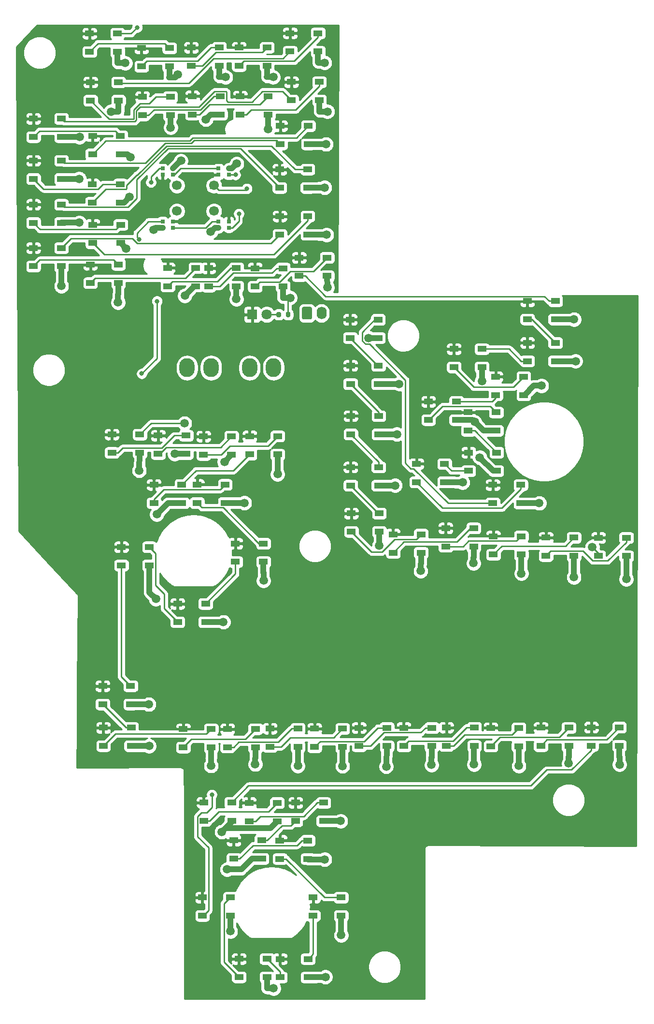
<source format=gbr>
%TF.GenerationSoftware,KiCad,Pcbnew,(5.1.12-1-10_14)*%
%TF.CreationDate,2021-11-28T13:05:42+11:00*%
%TF.ProjectId,DISP-EMC Panel PCB V1,44495350-2d45-44d4-9320-50616e656c20,rev?*%
%TF.SameCoordinates,Original*%
%TF.FileFunction,Copper,L1,Top*%
%TF.FilePolarity,Positive*%
%FSLAX46Y46*%
G04 Gerber Fmt 4.6, Leading zero omitted, Abs format (unit mm)*
G04 Created by KiCad (PCBNEW (5.1.12-1-10_14)) date 2021-11-28 13:05:42*
%MOMM*%
%LPD*%
G01*
G04 APERTURE LIST*
%TA.AperFunction,SMDPad,CuDef*%
%ADD10R,0.700000X0.700000*%
%TD*%
%TA.AperFunction,ComponentPad*%
%ADD11O,1.740000X2.190000*%
%TD*%
%TA.AperFunction,ComponentPad*%
%ADD12C,1.700000*%
%TD*%
%TA.AperFunction,ComponentPad*%
%ADD13C,1.800000*%
%TD*%
%TA.AperFunction,ComponentPad*%
%ADD14R,1.800000X1.800000*%
%TD*%
%TA.AperFunction,ComponentPad*%
%ADD15O,2.700000X3.300000*%
%TD*%
%TA.AperFunction,SMDPad,CuDef*%
%ADD16R,1.500000X1.000000*%
%TD*%
%TA.AperFunction,ViaPad*%
%ADD17C,1.500000*%
%TD*%
%TA.AperFunction,ViaPad*%
%ADD18C,0.800000*%
%TD*%
%TA.AperFunction,Conductor*%
%ADD19C,1.000000*%
%TD*%
%TA.AperFunction,Conductor*%
%ADD20C,0.250000*%
%TD*%
%TA.AperFunction,Conductor*%
%ADD21C,0.254000*%
%TD*%
%TA.AperFunction,Conductor*%
%ADD22C,0.100000*%
%TD*%
G04 APERTURE END LIST*
D10*
%TO.P,D79,4*%
%TO.N,/LED+5V*%
X72744572Y-43781522D03*
%TO.P,D79,3*%
%TO.N,Net-(D78-Pad1)*%
X72744572Y-44881522D03*
%TO.P,D79,2*%
%TO.N,/LEDGND*%
X70914572Y-44881522D03*
%TO.P,D79,1*%
%TO.N,/DATAOUT*%
X70914572Y-43781522D03*
%TD*%
%TO.P,D78,4*%
%TO.N,/LED+5V*%
X82523572Y-43781522D03*
%TO.P,D78,3*%
%TO.N,Net-(D77-Pad1)*%
X82523572Y-44881522D03*
%TO.P,D78,2*%
%TO.N,/LEDGND*%
X80693572Y-44881522D03*
%TO.P,D78,1*%
%TO.N,Net-(D78-Pad1)*%
X80693572Y-43781522D03*
%TD*%
%TO.P,D77,4*%
%TO.N,/LED+5V*%
X80693572Y-35610522D03*
%TO.P,D77,3*%
%TO.N,Net-(D76-Pad1)*%
X80693572Y-34510522D03*
%TO.P,D77,2*%
%TO.N,/LEDGND*%
X82523572Y-34510522D03*
%TO.P,D77,1*%
%TO.N,Net-(D77-Pad1)*%
X82523572Y-35610522D03*
%TD*%
%TO.P,D76,4*%
%TO.N,/LED+5V*%
X70914572Y-35610522D03*
%TO.P,D76,3*%
%TO.N,Net-(D75-Pad2)*%
X70914572Y-34510522D03*
%TO.P,D76,2*%
%TO.N,/LEDGND*%
X72744572Y-34510522D03*
%TO.P,D76,1*%
%TO.N,Net-(D76-Pad1)*%
X72744572Y-35610522D03*
%TD*%
D11*
%TO.P,J3,2*%
%TO.N,/LEDGND*%
X98753572Y-59825522D03*
%TO.P,J3,1*%
%TO.N,/SW_JETT*%
%TA.AperFunction,ComponentPad*%
G36*
G01*
X95343572Y-60670523D02*
X95343572Y-58980521D01*
G75*
G02*
X95593571Y-58730522I249999J0D01*
G01*
X96833573Y-58730522D01*
G75*
G02*
X97083572Y-58980521I0J-249999D01*
G01*
X97083572Y-60670523D01*
G75*
G02*
X96833573Y-60920522I-249999J0D01*
G01*
X95593571Y-60920522D01*
G75*
G02*
X95343572Y-60670523I0J249999D01*
G01*
G37*
%TD.AperFunction*%
%TD*%
D12*
%TO.P,SW1,1*%
%TO.N,/SW_JETT*%
X73406000Y-37465000D03*
%TO.P,SW1,2*%
X79906000Y-37465000D03*
%TO.P,SW1,3*%
%TO.N,/LEDGND*%
X73406000Y-41965000D03*
%TO.P,SW1,4*%
X79906000Y-41965000D03*
%TD*%
%TO.P,R1,2*%
%TO.N,/LEDGND*%
%TA.AperFunction,SMDPad,CuDef*%
G36*
G01*
X92500000Y-60346000D02*
X92500000Y-59796000D01*
G75*
G02*
X92700000Y-59596000I200000J0D01*
G01*
X93100000Y-59596000D01*
G75*
G02*
X93300000Y-59796000I0J-200000D01*
G01*
X93300000Y-60346000D01*
G75*
G02*
X93100000Y-60546000I-200000J0D01*
G01*
X92700000Y-60546000D01*
G75*
G02*
X92500000Y-60346000I0J200000D01*
G01*
G37*
%TD.AperFunction*%
%TO.P,R1,1*%
%TO.N,Net-(D1-Pad2)*%
%TA.AperFunction,SMDPad,CuDef*%
G36*
G01*
X90850000Y-60346000D02*
X90850000Y-59796000D01*
G75*
G02*
X91050000Y-59596000I200000J0D01*
G01*
X91450000Y-59596000D01*
G75*
G02*
X91650000Y-59796000I0J-200000D01*
G01*
X91650000Y-60346000D01*
G75*
G02*
X91450000Y-60546000I-200000J0D01*
G01*
X91050000Y-60546000D01*
G75*
G02*
X90850000Y-60346000I0J200000D01*
G01*
G37*
%TD.AperFunction*%
%TD*%
D13*
%TO.P,D1,2*%
%TO.N,Net-(D1-Pad2)*%
X89154000Y-60071000D03*
D14*
%TO.P,D1,1*%
%TO.N,/LED+5V*%
X86614000Y-60071000D03*
%TD*%
D15*
%TO.P,J2,4*%
%TO.N,/DATAOUT*%
X79400000Y-69400000D03*
%TO.P,J2,3*%
%TO.N,/LEDGND*%
X75200000Y-69400000D03*
%TO.P,J2,2*%
%TO.N,/LED+5V*%
X79400000Y-74900000D03*
%TO.P,J2,1*%
%TA.AperFunction,ComponentPad*%
G36*
G01*
X73850000Y-76298900D02*
X73850000Y-73501100D01*
G75*
G02*
X74101100Y-73250000I251100J0D01*
G01*
X76298900Y-73250000D01*
G75*
G02*
X76550000Y-73501100I0J-251100D01*
G01*
X76550000Y-76298900D01*
G75*
G02*
X76298900Y-76550000I-251100J0D01*
G01*
X74101100Y-76550000D01*
G75*
G02*
X73850000Y-76298900I0J251100D01*
G01*
G37*
%TD.AperFunction*%
%TD*%
%TO.P,J1,4*%
%TO.N,/DATAIN*%
X90350000Y-69400000D03*
%TO.P,J1,3*%
%TO.N,/LEDGND*%
X86150000Y-69400000D03*
%TO.P,J1,2*%
%TO.N,/LED+5V*%
X90350000Y-74900000D03*
%TO.P,J1,1*%
%TA.AperFunction,ComponentPad*%
G36*
G01*
X84800000Y-76298900D02*
X84800000Y-73501100D01*
G75*
G02*
X85051100Y-73250000I251100J0D01*
G01*
X87248900Y-73250000D01*
G75*
G02*
X87500000Y-73501100I0J-251100D01*
G01*
X87500000Y-76298900D01*
G75*
G02*
X87248900Y-76550000I-251100J0D01*
G01*
X85051100Y-76550000D01*
G75*
G02*
X84800000Y-76298900I0J251100D01*
G01*
G37*
%TD.AperFunction*%
%TD*%
D16*
%TO.P,D75,1*%
%TO.N,/LED+5V*%
X77876400Y-162103000D03*
%TO.P,D75,2*%
%TO.N,Net-(D75-Pad2)*%
X77876400Y-165303000D03*
%TO.P,D75,4*%
%TO.N,Net-(D74-Pad2)*%
X82776400Y-162103000D03*
%TO.P,D75,3*%
%TO.N,/LEDGND*%
X82776400Y-165303000D03*
%TD*%
%TO.P,D74,1*%
%TO.N,/LED+5V*%
X84291000Y-172847000D03*
%TO.P,D74,2*%
%TO.N,Net-(D74-Pad2)*%
X84291000Y-176047000D03*
%TO.P,D74,4*%
%TO.N,Net-(D73-Pad2)*%
X89191000Y-172847000D03*
%TO.P,D74,3*%
%TO.N,/LEDGND*%
X89191000Y-176047000D03*
%TD*%
%TO.P,D73,1*%
%TO.N,/LED+5V*%
X91490800Y-172872000D03*
%TO.P,D73,2*%
%TO.N,Net-(D73-Pad2)*%
X91490800Y-176072000D03*
%TO.P,D73,4*%
%TO.N,Net-(D72-Pad2)*%
X96390800Y-172872000D03*
%TO.P,D73,3*%
%TO.N,/LEDGND*%
X96390800Y-176072000D03*
%TD*%
%TO.P,D72,1*%
%TO.N,/LED+5V*%
X97295800Y-162103000D03*
%TO.P,D72,2*%
%TO.N,Net-(D72-Pad2)*%
X97295800Y-165303000D03*
%TO.P,D72,4*%
%TO.N,Net-(D71-Pad2)*%
X102195800Y-162103000D03*
%TO.P,D72,3*%
%TO.N,/LEDGND*%
X102195800Y-165303000D03*
%TD*%
%TO.P,D71,1*%
%TO.N,/LED+5V*%
X91467600Y-152146000D03*
%TO.P,D71,2*%
%TO.N,Net-(D71-Pad2)*%
X91467600Y-155346000D03*
%TO.P,D71,4*%
%TO.N,Net-(D70-Pad2)*%
X96367600Y-152146000D03*
%TO.P,D71,3*%
%TO.N,/LEDGND*%
X96367600Y-155346000D03*
%TD*%
%TO.P,D70,1*%
%TO.N,/LED+5V*%
X83365000Y-152121000D03*
%TO.P,D70,2*%
%TO.N,Net-(D70-Pad2)*%
X83365000Y-155321000D03*
%TO.P,D70,4*%
%TO.N,Net-(D69-Pad2)*%
X88265000Y-152121000D03*
%TO.P,D70,3*%
%TO.N,/LEDGND*%
X88265000Y-155321000D03*
%TD*%
%TO.P,D69,1*%
%TO.N,/LED+5V*%
X94210800Y-145517000D03*
%TO.P,D69,2*%
%TO.N,Net-(D69-Pad2)*%
X94210800Y-148717000D03*
%TO.P,D69,4*%
%TO.N,Net-(D68-Pad2)*%
X99110800Y-145517000D03*
%TO.P,D69,3*%
%TO.N,/LEDGND*%
X99110800Y-148717000D03*
%TD*%
%TO.P,D68,1*%
%TO.N,/LED+5V*%
X86082800Y-145542000D03*
%TO.P,D68,2*%
%TO.N,Net-(D68-Pad2)*%
X86082800Y-148742000D03*
%TO.P,D68,4*%
%TO.N,Net-(D67-Pad2)*%
X90982800Y-145542000D03*
%TO.P,D68,3*%
%TO.N,/LEDGND*%
X90982800Y-148742000D03*
%TD*%
%TO.P,D67,1*%
%TO.N,/LED+5V*%
X78118800Y-145491000D03*
%TO.P,D67,2*%
%TO.N,Net-(D67-Pad2)*%
X78118800Y-148691000D03*
%TO.P,D67,4*%
%TO.N,Net-(D66-Pad2)*%
X83018800Y-145491000D03*
%TO.P,D67,3*%
%TO.N,/LEDGND*%
X83018800Y-148691000D03*
%TD*%
%TO.P,D66,1*%
%TO.N,/LED+5V*%
X146052000Y-132334000D03*
%TO.P,D66,2*%
%TO.N,Net-(D66-Pad2)*%
X146052000Y-135534000D03*
%TO.P,D66,4*%
%TO.N,Net-(D65-Pad2)*%
X150952000Y-132334000D03*
%TO.P,D66,3*%
%TO.N,/LEDGND*%
X150952000Y-135534000D03*
%TD*%
%TO.P,D65,1*%
%TO.N,/LED+5V*%
X137211000Y-132385000D03*
%TO.P,D65,2*%
%TO.N,Net-(D65-Pad2)*%
X137211000Y-135585000D03*
%TO.P,D65,4*%
%TO.N,Net-(D64-Pad2)*%
X142111000Y-132385000D03*
%TO.P,D65,3*%
%TO.N,/LEDGND*%
X142111000Y-135585000D03*
%TD*%
%TO.P,D64,1*%
%TO.N,/LED+5V*%
X128425000Y-132436000D03*
%TO.P,D64,2*%
%TO.N,Net-(D64-Pad2)*%
X128425000Y-135636000D03*
%TO.P,D64,4*%
%TO.N,Net-(D63-Pad2)*%
X133325000Y-132436000D03*
%TO.P,D64,3*%
%TO.N,/LEDGND*%
X133325000Y-135636000D03*
%TD*%
%TO.P,D63,1*%
%TO.N,/LED+5V*%
X120652000Y-132359000D03*
%TO.P,D63,2*%
%TO.N,Net-(D63-Pad2)*%
X120652000Y-135559000D03*
%TO.P,D63,4*%
%TO.N,Net-(D62-Pad2)*%
X125552000Y-132359000D03*
%TO.P,D63,3*%
%TO.N,/LEDGND*%
X125552000Y-135559000D03*
%TD*%
%TO.P,D62,1*%
%TO.N,/LED+5V*%
X113185000Y-132410000D03*
%TO.P,D62,2*%
%TO.N,Net-(D62-Pad2)*%
X113185000Y-135610000D03*
%TO.P,D62,4*%
%TO.N,Net-(D61-Pad2)*%
X118085000Y-132410000D03*
%TO.P,D62,3*%
%TO.N,/LEDGND*%
X118085000Y-135610000D03*
%TD*%
%TO.P,D61,1*%
%TO.N,/LED+5V*%
X105336000Y-132410000D03*
%TO.P,D61,2*%
%TO.N,Net-(D61-Pad2)*%
X105336000Y-135610000D03*
%TO.P,D61,4*%
%TO.N,Net-(D60-Pad2)*%
X110236000Y-132410000D03*
%TO.P,D61,3*%
%TO.N,/LEDGND*%
X110236000Y-135610000D03*
%TD*%
%TO.P,D60,1*%
%TO.N,/LED+5V*%
X97538200Y-132563000D03*
%TO.P,D60,2*%
%TO.N,Net-(D60-Pad2)*%
X97538200Y-135763000D03*
%TO.P,D60,4*%
%TO.N,Net-(D59-Pad2)*%
X102438200Y-132563000D03*
%TO.P,D60,3*%
%TO.N,/LEDGND*%
X102438200Y-135763000D03*
%TD*%
%TO.P,D59,1*%
%TO.N,/LED+5V*%
X89715000Y-132537000D03*
%TO.P,D59,2*%
%TO.N,Net-(D59-Pad2)*%
X89715000Y-135737000D03*
%TO.P,D59,4*%
%TO.N,Net-(D58-Pad2)*%
X94615000Y-132537000D03*
%TO.P,D59,3*%
%TO.N,/LEDGND*%
X94615000Y-135737000D03*
%TD*%
%TO.P,D58,1*%
%TO.N,/LED+5V*%
X82272800Y-132614000D03*
%TO.P,D58,2*%
%TO.N,Net-(D58-Pad2)*%
X82272800Y-135814000D03*
%TO.P,D58,4*%
%TO.N,Net-(D57-Pad2)*%
X87172800Y-132614000D03*
%TO.P,D58,3*%
%TO.N,/LEDGND*%
X87172800Y-135814000D03*
%TD*%
%TO.P,D57,1*%
%TO.N,/LED+5V*%
X74525800Y-132639000D03*
%TO.P,D57,2*%
%TO.N,Net-(D57-Pad2)*%
X74525800Y-135839000D03*
%TO.P,D57,4*%
%TO.N,Net-(D56-Pad2)*%
X79425800Y-132639000D03*
%TO.P,D57,3*%
%TO.N,/LEDGND*%
X79425800Y-135839000D03*
%TD*%
%TO.P,D56,1*%
%TO.N,/LED+5V*%
X60516600Y-132385000D03*
%TO.P,D56,2*%
%TO.N,Net-(D56-Pad2)*%
X60516600Y-135585000D03*
%TO.P,D56,4*%
%TO.N,Net-(D55-Pad2)*%
X65416600Y-132385000D03*
%TO.P,D56,3*%
%TO.N,/LEDGND*%
X65416600Y-135585000D03*
%TD*%
%TO.P,D55,1*%
%TO.N,/LED+5V*%
X60403400Y-125095000D03*
%TO.P,D55,2*%
%TO.N,Net-(D55-Pad2)*%
X60403400Y-128295000D03*
%TO.P,D55,4*%
%TO.N,Net-(D54-Pad2)*%
X65303400Y-125095000D03*
%TO.P,D55,3*%
%TO.N,/LEDGND*%
X65303400Y-128295000D03*
%TD*%
%TO.P,D54,1*%
%TO.N,/LED+5V*%
X63680000Y-100762000D03*
%TO.P,D54,2*%
%TO.N,Net-(D54-Pad2)*%
X63680000Y-103962000D03*
%TO.P,D54,4*%
%TO.N,Net-(D53-Pad2)*%
X68580000Y-100762000D03*
%TO.P,D54,3*%
%TO.N,/LEDGND*%
X68580000Y-103962000D03*
%TD*%
%TO.P,D53,1*%
%TO.N,/LED+5V*%
X73535200Y-110694000D03*
%TO.P,D53,2*%
%TO.N,Net-(D53-Pad2)*%
X73535200Y-113894000D03*
%TO.P,D53,4*%
%TO.N,Net-(D52-Pad2)*%
X78435200Y-110694000D03*
%TO.P,D53,3*%
%TO.N,/LEDGND*%
X78435200Y-113894000D03*
%TD*%
%TO.P,D52,1*%
%TO.N,/LED+5V*%
X83681400Y-100152000D03*
%TO.P,D52,2*%
%TO.N,Net-(D52-Pad2)*%
X83681400Y-103352000D03*
%TO.P,D52,4*%
%TO.N,Net-(D51-Pad2)*%
X88581400Y-100152000D03*
%TO.P,D52,3*%
%TO.N,/LEDGND*%
X88581400Y-103352000D03*
%TD*%
%TO.P,D51,1*%
%TO.N,/LED+5V*%
X76964200Y-89840200D03*
%TO.P,D51,2*%
%TO.N,Net-(D51-Pad2)*%
X76964200Y-93040200D03*
%TO.P,D51,4*%
%TO.N,Net-(D50-Pad2)*%
X81864200Y-89840200D03*
%TO.P,D51,3*%
%TO.N,/LEDGND*%
X81864200Y-93040200D03*
%TD*%
%TO.P,D50,1*%
%TO.N,/LED+5V*%
X69381200Y-89865400D03*
%TO.P,D50,2*%
%TO.N,Net-(D50-Pad2)*%
X69381200Y-93065400D03*
%TO.P,D50,4*%
%TO.N,Net-(D49-Pad2)*%
X74281200Y-89865400D03*
%TO.P,D50,3*%
%TO.N,/LEDGND*%
X74281200Y-93065400D03*
%TD*%
%TO.P,D49,1*%
%TO.N,/LED+5V*%
X86159000Y-81356200D03*
%TO.P,D49,2*%
%TO.N,Net-(D49-Pad2)*%
X86159000Y-84556200D03*
%TO.P,D49,4*%
%TO.N,Net-(D48-Pad2)*%
X91059000Y-81356200D03*
%TO.P,D49,3*%
%TO.N,/LEDGND*%
X91059000Y-84556200D03*
%TD*%
%TO.P,D48,1*%
%TO.N,/LED+5V*%
X78081800Y-81407400D03*
%TO.P,D48,2*%
%TO.N,Net-(D48-Pad2)*%
X78081800Y-84607400D03*
%TO.P,D48,4*%
%TO.N,Net-(D47-Pad2)*%
X82981800Y-81407400D03*
%TO.P,D48,3*%
%TO.N,/LEDGND*%
X82981800Y-84607400D03*
%TD*%
%TO.P,D47,1*%
%TO.N,/LED+5V*%
X70131600Y-81254600D03*
%TO.P,D47,2*%
%TO.N,Net-(D47-Pad2)*%
X70131600Y-84454600D03*
%TO.P,D47,4*%
%TO.N,Net-(D46-Pad2)*%
X75031600Y-81254600D03*
%TO.P,D47,3*%
%TO.N,/LEDGND*%
X75031600Y-84454600D03*
%TD*%
%TO.P,D46,1*%
%TO.N,/LED+5V*%
X62015200Y-81051600D03*
%TO.P,D46,2*%
%TO.N,Net-(D46-Pad2)*%
X62015200Y-84251600D03*
%TO.P,D46,4*%
%TO.N,Net-(D45-Pad2)*%
X66915200Y-81051600D03*
%TO.P,D46,3*%
%TO.N,/LEDGND*%
X66915200Y-84251600D03*
%TD*%
%TO.P,D45,1*%
%TO.N,/LED+5V*%
X147297000Y-99137000D03*
%TO.P,D45,2*%
%TO.N,Net-(D45-Pad2)*%
X147297000Y-102337000D03*
%TO.P,D45,4*%
%TO.N,Net-(D44-Pad2)*%
X152197000Y-99137000D03*
%TO.P,D45,3*%
%TO.N,/LEDGND*%
X152197000Y-102337000D03*
%TD*%
%TO.P,D44,1*%
%TO.N,/LED+5V*%
X138102000Y-99111000D03*
%TO.P,D44,2*%
%TO.N,Net-(D44-Pad2)*%
X138102000Y-102311000D03*
%TO.P,D44,4*%
%TO.N,Net-(D43-Pad2)*%
X143002000Y-99111000D03*
%TO.P,D44,3*%
%TO.N,/LEDGND*%
X143002000Y-102311000D03*
%TD*%
%TO.P,D43,1*%
%TO.N,/LED+5V*%
X128882000Y-98882000D03*
%TO.P,D43,2*%
%TO.N,Net-(D43-Pad2)*%
X128882000Y-102082000D03*
%TO.P,D43,4*%
%TO.N,Net-(D42-Pad2)*%
X133782000Y-98882000D03*
%TO.P,D43,3*%
%TO.N,/LEDGND*%
X133782000Y-102082000D03*
%TD*%
%TO.P,D42,1*%
%TO.N,/LED+5V*%
X120525000Y-97460200D03*
%TO.P,D42,2*%
%TO.N,Net-(D42-Pad2)*%
X120525000Y-100660200D03*
%TO.P,D42,4*%
%TO.N,Net-(D41-Pad2)*%
X125425000Y-97460200D03*
%TO.P,D42,3*%
%TO.N,/LEDGND*%
X125425000Y-100660200D03*
%TD*%
%TO.P,D41,1*%
%TO.N,/LED+5V*%
X111305000Y-98552000D03*
%TO.P,D41,2*%
%TO.N,Net-(D41-Pad2)*%
X111305000Y-101752000D03*
%TO.P,D41,4*%
%TO.N,Net-(D40-Pad2)*%
X116205000Y-98552000D03*
%TO.P,D41,3*%
%TO.N,/LEDGND*%
X116205000Y-101752000D03*
%TD*%
%TO.P,D40,1*%
%TO.N,/LED+5V*%
X103976000Y-94869200D03*
%TO.P,D40,2*%
%TO.N,Net-(D40-Pad2)*%
X103976000Y-98069200D03*
%TO.P,D40,4*%
%TO.N,Net-(D39-Pad2)*%
X108876000Y-94869200D03*
%TO.P,D40,3*%
%TO.N,/LEDGND*%
X108876000Y-98069200D03*
%TD*%
%TO.P,D39,1*%
%TO.N,/LED+5V*%
X103861000Y-86792200D03*
%TO.P,D39,2*%
%TO.N,Net-(D39-Pad2)*%
X103861000Y-89992200D03*
%TO.P,D39,4*%
%TO.N,Net-(D38-Pad2)*%
X108761000Y-86792200D03*
%TO.P,D39,3*%
%TO.N,/LEDGND*%
X108761000Y-89992200D03*
%TD*%
%TO.P,D38,1*%
%TO.N,/LED+5V*%
X103888000Y-77826000D03*
%TO.P,D38,2*%
%TO.N,Net-(D38-Pad2)*%
X103888000Y-81026000D03*
%TO.P,D38,4*%
%TO.N,Net-(D37-Pad2)*%
X108788000Y-77826000D03*
%TO.P,D38,3*%
%TO.N,/LEDGND*%
X108788000Y-81026000D03*
%TD*%
%TO.P,D37,1*%
%TO.N,/LED+5V*%
X103835000Y-69011800D03*
%TO.P,D37,2*%
%TO.N,Net-(D37-Pad2)*%
X103835000Y-72211800D03*
%TO.P,D37,4*%
%TO.N,Net-(D36-Pad2)*%
X108735000Y-69011800D03*
%TO.P,D37,3*%
%TO.N,/LEDGND*%
X108735000Y-72211800D03*
%TD*%
%TO.P,D36,1*%
%TO.N,/LED+5V*%
X103787000Y-60960400D03*
%TO.P,D36,2*%
%TO.N,Net-(D36-Pad2)*%
X103787000Y-64160400D03*
%TO.P,D36,4*%
%TO.N,Net-(D35-Pad2)*%
X108687000Y-60960400D03*
%TO.P,D36,3*%
%TO.N,/LEDGND*%
X108687000Y-64160400D03*
%TD*%
%TO.P,D35,1*%
%TO.N,/LED+5V*%
X128792000Y-89890800D03*
%TO.P,D35,2*%
%TO.N,Net-(D35-Pad2)*%
X128792000Y-93090800D03*
%TO.P,D35,4*%
%TO.N,Net-(D34-Pad2)*%
X133692000Y-89890800D03*
%TO.P,D35,3*%
%TO.N,/LEDGND*%
X133692000Y-93090800D03*
%TD*%
%TO.P,D34,1*%
%TO.N,/LED+5V*%
X115420000Y-86208000D03*
%TO.P,D34,2*%
%TO.N,Net-(D34-Pad2)*%
X115420000Y-89408000D03*
%TO.P,D34,4*%
%TO.N,Net-(D33-Pad2)*%
X120320000Y-86208000D03*
%TO.P,D34,3*%
%TO.N,/LEDGND*%
X120320000Y-89408000D03*
%TD*%
%TO.P,D33,1*%
%TO.N,/LED+5V*%
X124538000Y-84226800D03*
%TO.P,D33,2*%
%TO.N,Net-(D33-Pad2)*%
X124538000Y-87426800D03*
%TO.P,D33,4*%
%TO.N,Net-(D32-Pad2)*%
X129438000Y-84226800D03*
%TO.P,D33,3*%
%TO.N,/LEDGND*%
X129438000Y-87426800D03*
%TD*%
%TO.P,D32,1*%
%TO.N,/LED+5V*%
X124485000Y-77190600D03*
%TO.P,D32,2*%
%TO.N,Net-(D32-Pad2)*%
X124485000Y-80390600D03*
%TO.P,D32,4*%
%TO.N,Net-(D31-Pad2)*%
X129385000Y-77190600D03*
%TO.P,D32,3*%
%TO.N,/LEDGND*%
X129385000Y-80390600D03*
%TD*%
%TO.P,D31,1*%
%TO.N,/LED+5V*%
X117503000Y-75311400D03*
%TO.P,D31,2*%
%TO.N,Net-(D31-Pad2)*%
X117503000Y-78511400D03*
%TO.P,D31,4*%
%TO.N,Net-(D30-Pad2)*%
X122403000Y-75311400D03*
%TO.P,D31,3*%
%TO.N,/LEDGND*%
X122403000Y-78511400D03*
%TD*%
%TO.P,D30,1*%
%TO.N,/LED+5V*%
X129286000Y-70967600D03*
%TO.P,D30,2*%
%TO.N,Net-(D30-Pad2)*%
X129286000Y-74167600D03*
%TO.P,D30,4*%
%TO.N,Net-(D29-Pad2)*%
X134186000Y-70967600D03*
%TO.P,D30,3*%
%TO.N,/LEDGND*%
X134186000Y-74167600D03*
%TD*%
%TO.P,D29,1*%
%TO.N,/LED+5V*%
X121973000Y-66091200D03*
%TO.P,D29,2*%
%TO.N,Net-(D29-Pad2)*%
X121973000Y-69291200D03*
%TO.P,D29,4*%
%TO.N,Net-(D28-Pad2)*%
X126873000Y-66091200D03*
%TO.P,D29,3*%
%TO.N,/LEDGND*%
X126873000Y-69291200D03*
%TD*%
%TO.P,D28,1*%
%TO.N,/LED+5V*%
X134851000Y-65024000D03*
%TO.P,D28,2*%
%TO.N,Net-(D28-Pad2)*%
X134851000Y-68224000D03*
%TO.P,D28,4*%
%TO.N,Net-(D27-Pad2)*%
X139751000Y-65024000D03*
%TO.P,D28,3*%
%TO.N,/LEDGND*%
X139751000Y-68224000D03*
%TD*%
%TO.P,D27,1*%
%TO.N,/LED+5V*%
X134851000Y-57709200D03*
%TO.P,D27,2*%
%TO.N,Net-(D27-Pad2)*%
X134851000Y-60909200D03*
%TO.P,D27,4*%
%TO.N,Net-(D26-Pad2)*%
X139751000Y-57709200D03*
%TO.P,D27,3*%
%TO.N,/LEDGND*%
X139751000Y-60909200D03*
%TD*%
%TO.P,D26,1*%
%TO.N,/LED+5V*%
X94845800Y-50114200D03*
%TO.P,D26,2*%
%TO.N,Net-(D26-Pad2)*%
X94845800Y-53314200D03*
%TO.P,D26,4*%
%TO.N,Net-(D25-Pad2)*%
X99745800Y-50114200D03*
%TO.P,D26,3*%
%TO.N,/LEDGND*%
X99745800Y-53314200D03*
%TD*%
%TO.P,D25,1*%
%TO.N,/LED+5V*%
X87098800Y-51968400D03*
%TO.P,D25,2*%
%TO.N,Net-(D25-Pad2)*%
X87098800Y-55168400D03*
%TO.P,D25,4*%
%TO.N,Net-(D24-Pad2)*%
X91998800Y-51968400D03*
%TO.P,D25,3*%
%TO.N,/LEDGND*%
X91998800Y-55168400D03*
%TD*%
%TO.P,D24,1*%
%TO.N,/LED+5V*%
X78945400Y-51943000D03*
%TO.P,D24,2*%
%TO.N,Net-(D24-Pad2)*%
X78945400Y-55143000D03*
%TO.P,D24,4*%
%TO.N,Net-(D23-Pad2)*%
X83845400Y-51943000D03*
%TO.P,D24,3*%
%TO.N,/LEDGND*%
X83845400Y-55143000D03*
%TD*%
%TO.P,D23,1*%
%TO.N,/LED+5V*%
X71808000Y-51917800D03*
%TO.P,D23,2*%
%TO.N,Net-(D23-Pad2)*%
X71808000Y-55117800D03*
%TO.P,D23,4*%
%TO.N,Net-(D22-Pad2)*%
X76708000Y-51917800D03*
%TO.P,D23,3*%
%TO.N,/LEDGND*%
X76708000Y-55117800D03*
%TD*%
%TO.P,D22,1*%
%TO.N,/LED+5V*%
X58244400Y-51333800D03*
%TO.P,D22,2*%
%TO.N,Net-(D22-Pad2)*%
X58244400Y-54533800D03*
%TO.P,D22,4*%
%TO.N,Net-(D21-Pad2)*%
X63144400Y-51333800D03*
%TO.P,D22,3*%
%TO.N,/LEDGND*%
X63144400Y-54533800D03*
%TD*%
%TO.P,D21,1*%
%TO.N,/LED+5V*%
X48262200Y-48412400D03*
%TO.P,D21,2*%
%TO.N,Net-(D21-Pad2)*%
X48262200Y-51612400D03*
%TO.P,D21,4*%
%TO.N,Net-(D20-Pad2)*%
X53162200Y-48412400D03*
%TO.P,D21,3*%
%TO.N,/LEDGND*%
X53162200Y-51612400D03*
%TD*%
%TO.P,D20,1*%
%TO.N,/LED+5V*%
X91442200Y-42875200D03*
%TO.P,D20,2*%
%TO.N,Net-(D20-Pad2)*%
X91442200Y-46075200D03*
%TO.P,D20,4*%
%TO.N,Net-(D19-Pad2)*%
X96342200Y-42875200D03*
%TO.P,D20,3*%
%TO.N,/LEDGND*%
X96342200Y-46075200D03*
%TD*%
%TO.P,D19,1*%
%TO.N,/LED+5V*%
X58648600Y-44348400D03*
%TO.P,D19,2*%
%TO.N,Net-(D19-Pad2)*%
X58648600Y-47548400D03*
%TO.P,D19,4*%
%TO.N,Net-(D18-Pad2)*%
X63548600Y-44348400D03*
%TO.P,D19,3*%
%TO.N,/LEDGND*%
X63548600Y-47548400D03*
%TD*%
%TO.P,D18,1*%
%TO.N,/LED+5V*%
X48262200Y-40817800D03*
%TO.P,D18,2*%
%TO.N,Net-(D18-Pad2)*%
X48262200Y-44017800D03*
%TO.P,D18,4*%
%TO.N,Net-(D17-Pad2)*%
X53162200Y-40817800D03*
%TO.P,D18,3*%
%TO.N,/LEDGND*%
X53162200Y-44017800D03*
%TD*%
%TO.P,D17,1*%
%TO.N,/LED+5V*%
X91416800Y-34671000D03*
%TO.P,D17,2*%
%TO.N,Net-(D17-Pad2)*%
X91416800Y-37871000D03*
%TO.P,D17,4*%
%TO.N,Net-(D16-Pad2)*%
X96316800Y-34671000D03*
%TO.P,D17,3*%
%TO.N,/LEDGND*%
X96316800Y-37871000D03*
%TD*%
%TO.P,D16,1*%
%TO.N,/LED+5V*%
X58600000Y-37261800D03*
%TO.P,D16,2*%
%TO.N,Net-(D16-Pad2)*%
X58600000Y-40461800D03*
%TO.P,D16,4*%
%TO.N,Net-(D15-Pad2)*%
X63500000Y-37261800D03*
%TO.P,D16,3*%
%TO.N,/LEDGND*%
X63500000Y-40461800D03*
%TD*%
%TO.P,D15,1*%
%TO.N,/LED+5V*%
X48262200Y-33121600D03*
%TO.P,D15,2*%
%TO.N,Net-(D15-Pad2)*%
X48262200Y-36321600D03*
%TO.P,D15,4*%
%TO.N,Net-(D14-Pad2)*%
X53162200Y-33121600D03*
%TO.P,D15,3*%
%TO.N,/LEDGND*%
X53162200Y-36321600D03*
%TD*%
%TO.P,D14,1*%
%TO.N,/LED+5V*%
X91543800Y-27051400D03*
%TO.P,D14,2*%
%TO.N,Net-(D14-Pad2)*%
X91543800Y-30251400D03*
%TO.P,D14,4*%
%TO.N,Net-(D13-Pad2)*%
X96443800Y-27051400D03*
%TO.P,D14,3*%
%TO.N,/LEDGND*%
X96443800Y-30251400D03*
%TD*%
%TO.P,D13,1*%
%TO.N,/LED+5V*%
X58625400Y-28803600D03*
%TO.P,D13,2*%
%TO.N,Net-(D13-Pad2)*%
X58625400Y-32003600D03*
%TO.P,D13,4*%
%TO.N,Net-(D12-Pad2)*%
X63525400Y-28803600D03*
%TO.P,D13,3*%
%TO.N,/LEDGND*%
X63525400Y-32003600D03*
%TD*%
%TO.P,D12,1*%
%TO.N,/LED+5V*%
X48262200Y-25781000D03*
%TO.P,D12,2*%
%TO.N,Net-(D12-Pad2)*%
X48262200Y-28981000D03*
%TO.P,D12,4*%
%TO.N,Net-(D11-Pad2)*%
X53162200Y-25781000D03*
%TO.P,D12,3*%
%TO.N,/LEDGND*%
X53162200Y-28981000D03*
%TD*%
%TO.P,D11,1*%
%TO.N,/LED+5V*%
X93474200Y-19354800D03*
%TO.P,D11,2*%
%TO.N,Net-(D11-Pad2)*%
X93474200Y-22554800D03*
%TO.P,D11,4*%
%TO.N,Net-(D10-Pad2)*%
X98374200Y-19354800D03*
%TO.P,D11,3*%
%TO.N,/LEDGND*%
X98374200Y-22554800D03*
%TD*%
%TO.P,D10,1*%
%TO.N,/LED+5V*%
X84505800Y-21869400D03*
%TO.P,D10,2*%
%TO.N,Net-(D10-Pad2)*%
X84505800Y-25069400D03*
%TO.P,D10,4*%
%TO.N,Net-(D10-Pad4)*%
X89405800Y-21869400D03*
%TO.P,D10,3*%
%TO.N,/LEDGND*%
X89405800Y-25069400D03*
%TD*%
%TO.P,D9,1*%
%TO.N,/LED+5V*%
X76126000Y-21844000D03*
%TO.P,D9,2*%
%TO.N,Net-(D10-Pad4)*%
X76126000Y-25044000D03*
%TO.P,D9,4*%
%TO.N,Net-(D8-Pad2)*%
X81026000Y-21844000D03*
%TO.P,D9,3*%
%TO.N,/LEDGND*%
X81026000Y-25044000D03*
%TD*%
%TO.P,D8,1*%
%TO.N,/LED+5V*%
X67363000Y-21971400D03*
%TO.P,D8,2*%
%TO.N,Net-(D8-Pad2)*%
X67363000Y-25171400D03*
%TO.P,D8,4*%
%TO.N,Net-(D7-Pad2)*%
X72263000Y-21971400D03*
%TO.P,D8,3*%
%TO.N,/LEDGND*%
X72263000Y-25171400D03*
%TD*%
%TO.P,D7,1*%
%TO.N,/LED+5V*%
X58267600Y-19405600D03*
%TO.P,D7,2*%
%TO.N,Net-(D7-Pad2)*%
X58267600Y-22605600D03*
%TO.P,D7,4*%
%TO.N,Net-(D6-Pad2)*%
X63167600Y-19405600D03*
%TO.P,D7,3*%
%TO.N,/LEDGND*%
X63167600Y-22605600D03*
%TD*%
%TO.P,D6,1*%
%TO.N,/LED+5V*%
X93245600Y-10820800D03*
%TO.P,D6,2*%
%TO.N,Net-(D6-Pad2)*%
X93245600Y-14020800D03*
%TO.P,D6,4*%
%TO.N,Net-(D5-Pad2)*%
X98145600Y-10820800D03*
%TO.P,D6,3*%
%TO.N,/LEDGND*%
X98145600Y-14020800D03*
%TD*%
%TO.P,D5,1*%
%TO.N,/LED+5V*%
X84304800Y-13335400D03*
%TO.P,D5,2*%
%TO.N,Net-(D5-Pad2)*%
X84304800Y-16535400D03*
%TO.P,D5,4*%
%TO.N,Net-(D4-Pad2)*%
X89204800Y-13335400D03*
%TO.P,D5,3*%
%TO.N,/LEDGND*%
X89204800Y-16535400D03*
%TD*%
%TO.P,D4,1*%
%TO.N,/LED+5V*%
X75922800Y-13335400D03*
%TO.P,D4,2*%
%TO.N,Net-(D4-Pad2)*%
X75922800Y-16535400D03*
%TO.P,D4,4*%
%TO.N,Net-(D3-Pad2)*%
X80822800Y-13335400D03*
%TO.P,D4,3*%
%TO.N,/LEDGND*%
X80822800Y-16535400D03*
%TD*%
%TO.P,D3,1*%
%TO.N,/LED+5V*%
X67210600Y-13437000D03*
%TO.P,D3,2*%
%TO.N,Net-(D3-Pad2)*%
X67210600Y-16637000D03*
%TO.P,D3,4*%
%TO.N,Net-(D2-Pad2)*%
X72110600Y-13437000D03*
%TO.P,D3,3*%
%TO.N,/LEDGND*%
X72110600Y-16637000D03*
%TD*%
%TO.P,D2,1*%
%TO.N,/LED+5V*%
X58103600Y-10871400D03*
%TO.P,D2,2*%
%TO.N,Net-(D2-Pad2)*%
X58103600Y-14071400D03*
%TO.P,D2,4*%
%TO.N,/DATAIN*%
X63003600Y-10871400D03*
%TO.P,D2,3*%
%TO.N,/LEDGND*%
X63003600Y-14071400D03*
%TD*%
D17*
%TO.N,/LEDGND*%
X99441000Y-176022000D03*
X82804000Y-168021000D03*
X99314000Y-155448000D03*
X102108000Y-148717000D03*
X81280000Y-150622000D03*
X133350000Y-139065000D03*
X110109000Y-139192000D03*
X102438000Y-139116000D03*
X94615000Y-139065000D03*
X68529000Y-135585000D03*
X68478400Y-128295000D03*
X81559400Y-113894000D03*
X66802000Y-87376000D03*
X91059000Y-88011000D03*
X152197000Y-106375000D03*
X143002000Y-106037000D03*
X133782000Y-105400000D03*
X108876000Y-100517000D03*
X112382000Y-72212200D03*
X111976000Y-81026000D03*
X111661000Y-89992200D03*
X143307000Y-68226900D03*
X143027000Y-60909200D03*
X126873000Y-71694000D03*
X99771200Y-55321200D03*
X83845400Y-57378600D03*
X89405800Y-27586600D03*
X99542600Y-30251400D03*
X72313800Y-27330400D03*
X53162200Y-55067200D03*
X56350000Y-29000000D03*
X56275000Y-36325000D03*
X56300000Y-44000000D03*
X63100000Y-57950000D03*
X61850000Y-24550000D03*
X64350000Y-16050000D03*
X73600000Y-18050000D03*
X81950000Y-18500000D03*
X90300000Y-18500000D03*
X99300000Y-16000000D03*
X99800000Y-24550000D03*
X93250000Y-57150000D03*
X99300000Y-37850000D03*
X116150000Y-104950000D03*
X125400000Y-103600000D03*
X85250000Y-93050000D03*
X88600000Y-106650000D03*
X87137500Y-138787500D03*
X79400000Y-139050000D03*
X118050000Y-138900000D03*
X125500000Y-138800000D03*
X142100000Y-138650000D03*
X151000000Y-138850000D03*
X102200000Y-168700000D03*
X90350000Y-178000000D03*
X82200000Y-157200000D03*
X137325000Y-72525000D03*
X123500000Y-89450000D03*
X136925000Y-93075000D03*
X99650000Y-46100000D03*
X106989600Y-64160400D03*
X126492000Y-85090000D03*
X125603000Y-78867000D03*
X74792000Y-56758000D03*
X64516000Y-48514000D03*
X78486000Y-25908000D03*
X65278000Y-32512000D03*
X69900000Y-95050000D03*
X73025400Y-84454600D03*
X81737200Y-85852000D03*
X69723001Y-109855000D03*
X79322572Y-45601522D03*
X83894572Y-33663522D03*
X74115572Y-33155522D03*
X65119998Y-39487802D03*
X69289572Y-45220522D03*
%TO.N,/LED+5V*%
X57912000Y-75946000D03*
X59055000Y-74803000D03*
D18*
%TO.N,/DATAIN*%
X66450000Y-9800000D03*
%TO.N,/DATAOUT*%
X66820052Y-46883193D03*
D17*
%TO.N,Net-(D45-Pad2)*%
X146221700Y-100778300D03*
X74750000Y-79100000D03*
D18*
%TO.N,Net-(D75-Pad2)*%
X79537560Y-144112440D03*
X69923660Y-57731660D03*
X67251580Y-70416420D03*
X68871582Y-36930819D03*
%TO.N,Net-(D77-Pad1)*%
X84275572Y-42426522D03*
X83694059Y-35605512D03*
%TO.N,/SW_JETT*%
X85672572Y-38018512D03*
%TD*%
D19*
%TO.N,/LEDGND*%
X102438200Y-135763000D02*
X102438000Y-135763000D01*
X102438000Y-135763000D02*
X102438000Y-139116000D01*
X99441000Y-176022000D02*
X99390600Y-176072000D01*
X96390800Y-176072000D02*
X99441000Y-176022000D01*
X82804000Y-168021000D02*
X82776400Y-167993000D01*
X82776400Y-165303000D02*
X82804000Y-168021000D01*
X102108000Y-148717000D02*
X102235000Y-148717000D01*
X99110800Y-148717000D02*
X102108000Y-148717000D01*
X133350000Y-139065000D02*
X133325000Y-139040000D01*
X133325000Y-135636000D02*
X133350000Y-139065000D01*
X110109000Y-139192000D02*
X110236000Y-139065000D01*
X110236000Y-135610000D02*
X110109000Y-139192000D01*
X66802000Y-87376000D02*
X66915200Y-87262800D01*
X66915200Y-84251600D02*
X66802000Y-87376000D01*
X112382000Y-72212200D02*
X112347000Y-72211800D01*
X108735000Y-72211800D02*
X112382000Y-72212200D01*
X143307000Y-68226900D02*
X143304000Y-68224000D01*
X139751000Y-68224000D02*
X143307000Y-68226900D01*
X99771200Y-55321200D02*
X99745800Y-55321200D01*
X99745800Y-53314200D02*
X99771200Y-55321200D01*
X72313800Y-27330400D02*
X72263000Y-27152600D01*
X72263000Y-25171400D02*
X72313800Y-27330400D01*
X96367600Y-155346000D02*
X96367600Y-155423000D01*
X96367600Y-155423000D02*
X96393000Y-155448000D01*
X96393000Y-155448000D02*
X99314000Y-155448000D01*
X90982800Y-148742000D02*
X89782800Y-149942000D01*
X89782800Y-149942000D02*
X81960000Y-149942000D01*
X81960000Y-149942000D02*
X81280000Y-150622000D01*
X83018800Y-148691000D02*
X83018800Y-148883000D01*
X83018800Y-148883000D02*
X81280000Y-150622000D01*
X83018800Y-148691000D02*
X82956600Y-148691000D01*
X94615000Y-135737000D02*
X94615000Y-139065000D01*
X65416600Y-135585000D02*
X68529000Y-135585000D01*
X65303400Y-128295000D02*
X68478400Y-128295000D01*
X78435200Y-113894000D02*
X81559400Y-113894000D01*
X74281200Y-93065400D02*
X74066600Y-93065400D01*
X91059000Y-84556200D02*
X91059000Y-88011000D01*
X152197000Y-102337000D02*
X152197000Y-106375000D01*
X143002000Y-102311000D02*
X143002000Y-106037000D01*
X133782000Y-102082000D02*
X133782000Y-105400000D01*
X108876000Y-98069200D02*
X108876000Y-100517000D01*
X108788000Y-81026000D02*
X111976000Y-81026000D01*
X108761000Y-89992200D02*
X111661000Y-89992200D01*
X129385000Y-80390600D02*
X129307000Y-80390600D01*
X139751000Y-60909200D02*
X143027000Y-60909200D01*
X126873000Y-69291200D02*
X126873000Y-71694000D01*
X83845400Y-55143000D02*
X83845400Y-57378600D01*
X89405800Y-25069400D02*
X89405800Y-27586600D01*
X96443800Y-30251400D02*
X99542600Y-30251400D01*
X53162200Y-51612400D02*
X53162200Y-55067200D01*
X53181200Y-29000000D02*
X53162200Y-28981000D01*
X56350000Y-29000000D02*
X53181200Y-29000000D01*
X54996600Y-36321600D02*
X55000000Y-36325000D01*
X53162200Y-36321600D02*
X54996600Y-36321600D01*
X55000000Y-36325000D02*
X56275000Y-36325000D01*
X53180000Y-44000000D02*
X53162200Y-44017800D01*
X56300000Y-44000000D02*
X53180000Y-44000000D01*
X63144400Y-56505600D02*
X63100000Y-56550000D01*
X63144400Y-54533800D02*
X63144400Y-56505600D01*
X63100000Y-56550000D02*
X63100000Y-57950000D01*
X63167600Y-24532400D02*
X63150000Y-24550000D01*
X63167600Y-22605600D02*
X63167600Y-24532400D01*
X63150000Y-24550000D02*
X61850000Y-24550000D01*
X63003600Y-16046400D02*
X63000000Y-16050000D01*
X63003600Y-14071400D02*
X63003600Y-16046400D01*
X63000000Y-16050000D02*
X64350000Y-16050000D01*
X72110600Y-18489400D02*
X72050000Y-18550000D01*
X72110600Y-16637000D02*
X72110600Y-18489400D01*
X72050000Y-18550000D02*
X73100000Y-18550000D01*
X73100000Y-18550000D02*
X73600000Y-18050000D01*
X80787500Y-18500000D02*
X80787500Y-18362500D01*
X80822800Y-18327200D02*
X80822800Y-16535400D01*
X80787500Y-18362500D02*
X80822800Y-18327200D01*
X80787500Y-18500000D02*
X81950000Y-18500000D01*
X89204800Y-18445200D02*
X89150000Y-18500000D01*
X89204800Y-16535400D02*
X89204800Y-18445200D01*
X89150000Y-18500000D02*
X90300000Y-18500000D01*
X98145600Y-15945600D02*
X98200000Y-16000000D01*
X98145600Y-14020800D02*
X98145600Y-15945600D01*
X98200000Y-16000000D02*
X99300000Y-16000000D01*
X98400000Y-22580600D02*
X98374200Y-22554800D01*
X98400000Y-24550000D02*
X98400000Y-22580600D01*
X98400000Y-24550000D02*
X99800000Y-24550000D01*
X91998800Y-57138700D02*
X91987500Y-57150000D01*
X91998800Y-55168400D02*
X91998800Y-57138700D01*
X91987500Y-57150000D02*
X93250000Y-57150000D01*
X98175200Y-46075200D02*
X98200000Y-46100000D01*
X96342200Y-46075200D02*
X98175200Y-46075200D01*
X98200000Y-46100000D02*
X99650000Y-46100000D01*
X98129000Y-37871000D02*
X98150000Y-37850000D01*
X96316800Y-37871000D02*
X98129000Y-37871000D01*
X98150000Y-37850000D02*
X99300000Y-37850000D01*
X116205000Y-103645000D02*
X116150000Y-103700000D01*
X116205000Y-101752000D02*
X116205000Y-103645000D01*
X116150000Y-103700000D02*
X116150000Y-104950000D01*
X125425000Y-102575000D02*
X125400000Y-102600000D01*
X125425000Y-100660200D02*
X125425000Y-102575000D01*
X125400000Y-102600000D02*
X125400000Y-103600000D01*
X83740200Y-93040200D02*
X83750000Y-93050000D01*
X81864200Y-93040200D02*
X83740200Y-93040200D01*
X83750000Y-93050000D02*
X85250000Y-93050000D01*
X88581400Y-105231400D02*
X88600000Y-105250000D01*
X88581400Y-103352000D02*
X88581400Y-105231400D01*
X88600000Y-105250000D02*
X88600000Y-106650000D01*
X88600000Y-106650000D02*
X88600000Y-106700000D01*
X87172800Y-137714700D02*
X87137500Y-137750000D01*
X87172800Y-135814000D02*
X87172800Y-137714700D01*
X87137500Y-137750000D02*
X87137500Y-138787500D01*
X79425800Y-137724200D02*
X79400000Y-137750000D01*
X79425800Y-135839000D02*
X79425800Y-137724200D01*
X79400000Y-137750000D02*
X79400000Y-139050000D01*
X118085000Y-137565000D02*
X118050000Y-137600000D01*
X118085000Y-135610000D02*
X118085000Y-137565000D01*
X118050000Y-137600000D02*
X118050000Y-138900000D01*
X125552000Y-135559000D02*
X125552000Y-135702000D01*
X125500000Y-135754000D02*
X125500000Y-138800000D01*
X125552000Y-135702000D02*
X125500000Y-135754000D01*
X142111000Y-137489000D02*
X142100000Y-137500000D01*
X142111000Y-135585000D02*
X142111000Y-137489000D01*
X142100000Y-137500000D02*
X142100000Y-138650000D01*
X150952000Y-137502000D02*
X151000000Y-137550000D01*
X150952000Y-135534000D02*
X150952000Y-137502000D01*
X151000000Y-137550000D02*
X151000000Y-138850000D01*
X102195800Y-167195800D02*
X102200000Y-167200000D01*
X102195800Y-165303000D02*
X102195800Y-167195800D01*
X102200000Y-167200000D02*
X102200000Y-168700000D01*
X89191000Y-177991000D02*
X89200000Y-178000000D01*
X89191000Y-176047000D02*
X89191000Y-177991000D01*
X89200000Y-178000000D02*
X90350000Y-178000000D01*
X88265000Y-155321000D02*
X86579000Y-155321000D01*
X86579000Y-155321000D02*
X84700000Y-157200000D01*
X84700000Y-157200000D02*
X82200000Y-157200000D01*
X134357400Y-74167600D02*
X136000000Y-72525000D01*
X134186000Y-74167600D02*
X134357400Y-74167600D01*
X136000000Y-72525000D02*
X137325000Y-72525000D01*
X122108000Y-89408000D02*
X122150000Y-89450000D01*
X120320000Y-89408000D02*
X122108000Y-89408000D01*
X122150000Y-89450000D02*
X123500000Y-89450000D01*
X135484200Y-93090800D02*
X135500000Y-93075000D01*
X133692000Y-93090800D02*
X135484200Y-93090800D01*
X135500000Y-93075000D02*
X136925000Y-93075000D01*
X108687000Y-64160400D02*
X106989600Y-64160400D01*
X129438000Y-87426800D02*
X128828800Y-87426800D01*
X128828800Y-87426800D02*
X126492000Y-85090000D01*
X129385000Y-80390600D02*
X127126600Y-80390600D01*
X125247400Y-78511400D02*
X122403000Y-78511400D01*
X127126600Y-80390600D02*
X125603000Y-78867000D01*
X125603000Y-78867000D02*
X125247400Y-78511400D01*
X76432200Y-55117800D02*
X74792000Y-56758000D01*
X76708000Y-55117800D02*
X76432200Y-55117800D01*
X63548600Y-47548400D02*
X63550400Y-47548400D01*
X63550400Y-47548400D02*
X64516000Y-48514000D01*
X81026000Y-25044000D02*
X79350000Y-25044000D01*
X79350000Y-25044000D02*
X78486000Y-25908000D01*
X63525400Y-32003600D02*
X64769600Y-32003600D01*
X64769600Y-32003600D02*
X65278000Y-32512000D01*
X74281200Y-93065400D02*
X71834600Y-93065400D01*
X69900000Y-95050000D02*
X69900000Y-95000000D01*
X71834600Y-93065400D02*
X69900000Y-95050000D01*
X75031600Y-84454600D02*
X73025400Y-84454600D01*
X82981800Y-84607400D02*
X81737200Y-85852000D01*
D20*
X92900000Y-57500000D02*
X93250000Y-57150000D01*
X92900000Y-60071000D02*
X92900000Y-57500000D01*
D19*
X68580000Y-108711999D02*
X69723001Y-109855000D01*
X68580000Y-103962000D02*
X68580000Y-108711999D01*
X80042572Y-44881522D02*
X79322572Y-45601522D01*
X80693572Y-44881522D02*
X80042572Y-44881522D01*
X83047572Y-34510522D02*
X83894572Y-33663522D01*
X82523572Y-34510522D02*
X83047572Y-34510522D01*
X72744572Y-34510522D02*
X74099572Y-33155522D01*
X74099572Y-33155522D02*
X74115572Y-33155522D01*
X63500000Y-40461800D02*
X64146000Y-40461800D01*
X64146000Y-40461800D02*
X65119998Y-39487802D01*
X70914572Y-44881522D02*
X69628572Y-44881522D01*
X69628572Y-44881522D02*
X69289572Y-45220522D01*
D20*
%TO.N,Net-(D2-Pad2)*%
X59563001Y-12611999D02*
X58103600Y-14071400D01*
X71285599Y-12611999D02*
X59563001Y-12611999D01*
X72110600Y-13437000D02*
X71285599Y-12611999D01*
%TO.N,/DATAIN*%
X65378600Y-10871400D02*
X66450000Y-9800000D01*
X63003600Y-10871400D02*
X65378600Y-10871400D01*
%TO.N,Net-(D3-Pad2)*%
X80822800Y-13335400D02*
X79374600Y-13335400D01*
X68137201Y-15710399D02*
X67210600Y-16637000D01*
X76999601Y-15710399D02*
X68137201Y-15710399D01*
X79374600Y-13335400D02*
X76999601Y-15710399D01*
%TO.N,Net-(D4-Pad2)*%
X88379799Y-14160401D02*
X89204800Y-13335400D01*
X80268899Y-14160401D02*
X88379799Y-14160401D01*
X77893900Y-16535400D02*
X80268899Y-14160401D01*
X75922800Y-16535400D02*
X77893900Y-16535400D01*
%TO.N,Net-(D5-Pad2)*%
X85129801Y-15710399D02*
X84304800Y-16535400D01*
X94006001Y-15710399D02*
X85129801Y-15710399D01*
X98145600Y-11570800D02*
X94006001Y-15710399D01*
X98145600Y-10820800D02*
X98145600Y-11570800D01*
%TO.N,Net-(D6-Pad2)*%
X63318041Y-19556041D02*
X63167600Y-19405600D01*
X75509669Y-19556041D02*
X63318041Y-19556041D01*
X79805619Y-15260091D02*
X75509669Y-19556041D01*
X92006309Y-15260091D02*
X79805619Y-15260091D01*
X93245600Y-14020800D02*
X92006309Y-15260091D01*
%TO.N,Net-(D7-Pad2)*%
X65837989Y-24224999D02*
X65837989Y-25844500D01*
X66941597Y-23121391D02*
X65837989Y-24224999D01*
X61506500Y-25844500D02*
X58267600Y-22605600D01*
X65837989Y-25844500D02*
X61506500Y-25844500D01*
X69722600Y-21971400D02*
X68572610Y-23121390D01*
X72263000Y-21971400D02*
X69722600Y-21971400D01*
X68572610Y-23121390D02*
X66941597Y-23121391D01*
%TO.N,Net-(D8-Pad2)*%
X81026000Y-21844000D02*
X79950700Y-21844000D01*
X67363000Y-25171400D02*
X68438300Y-25171400D01*
X68438300Y-25171400D02*
X69391100Y-24218600D01*
X69391100Y-24218600D02*
X77576100Y-24218600D01*
X77576100Y-24218600D02*
X79950700Y-21844000D01*
%TO.N,Net-(D10-Pad4)*%
X77387110Y-25044000D02*
X76126000Y-25044000D01*
X79110940Y-23320170D02*
X77387110Y-25044000D01*
X87955030Y-23320170D02*
X79110940Y-23320170D01*
X89405800Y-21869400D02*
X87955030Y-23320170D01*
%TO.N,Net-(D10-Pad2)*%
X86406400Y-24244100D02*
X85581100Y-25069400D01*
X85581100Y-25069400D02*
X84505800Y-25069400D01*
X94234900Y-24244100D02*
X86406400Y-24244100D01*
X98374200Y-20104800D02*
X94234900Y-24244100D01*
X98374200Y-19354800D02*
X98374200Y-20104800D01*
%TO.N,Net-(D11-Pad2)*%
X93474200Y-22554800D02*
X91963799Y-21044399D01*
X88395799Y-21044399D02*
X86570038Y-22870160D01*
X91963799Y-21044399D02*
X88395799Y-21044399D01*
X80004421Y-21018999D02*
X77317600Y-23705820D01*
X82367160Y-22870160D02*
X82101001Y-22604001D01*
X86570038Y-22870160D02*
X82367160Y-22870160D01*
X82101001Y-22604001D02*
X82101001Y-21083999D01*
X82036001Y-21018999D02*
X80004421Y-21018999D01*
X82101001Y-21083999D02*
X82036001Y-21018999D01*
X53675710Y-26294510D02*
X53162200Y-25781000D01*
X66024389Y-26294510D02*
X53675710Y-26294510D01*
X66287999Y-26030900D02*
X66024389Y-26294510D01*
X66287999Y-24411399D02*
X66287999Y-26030900D01*
X66993578Y-23705820D02*
X66287999Y-24411399D01*
X77317600Y-23705820D02*
X66993578Y-23705820D01*
%TO.N,Net-(D12-Pad2)*%
X62646799Y-27924999D02*
X63525400Y-28803600D01*
X49318201Y-27924999D02*
X62646799Y-27924999D01*
X48262200Y-28981000D02*
X49318201Y-27924999D01*
%TO.N,Net-(D14-Pad2)*%
X76409772Y-29588500D02*
X90880900Y-29588500D01*
X67884588Y-33587001D02*
X71375089Y-30096500D01*
X53627601Y-33587001D02*
X67884588Y-33587001D01*
X71375089Y-30096500D02*
X75901772Y-30096500D01*
X53162200Y-33121600D02*
X53627601Y-33587001D01*
X75901772Y-30096500D02*
X76409772Y-29588500D01*
X90880900Y-29588500D02*
X91543800Y-30251400D01*
%TO.N,Net-(D15-Pad2)*%
X50027401Y-38086801D02*
X48262200Y-36321600D01*
X59610001Y-38086801D02*
X50027401Y-38086801D01*
X60435002Y-37261800D02*
X59610001Y-38086801D01*
X63500000Y-37261800D02*
X60435002Y-37261800D01*
%TO.N,Net-(D16-Pad2)*%
X90003909Y-30546511D02*
X94128398Y-34671000D01*
X58600000Y-40461800D02*
X60974999Y-38086801D01*
X66481594Y-35643178D02*
X71578261Y-30546511D01*
X64575001Y-37422771D02*
X66354594Y-35643178D01*
X60974999Y-38086801D02*
X64510001Y-38086801D01*
X64510001Y-38086801D02*
X64575001Y-38021801D01*
X64575001Y-38021801D02*
X64575001Y-37422771D01*
X66354594Y-35643178D02*
X66481594Y-35643178D01*
X94128398Y-34671000D02*
X96316800Y-34671000D01*
X71578261Y-30546511D02*
X90003909Y-30546511D01*
%TO.N,Net-(D17-Pad2)*%
X64841293Y-41286801D02*
X53631201Y-41286801D01*
X66368572Y-39759522D02*
X64841293Y-41286801D01*
X66368572Y-36457522D02*
X66368572Y-39759522D01*
X71829572Y-30996522D02*
X66368572Y-36457522D01*
X53631201Y-41286801D02*
X53162200Y-40817800D01*
X84542322Y-30996522D02*
X71829572Y-30996522D01*
X91416800Y-37871000D02*
X84542322Y-30996522D01*
%TO.N,Net-(D18-Pad2)*%
X62723599Y-45173401D02*
X63548600Y-44348400D01*
X49417801Y-45173401D02*
X62723599Y-45173401D01*
X48262200Y-44017800D02*
X49417801Y-45173401D01*
%TO.N,Net-(D19-Pad2)*%
X96342200Y-43625200D02*
X96342200Y-42875200D01*
X90378399Y-49589001D02*
X96342200Y-43625200D01*
X60689201Y-49589001D02*
X90378399Y-49589001D01*
X58648600Y-47548400D02*
X60689201Y-49589001D01*
%TO.N,Net-(D20-Pad2)*%
X65587256Y-46723399D02*
X54851201Y-46723399D01*
X66472051Y-47608194D02*
X65587256Y-46723399D01*
X89909206Y-47608194D02*
X66472051Y-47608194D01*
X91442200Y-46075200D02*
X89909206Y-47608194D01*
X54851201Y-46723399D02*
X53162200Y-48412400D01*
%TO.N,Net-(D21-Pad2)*%
X62319399Y-50508799D02*
X63144400Y-51333800D01*
X49365801Y-50508799D02*
X62319399Y-50508799D01*
X48262200Y-51612400D02*
X49365801Y-50508799D01*
%TO.N,Net-(D22-Pad2)*%
X74917001Y-53708799D02*
X76708000Y-51917800D01*
X59069401Y-53708799D02*
X74917001Y-53708799D01*
X58244400Y-54533800D02*
X59069401Y-53708799D01*
%TO.N,Net-(D23-Pad2)*%
X82845400Y-51943000D02*
X83845400Y-51943000D01*
X80495601Y-54292799D02*
X82845400Y-51943000D01*
X72633001Y-54292799D02*
X80495601Y-54292799D01*
X71808000Y-55117800D02*
X72633001Y-54292799D01*
%TO.N,Net-(D24-Pad2)*%
X91998800Y-51968400D02*
X90923500Y-51968400D01*
X78945400Y-55143000D02*
X80916500Y-55143000D01*
X80916500Y-55143000D02*
X83265800Y-52793700D01*
X83265800Y-52793700D02*
X90098200Y-52793700D01*
X90098200Y-52793700D02*
X90923500Y-51968400D01*
%TO.N,Net-(D26-Pad2)*%
X139751000Y-57709200D02*
X138675700Y-57709200D01*
X94845800Y-53314200D02*
X95921100Y-53314200D01*
X95921100Y-53314200D02*
X99490800Y-56883900D01*
X99490800Y-56883900D02*
X137850400Y-56883900D01*
X137850400Y-56883900D02*
X138675700Y-57709200D01*
%TO.N,Net-(D27-Pad2)*%
X135636200Y-60909200D02*
X139751000Y-65024000D01*
X134851000Y-60909200D02*
X135636200Y-60909200D01*
%TO.N,Net-(D28-Pad2)*%
X134851000Y-68224000D02*
X133775700Y-68224000D01*
X133775700Y-68224000D02*
X131642900Y-66091200D01*
X131642900Y-66091200D02*
X126873000Y-66091200D01*
%TO.N,Net-(D29-Pad2)*%
X125450801Y-72769001D02*
X121973000Y-69291200D01*
X132384599Y-72769001D02*
X125450801Y-72769001D01*
X134186000Y-70967600D02*
X132384599Y-72769001D01*
%TO.N,Net-(D30-Pad2)*%
X129286000Y-74167600D02*
X129286000Y-74676000D01*
X128650600Y-75311400D02*
X122403000Y-75311400D01*
X129286000Y-74676000D02*
X128650600Y-75311400D01*
%TO.N,Net-(D31-Pad2)*%
X117503000Y-78511400D02*
X117576600Y-78511400D01*
X128330801Y-76136401D02*
X129385000Y-77190600D01*
X119951599Y-76136401D02*
X128330801Y-76136401D01*
X117576600Y-78511400D02*
X119951599Y-76136401D01*
%TO.N,Net-(D32-Pad2)*%
X125601800Y-80390600D02*
X129438000Y-84226800D01*
X124485000Y-80390600D02*
X125601800Y-80390600D01*
%TO.N,Net-(D33-Pad2)*%
X121538800Y-87426800D02*
X120320000Y-86208000D01*
X124538000Y-87426800D02*
X121538800Y-87426800D01*
%TO.N,Net-(D34-Pad2)*%
X119927801Y-93915801D02*
X115420000Y-89408000D01*
X130416999Y-93915801D02*
X119927801Y-93915801D01*
X133692000Y-90640800D02*
X130416999Y-93915801D01*
X133692000Y-89890800D02*
X133692000Y-90640800D01*
%TO.N,Net-(D35-Pad2)*%
X105914599Y-63163999D02*
X108402599Y-60675999D01*
X106473599Y-65235401D02*
X105914599Y-64676401D01*
X107145401Y-65235401D02*
X106473599Y-65235401D01*
X113457001Y-86080003D02*
X113457001Y-71547001D01*
X114409999Y-87033001D02*
X113457001Y-86080003D01*
X114880003Y-87033001D02*
X114409999Y-87033001D01*
X105914599Y-64676401D02*
X105914599Y-63163999D01*
X120937802Y-93090800D02*
X114880003Y-87033001D01*
X113457001Y-71547001D02*
X107145401Y-65235401D01*
X128792000Y-93090800D02*
X120937802Y-93090800D01*
%TO.N,Net-(D36-Pad2)*%
X108638400Y-69011800D02*
X103787000Y-64160400D01*
X108735000Y-69011800D02*
X108638400Y-69011800D01*
%TO.N,/DATAOUT*%
X66820052Y-46883193D02*
X66420053Y-46483194D01*
X66420053Y-46483194D02*
X66420053Y-45780943D01*
X66420053Y-45780943D02*
X68419474Y-43781522D01*
X68419474Y-43781522D02*
X70914572Y-43781522D01*
%TO.N,Net-(D38-Pad2)*%
X108761000Y-85899000D02*
X103888000Y-81026000D01*
X108761000Y-86792200D02*
X108761000Y-85899000D01*
%TO.N,Net-(D39-Pad2)*%
X108738000Y-94869200D02*
X103861000Y-89992200D01*
X108876000Y-94869200D02*
X108738000Y-94869200D01*
%TO.N,Net-(D40-Pad2)*%
X107498801Y-101592001D02*
X103976000Y-98069200D01*
X111607001Y-99377001D02*
X109392001Y-101592001D01*
X115379999Y-99377001D02*
X111607001Y-99377001D01*
X109392001Y-101592001D02*
X107498801Y-101592001D01*
X116205000Y-98552000D02*
X115379999Y-99377001D01*
%TO.N,Net-(D41-Pad2)*%
X124850090Y-97460200D02*
X125425000Y-97460200D01*
X122475091Y-99835199D02*
X124850090Y-97460200D01*
X113221801Y-99835199D02*
X122475091Y-99835199D01*
X111305000Y-101752000D02*
X113221801Y-99835199D01*
%TO.N,Net-(D42-Pad2)*%
X124543197Y-99707001D02*
X132956999Y-99707001D01*
X132956999Y-99707001D02*
X133782000Y-98882000D01*
X123589998Y-100660200D02*
X124543197Y-99707001D01*
X120525000Y-100660200D02*
X123589998Y-100660200D01*
%TO.N,Net-(D43-Pad2)*%
X128882000Y-102082000D02*
X130380000Y-100584000D01*
X141529000Y-100584000D02*
X143002000Y-99111000D01*
X130380000Y-100584000D02*
X141529000Y-100584000D01*
%TO.N,Net-(D44-Pad2)*%
X152197000Y-99887000D02*
X152197000Y-99137000D01*
X148921999Y-103162001D02*
X152197000Y-99887000D01*
X146286999Y-103162001D02*
X148921999Y-103162001D01*
X144610997Y-101485999D02*
X146286999Y-103162001D01*
X138927001Y-101485999D02*
X144610997Y-101485999D01*
X138102000Y-102311000D02*
X138927001Y-101485999D01*
%TO.N,Net-(D45-Pad2)*%
X68866800Y-79100000D02*
X66915200Y-81051600D01*
X74750000Y-79100000D02*
X68866800Y-79100000D01*
X147297000Y-101853600D02*
X146221700Y-100778300D01*
X147297000Y-102337000D02*
X147297000Y-101853600D01*
%TO.N,Net-(D46-Pad2)*%
X62015200Y-84251600D02*
X63090500Y-84251600D01*
X63090500Y-84251600D02*
X63915800Y-83426300D01*
X63915800Y-83426300D02*
X70784100Y-83426300D01*
X70784100Y-83426300D02*
X72955800Y-81254600D01*
X72955800Y-81254600D02*
X75031600Y-81254600D01*
%TO.N,Net-(D47-Pad2)*%
X81077200Y-83312000D02*
X82981800Y-81407400D01*
X71534810Y-83312000D02*
X81077200Y-83312000D01*
X70131600Y-84454600D02*
X70392210Y-84454600D01*
X70392210Y-84454600D02*
X71534810Y-83312000D01*
%TO.N,Net-(D48-Pad2)*%
X81146798Y-84607400D02*
X82696198Y-83058000D01*
X78081800Y-84607400D02*
X81146798Y-84607400D01*
X89357200Y-83058000D02*
X91059000Y-81356200D01*
X82696198Y-83058000D02*
X89357200Y-83058000D01*
%TO.N,Net-(D50-Pad2)*%
X69381200Y-93065400D02*
X69381200Y-92416800D01*
X81013999Y-90690401D02*
X81864200Y-89840200D01*
X71107599Y-90690401D02*
X81013999Y-90690401D01*
X69381200Y-92416800D02*
X71107599Y-90690401D01*
%TO.N,Net-(D51-Pad2)*%
X76964200Y-93040200D02*
X77789201Y-93865201D01*
X87809260Y-100152000D02*
X88581400Y-100152000D01*
X81522461Y-93865201D02*
X87809260Y-100152000D01*
X77789201Y-93865201D02*
X81522461Y-93865201D01*
%TO.N,Net-(D52-Pad2)*%
X83681400Y-105447800D02*
X83681400Y-103352000D01*
X78435200Y-110694000D02*
X83681400Y-105447800D01*
%TO.N,Net-(D53-Pad2)*%
X68580000Y-100762000D02*
X69692146Y-101874146D01*
X69692146Y-107471142D02*
X71179002Y-108957998D01*
X69692146Y-101874146D02*
X69692146Y-107471142D01*
X71179002Y-108957998D02*
X71179002Y-111537802D01*
X71179002Y-111537802D02*
X73535200Y-113894000D01*
%TO.N,Net-(D54-Pad2)*%
X63680000Y-123471600D02*
X65303400Y-125095000D01*
X63680000Y-103962000D02*
X63680000Y-123471600D01*
%TO.N,Net-(D55-Pad2)*%
X64493400Y-132385000D02*
X60403400Y-128295000D01*
X65416600Y-132385000D02*
X64493400Y-132385000D01*
%TO.N,Net-(D56-Pad2)*%
X62637599Y-133464001D02*
X60516600Y-135585000D01*
X78600799Y-133464001D02*
X62637599Y-133464001D01*
X79425800Y-132639000D02*
X78600799Y-133464001D01*
%TO.N,Net-(D57-Pad2)*%
X74525800Y-135839000D02*
X74525800Y-135786200D01*
X74525800Y-135786200D02*
X75946000Y-134366000D01*
X85420800Y-134366000D02*
X87172800Y-132614000D01*
X75946000Y-134366000D02*
X85420800Y-134366000D01*
%TO.N,Net-(D58-Pad2)*%
X82272800Y-135814000D02*
X83348100Y-135814000D01*
X93539700Y-132537000D02*
X91165100Y-134911600D01*
X91165100Y-134911600D02*
X84250500Y-134911600D01*
X84250500Y-134911600D02*
X83348100Y-135814000D01*
X94615000Y-132537000D02*
X93539700Y-132537000D01*
%TO.N,Net-(D59-Pad2)*%
X91686100Y-135737000D02*
X89715000Y-135737000D01*
X93311100Y-134112000D02*
X91686100Y-135737000D01*
X100889200Y-134112000D02*
X93311100Y-134112000D01*
X102438200Y-132563000D02*
X100889200Y-134112000D01*
%TO.N,Net-(D13-Pad2)*%
X76223372Y-29138489D02*
X94356711Y-29138489D01*
X75715372Y-29646489D02*
X76223372Y-29138489D01*
X94356711Y-29138489D02*
X96443800Y-27051400D01*
X58625400Y-32003600D02*
X60982511Y-29646489D01*
X60982511Y-29646489D02*
X75715372Y-29646489D01*
%TO.N,Net-(D25-Pad2)*%
X91458803Y-54343399D02*
X87923801Y-54343399D01*
X93313003Y-52489199D02*
X91458803Y-54343399D01*
X87923801Y-54343399D02*
X87098800Y-55168400D01*
X97370801Y-52489199D02*
X93313003Y-52489199D01*
X99745800Y-50114200D02*
X97370801Y-52489199D01*
%TO.N,Net-(D37-Pad2)*%
X108788000Y-77164800D02*
X103835000Y-72211800D01*
X108788000Y-77826000D02*
X108788000Y-77164800D01*
%TO.N,Net-(D49-Pad2)*%
X74281200Y-89865400D02*
X76770600Y-87376000D01*
X83339200Y-87376000D02*
X86159000Y-84556200D01*
X76770600Y-87376000D02*
X83339200Y-87376000D01*
%TO.N,Net-(D60-Pad2)*%
X106261001Y-134784999D02*
X98516201Y-134784999D01*
X98516201Y-134784999D02*
X97538200Y-135763000D01*
X108636000Y-132410000D02*
X106261001Y-134784999D01*
X110236000Y-132410000D02*
X108636000Y-132410000D01*
%TO.N,Net-(D61-Pad2)*%
X118085000Y-132410000D02*
X117009700Y-132410000D01*
X105336000Y-135610000D02*
X107307100Y-135610000D01*
X107307100Y-135610000D02*
X109681800Y-133235300D01*
X109681800Y-133235300D02*
X116184400Y-133235300D01*
X116184400Y-133235300D02*
X117009700Y-132410000D01*
%TO.N,Net-(D62-Pad2)*%
X125552000Y-132359000D02*
X124181000Y-132359000D01*
X114061001Y-134733999D02*
X113185000Y-135610000D01*
X121806001Y-134733999D02*
X114061001Y-134733999D01*
X124181000Y-132359000D02*
X121806001Y-134733999D01*
%TO.N,Net-(D63-Pad2)*%
X121913110Y-135559000D02*
X120652000Y-135559000D01*
X121913110Y-135559000D02*
X123868110Y-133604000D01*
X132157000Y-133604000D02*
X133325000Y-132436000D01*
X123868110Y-133604000D02*
X132157000Y-133604000D01*
%TO.N,Net-(D64-Pad2)*%
X130001500Y-134059500D02*
X140436500Y-134059500D01*
X140436500Y-134059500D02*
X142111000Y-132385000D01*
X128425000Y-135636000D02*
X130001500Y-134059500D01*
%TO.N,Net-(D65-Pad2)*%
X138286490Y-134509510D02*
X137211000Y-135585000D01*
X148776490Y-134509510D02*
X138286490Y-134509510D01*
X150952000Y-132334000D02*
X148776490Y-134509510D01*
%TO.N,Net-(D66-Pad2)*%
X85959800Y-142550000D02*
X83018800Y-145491000D01*
X146052000Y-135534000D02*
X146052000Y-136289002D01*
X142582003Y-139758999D02*
X138241001Y-139758999D01*
X146052000Y-136289002D02*
X142582003Y-139758999D01*
X138241001Y-139758999D02*
X135450000Y-142550000D01*
X135450000Y-142550000D02*
X85959800Y-142550000D01*
%TO.N,Net-(D67-Pad2)*%
X78118800Y-148691000D02*
X79118800Y-148691000D01*
X79118800Y-148691000D02*
X80743800Y-147066000D01*
X89458800Y-147066000D02*
X90982800Y-145542000D01*
X80743800Y-147066000D02*
X89458800Y-147066000D01*
%TO.N,Net-(D68-Pad2)*%
X99110800Y-145517000D02*
X98035500Y-145517000D01*
X86082800Y-148742000D02*
X87158100Y-148742000D01*
X87158100Y-148742000D02*
X88008500Y-147891600D01*
X88008500Y-147891600D02*
X95660900Y-147891600D01*
X95660900Y-147891600D02*
X98035500Y-145517000D01*
%TO.N,Net-(D69-Pad2)*%
X93360799Y-149567001D02*
X94210800Y-148717000D01*
X91818999Y-149567001D02*
X93360799Y-149567001D01*
X89265000Y-152121000D02*
X91818999Y-149567001D01*
X88265000Y-152121000D02*
X89265000Y-152121000D01*
%TO.N,Net-(D70-Pad2)*%
X96367600Y-152146000D02*
X95292300Y-152146000D01*
X83365000Y-155321000D02*
X84440300Y-155321000D01*
X84440300Y-155321000D02*
X86790000Y-152971300D01*
X86790000Y-152971300D02*
X94467000Y-152971300D01*
X94467000Y-152971300D02*
X95292300Y-152146000D01*
%TO.N,Net-(D71-Pad2)*%
X91467600Y-155346000D02*
X92542900Y-155346000D01*
X92542900Y-155346000D02*
X99299900Y-162103000D01*
X99299900Y-162103000D02*
X102195800Y-162103000D01*
%TO.N,Net-(D72-Pad2)*%
X97295800Y-171967000D02*
X96390800Y-172872000D01*
X97295800Y-165303000D02*
X97295800Y-171967000D01*
%TO.N,Net-(D73-Pad2)*%
X91490800Y-175146800D02*
X89191000Y-172847000D01*
X91490800Y-176072000D02*
X91490800Y-175146800D01*
%TO.N,Net-(D74-Pad2)*%
X81701399Y-173457399D02*
X84291000Y-176047000D01*
X81701399Y-163178001D02*
X81701399Y-173457399D01*
X82776400Y-162103000D02*
X81701399Y-163178001D01*
%TO.N,Net-(D75-Pad2)*%
X78646020Y-147226020D02*
X79537560Y-146334480D01*
X77748778Y-147226020D02*
X78646020Y-147226020D01*
X78029000Y-165303000D02*
X78951700Y-164380300D01*
X79537560Y-146334480D02*
X79537560Y-144112440D01*
X77876400Y-165303000D02*
X78029000Y-165303000D01*
X77043400Y-147931398D02*
X77748778Y-147226020D01*
X78951700Y-164380300D02*
X78951700Y-153384900D01*
X78951700Y-153384900D02*
X77043400Y-151476600D01*
X77043400Y-151476600D02*
X77043400Y-147931398D01*
X69923660Y-67744340D02*
X67251580Y-70416420D01*
X69923660Y-57731660D02*
X69923660Y-67744340D01*
X70314572Y-34510522D02*
X68871582Y-35953512D01*
X68871582Y-35953512D02*
X68871582Y-36930819D01*
X70914572Y-34510522D02*
X70314572Y-34510522D01*
%TO.N,Net-(D1-Pad2)*%
X91250000Y-60071000D02*
X89154000Y-60071000D01*
%TO.N,Net-(D76-Pad1)*%
X72929574Y-35610522D02*
X72744572Y-35610522D01*
X74029574Y-34510522D02*
X72929574Y-35610522D01*
X80693572Y-34510522D02*
X74029574Y-34510522D01*
%TO.N,Net-(D77-Pad1)*%
X83123572Y-44881522D02*
X84275572Y-43729522D01*
X82523572Y-44881522D02*
X83123572Y-44881522D01*
X84275572Y-43729522D02*
X84275572Y-42426522D01*
X83689049Y-35610522D02*
X83694059Y-35605512D01*
X82523572Y-35610522D02*
X83689049Y-35610522D01*
%TO.N,Net-(D78-Pad1)*%
X72744572Y-44881522D02*
X78451568Y-44881522D01*
X78451568Y-44881522D02*
X79551568Y-43781522D01*
X79551568Y-43781522D02*
X80693572Y-43781522D01*
%TO.N,/SW_JETT*%
X73380600Y-37515800D02*
X73837000Y-37972200D01*
X79274200Y-37972200D02*
X79730600Y-37515800D01*
X85397573Y-38293511D02*
X85672572Y-38018512D01*
X80734511Y-38293511D02*
X85397573Y-38293511D01*
X79906000Y-37465000D02*
X80734511Y-38293511D01*
%TD*%
D21*
%TO.N,/LED+5V*%
X65454774Y-9498102D02*
X65415000Y-9698061D01*
X65415000Y-9760198D01*
X65063799Y-10111400D01*
X64334646Y-10111400D01*
X64284137Y-10016906D01*
X64204785Y-9920215D01*
X64108094Y-9840863D01*
X63997780Y-9781898D01*
X63878082Y-9745588D01*
X63753600Y-9733328D01*
X62253600Y-9733328D01*
X62129118Y-9745588D01*
X62009420Y-9781898D01*
X61899106Y-9840863D01*
X61802415Y-9920215D01*
X61723063Y-10016906D01*
X61664098Y-10127220D01*
X61627788Y-10246918D01*
X61615528Y-10371400D01*
X61615528Y-11371400D01*
X61627788Y-11495882D01*
X61664098Y-11615580D01*
X61723063Y-11725894D01*
X61802415Y-11822585D01*
X61838256Y-11851999D01*
X59600326Y-11851999D01*
X59563001Y-11848323D01*
X59525676Y-11851999D01*
X59525668Y-11851999D01*
X59414015Y-11862996D01*
X59270754Y-11906453D01*
X59138725Y-11977025D01*
X59023000Y-12071998D01*
X58999202Y-12100996D01*
X58166871Y-12933328D01*
X57353600Y-12933328D01*
X57229118Y-12945588D01*
X57109420Y-12981898D01*
X56999106Y-13040863D01*
X56902415Y-13120215D01*
X56823063Y-13216906D01*
X56764098Y-13327220D01*
X56727788Y-13446918D01*
X56715528Y-13571400D01*
X56715528Y-14571400D01*
X56727788Y-14695882D01*
X56764098Y-14815580D01*
X56823063Y-14925894D01*
X56902415Y-15022585D01*
X56999106Y-15101937D01*
X57109420Y-15160902D01*
X57229118Y-15197212D01*
X57353600Y-15209472D01*
X58853600Y-15209472D01*
X58978082Y-15197212D01*
X59097780Y-15160902D01*
X59208094Y-15101937D01*
X59304785Y-15022585D01*
X59384137Y-14925894D01*
X59443102Y-14815580D01*
X59479412Y-14695882D01*
X59491672Y-14571400D01*
X59491672Y-13758130D01*
X59877803Y-13371999D01*
X61650514Y-13371999D01*
X61627788Y-13446918D01*
X61615528Y-13571400D01*
X61615528Y-14571400D01*
X61627788Y-14695882D01*
X61664098Y-14815580D01*
X61723063Y-14925894D01*
X61802415Y-15022585D01*
X61868601Y-15076902D01*
X61868601Y-15957687D01*
X61859509Y-16050000D01*
X61881423Y-16272499D01*
X61946324Y-16486447D01*
X62051716Y-16683623D01*
X62193551Y-16856449D01*
X62366377Y-16998284D01*
X62563553Y-17103676D01*
X62777501Y-17168577D01*
X62944248Y-17185000D01*
X62944249Y-17185000D01*
X63000000Y-17190491D01*
X63055751Y-17185000D01*
X63555714Y-17185000D01*
X63693957Y-17277371D01*
X63946011Y-17381775D01*
X64213589Y-17435000D01*
X64486411Y-17435000D01*
X64753989Y-17381775D01*
X65006043Y-17277371D01*
X65232886Y-17125799D01*
X65425799Y-16932886D01*
X65577371Y-16706043D01*
X65681775Y-16453989D01*
X65735000Y-16186411D01*
X65735000Y-15913589D01*
X65681775Y-15646011D01*
X65577371Y-15393957D01*
X65425799Y-15167114D01*
X65232886Y-14974201D01*
X65006043Y-14822629D01*
X64753989Y-14718225D01*
X64486411Y-14665000D01*
X64382454Y-14665000D01*
X64391672Y-14571400D01*
X64391672Y-13937000D01*
X65822528Y-13937000D01*
X65834788Y-14061482D01*
X65871098Y-14181180D01*
X65930063Y-14291494D01*
X66009415Y-14388185D01*
X66106106Y-14467537D01*
X66216420Y-14526502D01*
X66336118Y-14562812D01*
X66460600Y-14575072D01*
X66924850Y-14572000D01*
X67083600Y-14413250D01*
X67083600Y-13564000D01*
X67337600Y-13564000D01*
X67337600Y-14413250D01*
X67496350Y-14572000D01*
X67960600Y-14575072D01*
X68085082Y-14562812D01*
X68204780Y-14526502D01*
X68315094Y-14467537D01*
X68411785Y-14388185D01*
X68491137Y-14291494D01*
X68550102Y-14181180D01*
X68586412Y-14061482D01*
X68598672Y-13937000D01*
X68595600Y-13722750D01*
X68436850Y-13564000D01*
X67337600Y-13564000D01*
X67083600Y-13564000D01*
X65984350Y-13564000D01*
X65825600Y-13722750D01*
X65822528Y-13937000D01*
X64391672Y-13937000D01*
X64391672Y-13571400D01*
X64379412Y-13446918D01*
X64356686Y-13371999D01*
X70722528Y-13371999D01*
X70722528Y-13937000D01*
X70734788Y-14061482D01*
X70771098Y-14181180D01*
X70830063Y-14291494D01*
X70909415Y-14388185D01*
X71006106Y-14467537D01*
X71116420Y-14526502D01*
X71236118Y-14562812D01*
X71360600Y-14575072D01*
X72860600Y-14575072D01*
X72985082Y-14562812D01*
X73104780Y-14526502D01*
X73215094Y-14467537D01*
X73311785Y-14388185D01*
X73391137Y-14291494D01*
X73450102Y-14181180D01*
X73486412Y-14061482D01*
X73498672Y-13937000D01*
X73498672Y-13835400D01*
X74534728Y-13835400D01*
X74546988Y-13959882D01*
X74583298Y-14079580D01*
X74642263Y-14189894D01*
X74721615Y-14286585D01*
X74818306Y-14365937D01*
X74928620Y-14424902D01*
X75048318Y-14461212D01*
X75172800Y-14473472D01*
X75637050Y-14470400D01*
X75795800Y-14311650D01*
X75795800Y-13462400D01*
X76049800Y-13462400D01*
X76049800Y-14311650D01*
X76208550Y-14470400D01*
X76672800Y-14473472D01*
X76797282Y-14461212D01*
X76916980Y-14424902D01*
X77027294Y-14365937D01*
X77123985Y-14286585D01*
X77203337Y-14189894D01*
X77262302Y-14079580D01*
X77298612Y-13959882D01*
X77310872Y-13835400D01*
X77307800Y-13621150D01*
X77149050Y-13462400D01*
X76049800Y-13462400D01*
X75795800Y-13462400D01*
X74696550Y-13462400D01*
X74537800Y-13621150D01*
X74534728Y-13835400D01*
X73498672Y-13835400D01*
X73498672Y-12937000D01*
X73488666Y-12835400D01*
X74534728Y-12835400D01*
X74537800Y-13049650D01*
X74696550Y-13208400D01*
X75795800Y-13208400D01*
X75795800Y-12359150D01*
X76049800Y-12359150D01*
X76049800Y-13208400D01*
X77149050Y-13208400D01*
X77307800Y-13049650D01*
X77310872Y-12835400D01*
X77298612Y-12710918D01*
X77262302Y-12591220D01*
X77203337Y-12480906D01*
X77123985Y-12384215D01*
X77027294Y-12304863D01*
X76916980Y-12245898D01*
X76797282Y-12209588D01*
X76672800Y-12197328D01*
X76208550Y-12200400D01*
X76049800Y-12359150D01*
X75795800Y-12359150D01*
X75637050Y-12200400D01*
X75172800Y-12197328D01*
X75048318Y-12209588D01*
X74928620Y-12245898D01*
X74818306Y-12304863D01*
X74721615Y-12384215D01*
X74642263Y-12480906D01*
X74583298Y-12591220D01*
X74546988Y-12710918D01*
X74534728Y-12835400D01*
X73488666Y-12835400D01*
X73486412Y-12812518D01*
X73450102Y-12692820D01*
X73391137Y-12582506D01*
X73311785Y-12485815D01*
X73215094Y-12406463D01*
X73104780Y-12347498D01*
X72985082Y-12311188D01*
X72860600Y-12298928D01*
X72047329Y-12298928D01*
X71849402Y-12101001D01*
X71825600Y-12071998D01*
X71709875Y-11977025D01*
X71577846Y-11906453D01*
X71434585Y-11862996D01*
X71322932Y-11851999D01*
X71322921Y-11851999D01*
X71285599Y-11848323D01*
X71248277Y-11851999D01*
X64168944Y-11851999D01*
X64204785Y-11822585D01*
X64284137Y-11725894D01*
X64334646Y-11631400D01*
X65341278Y-11631400D01*
X65378600Y-11635076D01*
X65415922Y-11631400D01*
X65415933Y-11631400D01*
X65527586Y-11620403D01*
X65670847Y-11576946D01*
X65802876Y-11506374D01*
X65918601Y-11411401D01*
X65942403Y-11382398D01*
X66004001Y-11320800D01*
X91857528Y-11320800D01*
X91869788Y-11445282D01*
X91906098Y-11564980D01*
X91965063Y-11675294D01*
X92044415Y-11771985D01*
X92141106Y-11851337D01*
X92251420Y-11910302D01*
X92371118Y-11946612D01*
X92495600Y-11958872D01*
X92959850Y-11955800D01*
X93118600Y-11797050D01*
X93118600Y-10947800D01*
X93372600Y-10947800D01*
X93372600Y-11797050D01*
X93531350Y-11955800D01*
X93995600Y-11958872D01*
X94120082Y-11946612D01*
X94239780Y-11910302D01*
X94350094Y-11851337D01*
X94446785Y-11771985D01*
X94526137Y-11675294D01*
X94585102Y-11564980D01*
X94621412Y-11445282D01*
X94633672Y-11320800D01*
X94630600Y-11106550D01*
X94471850Y-10947800D01*
X93372600Y-10947800D01*
X93118600Y-10947800D01*
X92019350Y-10947800D01*
X91860600Y-11106550D01*
X91857528Y-11320800D01*
X66004001Y-11320800D01*
X66489802Y-10835000D01*
X66551939Y-10835000D01*
X66751898Y-10795226D01*
X66940256Y-10717205D01*
X67109774Y-10603937D01*
X67253937Y-10459774D01*
X67346796Y-10320800D01*
X91857528Y-10320800D01*
X91860600Y-10535050D01*
X92019350Y-10693800D01*
X93118600Y-10693800D01*
X93118600Y-9844550D01*
X93372600Y-9844550D01*
X93372600Y-10693800D01*
X94471850Y-10693800D01*
X94630600Y-10535050D01*
X94633672Y-10320800D01*
X94621412Y-10196318D01*
X94585102Y-10076620D01*
X94526137Y-9966306D01*
X94446785Y-9869615D01*
X94350094Y-9790263D01*
X94239780Y-9731298D01*
X94120082Y-9694988D01*
X93995600Y-9682728D01*
X93531350Y-9685800D01*
X93372600Y-9844550D01*
X93118600Y-9844550D01*
X92959850Y-9685800D01*
X92495600Y-9682728D01*
X92371118Y-9694988D01*
X92251420Y-9731298D01*
X92141106Y-9790263D01*
X92044415Y-9869615D01*
X91965063Y-9966306D01*
X91906098Y-10076620D01*
X91869788Y-10196318D01*
X91857528Y-10320800D01*
X67346796Y-10320800D01*
X67367205Y-10290256D01*
X67445226Y-10101898D01*
X67485000Y-9901939D01*
X67485000Y-9698061D01*
X67445226Y-9498102D01*
X67414118Y-9423000D01*
X101725628Y-9423000D01*
X101600487Y-56075460D01*
X101597208Y-56108920D01*
X101598691Y-56123900D01*
X100900578Y-56123900D01*
X100998571Y-55977243D01*
X101102975Y-55725189D01*
X101156200Y-55457611D01*
X101156200Y-55184789D01*
X101102975Y-54917211D01*
X100998571Y-54665157D01*
X100896046Y-54511717D01*
X100893484Y-54309292D01*
X100946985Y-54265385D01*
X101026337Y-54168694D01*
X101085302Y-54058380D01*
X101121612Y-53938682D01*
X101133872Y-53814200D01*
X101133872Y-52814200D01*
X101121612Y-52689718D01*
X101085302Y-52570020D01*
X101026337Y-52459706D01*
X100946985Y-52363015D01*
X100850294Y-52283663D01*
X100739980Y-52224698D01*
X100620282Y-52188388D01*
X100495800Y-52176128D01*
X99758513Y-52176128D01*
X99731368Y-52173801D01*
X99710458Y-52176128D01*
X98995800Y-52176128D01*
X98871318Y-52188388D01*
X98751620Y-52224698D01*
X98662429Y-52272372D01*
X99682530Y-51252272D01*
X100495800Y-51252272D01*
X100620282Y-51240012D01*
X100739980Y-51203702D01*
X100850294Y-51144737D01*
X100946985Y-51065385D01*
X101026337Y-50968694D01*
X101085302Y-50858380D01*
X101121612Y-50738682D01*
X101133872Y-50614200D01*
X101133872Y-49614200D01*
X101121612Y-49489718D01*
X101085302Y-49370020D01*
X101026337Y-49259706D01*
X100946985Y-49163015D01*
X100850294Y-49083663D01*
X100739980Y-49024698D01*
X100620282Y-48988388D01*
X100495800Y-48976128D01*
X98995800Y-48976128D01*
X98871318Y-48988388D01*
X98751620Y-49024698D01*
X98641306Y-49083663D01*
X98544615Y-49163015D01*
X98465263Y-49259706D01*
X98406298Y-49370020D01*
X98369988Y-49489718D01*
X98357728Y-49614200D01*
X98357728Y-50427470D01*
X97056000Y-51729199D01*
X93386872Y-51729199D01*
X93386872Y-51468400D01*
X93374612Y-51343918D01*
X93338302Y-51224220D01*
X93279337Y-51113906D01*
X93199985Y-51017215D01*
X93103294Y-50937863D01*
X92992980Y-50878898D01*
X92873282Y-50842588D01*
X92748800Y-50830328D01*
X91248800Y-50830328D01*
X91124318Y-50842588D01*
X91004620Y-50878898D01*
X90894306Y-50937863D01*
X90797615Y-51017215D01*
X90718263Y-51113906D01*
X90659298Y-51224220D01*
X90649233Y-51257400D01*
X90631253Y-51262854D01*
X90499224Y-51333426D01*
X90499222Y-51333427D01*
X90499223Y-51333427D01*
X90412496Y-51404601D01*
X90412492Y-51404605D01*
X90383499Y-51428399D01*
X90359705Y-51457392D01*
X89783398Y-52033700D01*
X85233472Y-52033700D01*
X85233472Y-51468400D01*
X85710728Y-51468400D01*
X85713800Y-51682650D01*
X85872550Y-51841400D01*
X86971800Y-51841400D01*
X86971800Y-50992150D01*
X87225800Y-50992150D01*
X87225800Y-51841400D01*
X88325050Y-51841400D01*
X88483800Y-51682650D01*
X88486872Y-51468400D01*
X88474612Y-51343918D01*
X88438302Y-51224220D01*
X88379337Y-51113906D01*
X88299985Y-51017215D01*
X88203294Y-50937863D01*
X88092980Y-50878898D01*
X87973282Y-50842588D01*
X87848800Y-50830328D01*
X87384550Y-50833400D01*
X87225800Y-50992150D01*
X86971800Y-50992150D01*
X86813050Y-50833400D01*
X86348800Y-50830328D01*
X86224318Y-50842588D01*
X86104620Y-50878898D01*
X85994306Y-50937863D01*
X85897615Y-51017215D01*
X85818263Y-51113906D01*
X85759298Y-51224220D01*
X85722988Y-51343918D01*
X85710728Y-51468400D01*
X85233472Y-51468400D01*
X85233472Y-51443000D01*
X85221212Y-51318518D01*
X85184902Y-51198820D01*
X85125937Y-51088506D01*
X85046585Y-50991815D01*
X84949894Y-50912463D01*
X84839580Y-50853498D01*
X84719882Y-50817188D01*
X84595400Y-50804928D01*
X83095400Y-50804928D01*
X82970918Y-50817188D01*
X82851220Y-50853498D01*
X82740906Y-50912463D01*
X82644215Y-50991815D01*
X82564863Y-51088506D01*
X82505898Y-51198820D01*
X82482766Y-51275077D01*
X82421124Y-51308026D01*
X82305399Y-51402999D01*
X82281601Y-51431997D01*
X80180800Y-53532799D01*
X76167802Y-53532799D01*
X76644730Y-53055872D01*
X77458000Y-53055872D01*
X77582482Y-53043612D01*
X77702180Y-53007302D01*
X77811105Y-52949080D01*
X77840906Y-52973537D01*
X77951220Y-53032502D01*
X78070918Y-53068812D01*
X78195400Y-53081072D01*
X78659650Y-53078000D01*
X78818400Y-52919250D01*
X78818400Y-52070000D01*
X79072400Y-52070000D01*
X79072400Y-52919250D01*
X79231150Y-53078000D01*
X79695400Y-53081072D01*
X79819882Y-53068812D01*
X79939580Y-53032502D01*
X80049894Y-52973537D01*
X80146585Y-52894185D01*
X80225937Y-52797494D01*
X80284902Y-52687180D01*
X80321212Y-52567482D01*
X80333472Y-52443000D01*
X80330400Y-52228750D01*
X80171650Y-52070000D01*
X79072400Y-52070000D01*
X78818400Y-52070000D01*
X78798400Y-52070000D01*
X78798400Y-51816000D01*
X78818400Y-51816000D01*
X78818400Y-50966750D01*
X79072400Y-50966750D01*
X79072400Y-51816000D01*
X80171650Y-51816000D01*
X80330400Y-51657250D01*
X80333472Y-51443000D01*
X80321212Y-51318518D01*
X80284902Y-51198820D01*
X80225937Y-51088506D01*
X80146585Y-50991815D01*
X80049894Y-50912463D01*
X79939580Y-50853498D01*
X79819882Y-50817188D01*
X79695400Y-50804928D01*
X79231150Y-50808000D01*
X79072400Y-50966750D01*
X78818400Y-50966750D01*
X78659650Y-50808000D01*
X78195400Y-50804928D01*
X78070918Y-50817188D01*
X77951220Y-50853498D01*
X77842295Y-50911720D01*
X77812494Y-50887263D01*
X77702180Y-50828298D01*
X77582482Y-50791988D01*
X77458000Y-50779728D01*
X75958000Y-50779728D01*
X75833518Y-50791988D01*
X75713820Y-50828298D01*
X75603506Y-50887263D01*
X75506815Y-50966615D01*
X75427463Y-51063306D01*
X75368498Y-51173620D01*
X75332188Y-51293318D01*
X75319928Y-51417800D01*
X75319928Y-52231070D01*
X74602200Y-52948799D01*
X72911630Y-52948799D01*
X72912494Y-52948337D01*
X73009185Y-52868985D01*
X73088537Y-52772294D01*
X73147502Y-52661980D01*
X73183812Y-52542282D01*
X73196072Y-52417800D01*
X73193000Y-52203550D01*
X73034250Y-52044800D01*
X71935000Y-52044800D01*
X71935000Y-52064800D01*
X71681000Y-52064800D01*
X71681000Y-52044800D01*
X71661000Y-52044800D01*
X71661000Y-51790800D01*
X71681000Y-51790800D01*
X71681000Y-50941550D01*
X71935000Y-50941550D01*
X71935000Y-51790800D01*
X73034250Y-51790800D01*
X73193000Y-51632050D01*
X73196072Y-51417800D01*
X73183812Y-51293318D01*
X73147502Y-51173620D01*
X73088537Y-51063306D01*
X73009185Y-50966615D01*
X72912494Y-50887263D01*
X72802180Y-50828298D01*
X72682482Y-50791988D01*
X72558000Y-50779728D01*
X72093750Y-50782800D01*
X71935000Y-50941550D01*
X71681000Y-50941550D01*
X71522250Y-50782800D01*
X71058000Y-50779728D01*
X70937178Y-50791628D01*
X70863686Y-50614200D01*
X93457728Y-50614200D01*
X93469988Y-50738682D01*
X93506298Y-50858380D01*
X93565263Y-50968694D01*
X93644615Y-51065385D01*
X93741306Y-51144737D01*
X93851620Y-51203702D01*
X93971318Y-51240012D01*
X94095800Y-51252272D01*
X94560050Y-51249200D01*
X94718800Y-51090450D01*
X94718800Y-50241200D01*
X94972800Y-50241200D01*
X94972800Y-51090450D01*
X95131550Y-51249200D01*
X95595800Y-51252272D01*
X95720282Y-51240012D01*
X95839980Y-51203702D01*
X95950294Y-51144737D01*
X96046985Y-51065385D01*
X96126337Y-50968694D01*
X96185302Y-50858380D01*
X96221612Y-50738682D01*
X96233872Y-50614200D01*
X96230800Y-50399950D01*
X96072050Y-50241200D01*
X94972800Y-50241200D01*
X94718800Y-50241200D01*
X93619550Y-50241200D01*
X93460800Y-50399950D01*
X93457728Y-50614200D01*
X70863686Y-50614200D01*
X70855964Y-50595559D01*
X70691219Y-50349001D01*
X90341077Y-50349001D01*
X90378399Y-50352677D01*
X90415721Y-50349001D01*
X90415732Y-50349001D01*
X90527385Y-50338004D01*
X90670646Y-50294547D01*
X90802675Y-50223975D01*
X90918400Y-50129002D01*
X90942203Y-50099998D01*
X91428001Y-49614200D01*
X93457728Y-49614200D01*
X93460800Y-49828450D01*
X93619550Y-49987200D01*
X94718800Y-49987200D01*
X94718800Y-49137950D01*
X94972800Y-49137950D01*
X94972800Y-49987200D01*
X96072050Y-49987200D01*
X96230800Y-49828450D01*
X96233872Y-49614200D01*
X96221612Y-49489718D01*
X96185302Y-49370020D01*
X96126337Y-49259706D01*
X96046985Y-49163015D01*
X95950294Y-49083663D01*
X95839980Y-49024698D01*
X95720282Y-48988388D01*
X95595800Y-48976128D01*
X95131550Y-48979200D01*
X94972800Y-49137950D01*
X94718800Y-49137950D01*
X94560050Y-48979200D01*
X94095800Y-48976128D01*
X93971318Y-48988388D01*
X93851620Y-49024698D01*
X93741306Y-49083663D01*
X93644615Y-49163015D01*
X93565263Y-49259706D01*
X93506298Y-49370020D01*
X93469988Y-49489718D01*
X93457728Y-49614200D01*
X91428001Y-49614200D01*
X94954128Y-46088074D01*
X94954128Y-46575200D01*
X94966388Y-46699682D01*
X95002698Y-46819380D01*
X95061663Y-46929694D01*
X95141015Y-47026385D01*
X95237706Y-47105737D01*
X95348020Y-47164702D01*
X95467718Y-47201012D01*
X95592200Y-47213272D01*
X97092200Y-47213272D01*
X97123392Y-47210200D01*
X97949886Y-47210200D01*
X97977501Y-47218577D01*
X98144248Y-47235000D01*
X98144258Y-47235000D01*
X98199999Y-47240490D01*
X98255741Y-47235000D01*
X98855714Y-47235000D01*
X98993957Y-47327371D01*
X99246011Y-47431775D01*
X99513589Y-47485000D01*
X99786411Y-47485000D01*
X100053989Y-47431775D01*
X100306043Y-47327371D01*
X100532886Y-47175799D01*
X100725799Y-46982886D01*
X100877371Y-46756043D01*
X100981775Y-46503989D01*
X101035000Y-46236411D01*
X101035000Y-45963589D01*
X100981775Y-45696011D01*
X100877371Y-45443957D01*
X100725799Y-45217114D01*
X100532886Y-45024201D01*
X100306043Y-44872629D01*
X100053989Y-44768225D01*
X99786411Y-44715000D01*
X99513589Y-44715000D01*
X99246011Y-44768225D01*
X98993957Y-44872629D01*
X98855714Y-44965000D01*
X98425314Y-44965000D01*
X98397699Y-44956623D01*
X98230952Y-44940200D01*
X98230951Y-44940200D01*
X98175200Y-44934709D01*
X98119449Y-44940200D01*
X97123392Y-44940200D01*
X97092200Y-44937128D01*
X96105074Y-44937128D01*
X96853204Y-44188998D01*
X96882201Y-44165201D01*
X96977174Y-44049476D01*
X96996526Y-44013272D01*
X97092200Y-44013272D01*
X97216682Y-44001012D01*
X97336380Y-43964702D01*
X97446694Y-43905737D01*
X97543385Y-43826385D01*
X97622737Y-43729694D01*
X97681702Y-43619380D01*
X97718012Y-43499682D01*
X97730272Y-43375200D01*
X97730272Y-42375200D01*
X97718012Y-42250718D01*
X97681702Y-42131020D01*
X97622737Y-42020706D01*
X97543385Y-41924015D01*
X97446694Y-41844663D01*
X97336380Y-41785698D01*
X97216682Y-41749388D01*
X97092200Y-41737128D01*
X95592200Y-41737128D01*
X95467718Y-41749388D01*
X95348020Y-41785698D01*
X95237706Y-41844663D01*
X95141015Y-41924015D01*
X95061663Y-42020706D01*
X95002698Y-42131020D01*
X94966388Y-42250718D01*
X94954128Y-42375200D01*
X94954128Y-43375200D01*
X94966388Y-43499682D01*
X95002698Y-43619380D01*
X95061663Y-43729694D01*
X95107298Y-43785300D01*
X92830272Y-46062326D01*
X92830272Y-45575200D01*
X92818012Y-45450718D01*
X92781702Y-45331020D01*
X92722737Y-45220706D01*
X92643385Y-45124015D01*
X92546694Y-45044663D01*
X92436380Y-44985698D01*
X92316682Y-44949388D01*
X92192200Y-44937128D01*
X90692200Y-44937128D01*
X90567718Y-44949388D01*
X90448020Y-44985698D01*
X90337706Y-45044663D01*
X90241015Y-45124015D01*
X90161663Y-45220706D01*
X90102698Y-45331020D01*
X90066388Y-45450718D01*
X90054128Y-45575200D01*
X90054128Y-46388471D01*
X89594405Y-46848194D01*
X79932018Y-46848194D01*
X79978615Y-46828893D01*
X80205458Y-46677321D01*
X80398371Y-46484408D01*
X80549943Y-46257565D01*
X80649786Y-46016522D01*
X80749324Y-46016522D01*
X80916071Y-46000099D01*
X81130019Y-45935198D01*
X81327195Y-45829806D01*
X81500021Y-45687971D01*
X81619629Y-45542228D01*
X81643035Y-45586016D01*
X81722387Y-45682707D01*
X81819078Y-45762059D01*
X81929392Y-45821024D01*
X82049090Y-45857334D01*
X82173572Y-45869594D01*
X82873572Y-45869594D01*
X82998054Y-45857334D01*
X83117752Y-45821024D01*
X83228066Y-45762059D01*
X83324757Y-45682707D01*
X83399078Y-45592146D01*
X83415819Y-45587068D01*
X83547848Y-45516496D01*
X83663573Y-45421523D01*
X83687376Y-45392519D01*
X84786576Y-44293320D01*
X84815573Y-44269523D01*
X84854165Y-44222499D01*
X84910546Y-44153799D01*
X84981118Y-44021769D01*
X85005309Y-43942020D01*
X85024575Y-43878508D01*
X85035572Y-43766855D01*
X85035572Y-43766846D01*
X85039248Y-43729523D01*
X85035572Y-43692200D01*
X85035572Y-43375200D01*
X90054128Y-43375200D01*
X90066388Y-43499682D01*
X90102698Y-43619380D01*
X90161663Y-43729694D01*
X90241015Y-43826385D01*
X90337706Y-43905737D01*
X90448020Y-43964702D01*
X90567718Y-44001012D01*
X90692200Y-44013272D01*
X91156450Y-44010200D01*
X91315200Y-43851450D01*
X91315200Y-43002200D01*
X91569200Y-43002200D01*
X91569200Y-43851450D01*
X91727950Y-44010200D01*
X92192200Y-44013272D01*
X92316682Y-44001012D01*
X92436380Y-43964702D01*
X92546694Y-43905737D01*
X92643385Y-43826385D01*
X92722737Y-43729694D01*
X92781702Y-43619380D01*
X92818012Y-43499682D01*
X92830272Y-43375200D01*
X92827200Y-43160950D01*
X92668450Y-43002200D01*
X91569200Y-43002200D01*
X91315200Y-43002200D01*
X90215950Y-43002200D01*
X90057200Y-43160950D01*
X90054128Y-43375200D01*
X85035572Y-43375200D01*
X85035572Y-43130233D01*
X85079509Y-43086296D01*
X85192777Y-42916778D01*
X85270798Y-42728420D01*
X85310572Y-42528461D01*
X85310572Y-42375200D01*
X90054128Y-42375200D01*
X90057200Y-42589450D01*
X90215950Y-42748200D01*
X91315200Y-42748200D01*
X91315200Y-41898950D01*
X91569200Y-41898950D01*
X91569200Y-42748200D01*
X92668450Y-42748200D01*
X92827200Y-42589450D01*
X92830272Y-42375200D01*
X92818012Y-42250718D01*
X92781702Y-42131020D01*
X92722737Y-42020706D01*
X92643385Y-41924015D01*
X92546694Y-41844663D01*
X92436380Y-41785698D01*
X92316682Y-41749388D01*
X92192200Y-41737128D01*
X91727950Y-41740200D01*
X91569200Y-41898950D01*
X91315200Y-41898950D01*
X91156450Y-41740200D01*
X90692200Y-41737128D01*
X90567718Y-41749388D01*
X90448020Y-41785698D01*
X90337706Y-41844663D01*
X90241015Y-41924015D01*
X90161663Y-42020706D01*
X90102698Y-42131020D01*
X90066388Y-42250718D01*
X90054128Y-42375200D01*
X85310572Y-42375200D01*
X85310572Y-42324583D01*
X85270798Y-42124624D01*
X85192777Y-41936266D01*
X85079509Y-41766748D01*
X84935346Y-41622585D01*
X84765828Y-41509317D01*
X84577470Y-41431296D01*
X84377511Y-41391522D01*
X84173633Y-41391522D01*
X83973674Y-41431296D01*
X83785316Y-41509317D01*
X83615798Y-41622585D01*
X83471635Y-41766748D01*
X83358367Y-41936266D01*
X83280346Y-42124624D01*
X83240572Y-42324583D01*
X83240572Y-42528461D01*
X83280346Y-42728420D01*
X83358367Y-42916778D01*
X83471635Y-43086296D01*
X83515572Y-43130233D01*
X83515572Y-43414720D01*
X83510490Y-43419802D01*
X83499384Y-43307040D01*
X83463074Y-43187342D01*
X83404109Y-43077028D01*
X83324757Y-42980337D01*
X83228066Y-42900985D01*
X83117752Y-42842020D01*
X82998054Y-42805710D01*
X82873572Y-42793450D01*
X82809322Y-42796522D01*
X82650572Y-42955272D01*
X82650572Y-43654522D01*
X82670572Y-43654522D01*
X82670572Y-43893450D01*
X82376572Y-43893450D01*
X82376572Y-43654522D01*
X82396572Y-43654522D01*
X82396572Y-42955272D01*
X82237822Y-42796522D01*
X82173572Y-42793450D01*
X82049090Y-42805710D01*
X81929392Y-42842020D01*
X81819078Y-42900985D01*
X81722387Y-42980337D01*
X81643035Y-43077028D01*
X81608572Y-43141503D01*
X81574109Y-43077028D01*
X81494757Y-42980337D01*
X81398066Y-42900985D01*
X81287752Y-42842020D01*
X81168054Y-42805710D01*
X81132584Y-42802217D01*
X81221990Y-42668411D01*
X81333932Y-42398158D01*
X81391000Y-42111260D01*
X81391000Y-41818740D01*
X81333932Y-41531842D01*
X81221990Y-41261589D01*
X81059475Y-41018368D01*
X80852632Y-40811525D01*
X80609411Y-40649010D01*
X80339158Y-40537068D01*
X80052260Y-40480000D01*
X79759740Y-40480000D01*
X79472842Y-40537068D01*
X79202589Y-40649010D01*
X78959368Y-40811525D01*
X78752525Y-41018368D01*
X78590010Y-41261589D01*
X78478068Y-41531842D01*
X78421000Y-41818740D01*
X78421000Y-42111260D01*
X78478068Y-42398158D01*
X78590010Y-42668411D01*
X78752525Y-42911632D01*
X78959368Y-43118475D01*
X79070785Y-43192922D01*
X79070017Y-43193552D01*
X79011567Y-43241521D01*
X78987769Y-43270519D01*
X78136767Y-44121522D01*
X73732166Y-44121522D01*
X73729572Y-44067272D01*
X73570822Y-43908522D01*
X73228324Y-43908522D01*
X73219054Y-43905710D01*
X73094572Y-43893450D01*
X72597572Y-43893450D01*
X72597572Y-43654522D01*
X72617572Y-43654522D01*
X72617572Y-43634522D01*
X72871572Y-43634522D01*
X72871572Y-43654522D01*
X73570822Y-43654522D01*
X73729572Y-43495772D01*
X73732644Y-43431522D01*
X73730963Y-43414453D01*
X73839158Y-43392932D01*
X74109411Y-43280990D01*
X74352632Y-43118475D01*
X74559475Y-42911632D01*
X74721990Y-42668411D01*
X74833932Y-42398158D01*
X74891000Y-42111260D01*
X74891000Y-41818740D01*
X74833932Y-41531842D01*
X74721990Y-41261589D01*
X74559475Y-41018368D01*
X74352632Y-40811525D01*
X74109411Y-40649010D01*
X73839158Y-40537068D01*
X73552260Y-40480000D01*
X73259740Y-40480000D01*
X72972842Y-40537068D01*
X72702589Y-40649010D01*
X72459368Y-40811525D01*
X72252525Y-41018368D01*
X72090010Y-41261589D01*
X71978068Y-41531842D01*
X71921000Y-41818740D01*
X71921000Y-42111260D01*
X71978068Y-42398158D01*
X72090010Y-42668411D01*
X72196638Y-42827991D01*
X72150392Y-42842020D01*
X72040078Y-42900985D01*
X71943387Y-42980337D01*
X71864035Y-43077028D01*
X71829572Y-43141503D01*
X71795109Y-43077028D01*
X71715757Y-42980337D01*
X71619066Y-42900985D01*
X71508752Y-42842020D01*
X71389054Y-42805710D01*
X71264572Y-42793450D01*
X70564572Y-42793450D01*
X70440090Y-42805710D01*
X70320392Y-42842020D01*
X70210078Y-42900985D01*
X70113387Y-42980337D01*
X70079587Y-43021522D01*
X68456796Y-43021522D01*
X68419473Y-43017846D01*
X68382150Y-43021522D01*
X68382141Y-43021522D01*
X68270488Y-43032519D01*
X68127227Y-43075976D01*
X67995198Y-43146548D01*
X67879473Y-43241521D01*
X67855675Y-43270519D01*
X65909051Y-45217144D01*
X65880053Y-45240942D01*
X65856255Y-45269940D01*
X65856254Y-45269941D01*
X65785079Y-45356667D01*
X65714507Y-45488697D01*
X65706075Y-45516496D01*
X65671050Y-45631957D01*
X65660053Y-45743610D01*
X65660053Y-45743621D01*
X65656377Y-45780943D01*
X65660053Y-45818265D01*
X65660053Y-45966892D01*
X65624589Y-45963399D01*
X65624578Y-45963399D01*
X65587256Y-45959723D01*
X65549934Y-45963399D01*
X54888523Y-45963399D01*
X54851200Y-45959723D01*
X54813877Y-45963399D01*
X54813868Y-45963399D01*
X54702215Y-45974396D01*
X54599641Y-46005511D01*
X54558954Y-46017853D01*
X54426924Y-46088425D01*
X54343284Y-46157067D01*
X54311200Y-46183398D01*
X54287402Y-46212396D01*
X53225471Y-47274328D01*
X52412200Y-47274328D01*
X52287718Y-47286588D01*
X52168020Y-47322898D01*
X52057706Y-47381863D01*
X51961015Y-47461215D01*
X51881663Y-47557906D01*
X51822698Y-47668220D01*
X51786388Y-47787918D01*
X51774128Y-47912400D01*
X51774128Y-48912400D01*
X51786388Y-49036882D01*
X51822698Y-49156580D01*
X51881663Y-49266894D01*
X51961015Y-49363585D01*
X52057706Y-49442937D01*
X52168020Y-49501902D01*
X52287718Y-49538212D01*
X52412200Y-49550472D01*
X53912200Y-49550472D01*
X54036682Y-49538212D01*
X54156380Y-49501902D01*
X54266694Y-49442937D01*
X54363385Y-49363585D01*
X54442737Y-49266894D01*
X54501702Y-49156580D01*
X54538012Y-49036882D01*
X54550272Y-48912400D01*
X54550272Y-48099130D01*
X55166003Y-47483399D01*
X57260528Y-47483399D01*
X57260528Y-48048400D01*
X57272788Y-48172882D01*
X57309098Y-48292580D01*
X57368063Y-48402894D01*
X57447415Y-48499585D01*
X57544106Y-48578937D01*
X57654420Y-48637902D01*
X57774118Y-48674212D01*
X57898600Y-48686472D01*
X58711871Y-48686472D01*
X59774197Y-49748799D01*
X49403134Y-49748799D01*
X49365801Y-49745122D01*
X49328468Y-49748799D01*
X49216815Y-49759796D01*
X49073554Y-49803253D01*
X48941525Y-49873825D01*
X48825800Y-49968798D01*
X48802002Y-49997796D01*
X48325470Y-50474328D01*
X47512200Y-50474328D01*
X47387718Y-50486588D01*
X47268020Y-50522898D01*
X47157706Y-50581863D01*
X47061015Y-50661215D01*
X46981663Y-50757906D01*
X46922698Y-50868220D01*
X46886388Y-50987918D01*
X46874128Y-51112400D01*
X46874128Y-52112400D01*
X46886388Y-52236882D01*
X46922698Y-52356580D01*
X46981663Y-52466894D01*
X47061015Y-52563585D01*
X47157706Y-52642937D01*
X47268020Y-52701902D01*
X47387718Y-52738212D01*
X47512200Y-52750472D01*
X49012200Y-52750472D01*
X49136682Y-52738212D01*
X49256380Y-52701902D01*
X49366694Y-52642937D01*
X49463385Y-52563585D01*
X49542737Y-52466894D01*
X49601702Y-52356580D01*
X49638012Y-52236882D01*
X49650272Y-52112400D01*
X49650272Y-51299130D01*
X49680603Y-51268799D01*
X51774128Y-51268799D01*
X51774128Y-52112400D01*
X51786388Y-52236882D01*
X51822698Y-52356580D01*
X51881663Y-52466894D01*
X51961015Y-52563585D01*
X52027200Y-52617902D01*
X52027201Y-54272913D01*
X51934829Y-54411157D01*
X51830425Y-54663211D01*
X51777200Y-54930789D01*
X51777200Y-55203611D01*
X51830425Y-55471189D01*
X51934829Y-55723243D01*
X52086401Y-55950086D01*
X52279314Y-56142999D01*
X52506157Y-56294571D01*
X52758211Y-56398975D01*
X53025789Y-56452200D01*
X53298611Y-56452200D01*
X53566189Y-56398975D01*
X53818243Y-56294571D01*
X54045086Y-56142999D01*
X54237999Y-55950086D01*
X54389571Y-55723243D01*
X54493975Y-55471189D01*
X54547200Y-55203611D01*
X54547200Y-54930789D01*
X54493975Y-54663211D01*
X54389571Y-54411157D01*
X54297200Y-54272914D01*
X54297200Y-52617901D01*
X54363385Y-52563585D01*
X54442737Y-52466894D01*
X54501702Y-52356580D01*
X54538012Y-52236882D01*
X54550272Y-52112400D01*
X54550272Y-51833800D01*
X56856328Y-51833800D01*
X56868588Y-51958282D01*
X56904898Y-52077980D01*
X56963863Y-52188294D01*
X57043215Y-52284985D01*
X57139906Y-52364337D01*
X57250220Y-52423302D01*
X57369918Y-52459612D01*
X57494400Y-52471872D01*
X57958650Y-52468800D01*
X58117400Y-52310050D01*
X58117400Y-51460800D01*
X58371400Y-51460800D01*
X58371400Y-52310050D01*
X58530150Y-52468800D01*
X58994400Y-52471872D01*
X59118882Y-52459612D01*
X59238580Y-52423302D01*
X59348894Y-52364337D01*
X59445585Y-52284985D01*
X59524937Y-52188294D01*
X59583902Y-52077980D01*
X59620212Y-51958282D01*
X59632472Y-51833800D01*
X59629400Y-51619550D01*
X59470650Y-51460800D01*
X58371400Y-51460800D01*
X58117400Y-51460800D01*
X57018150Y-51460800D01*
X56859400Y-51619550D01*
X56856328Y-51833800D01*
X54550272Y-51833800D01*
X54550272Y-51268799D01*
X61756328Y-51268799D01*
X61756328Y-51833800D01*
X61768588Y-51958282D01*
X61804898Y-52077980D01*
X61863863Y-52188294D01*
X61943215Y-52284985D01*
X62039906Y-52364337D01*
X62150220Y-52423302D01*
X62269918Y-52459612D01*
X62394400Y-52471872D01*
X63894400Y-52471872D01*
X64018882Y-52459612D01*
X64138580Y-52423302D01*
X64248894Y-52364337D01*
X64345585Y-52284985D01*
X64424937Y-52188294D01*
X64483902Y-52077980D01*
X64520212Y-51958282D01*
X64532472Y-51833800D01*
X64532472Y-50833800D01*
X64520212Y-50709318D01*
X64483902Y-50589620D01*
X64424937Y-50479306D01*
X64345585Y-50382615D01*
X64304626Y-50349001D01*
X67748781Y-50349001D01*
X67584036Y-50595559D01*
X67444876Y-50931522D01*
X67373932Y-51288178D01*
X67373932Y-51651822D01*
X67444876Y-52008478D01*
X67584036Y-52344441D01*
X67786066Y-52646800D01*
X68043200Y-52903934D01*
X68110345Y-52948799D01*
X59106734Y-52948799D01*
X59069401Y-52945122D01*
X59032068Y-52948799D01*
X58920415Y-52959796D01*
X58777154Y-53003253D01*
X58645125Y-53073825D01*
X58529400Y-53168798D01*
X58505602Y-53197797D01*
X58307670Y-53395728D01*
X57494400Y-53395728D01*
X57369918Y-53407988D01*
X57250220Y-53444298D01*
X57139906Y-53503263D01*
X57043215Y-53582615D01*
X56963863Y-53679306D01*
X56904898Y-53789620D01*
X56868588Y-53909318D01*
X56856328Y-54033800D01*
X56856328Y-55033800D01*
X56868588Y-55158282D01*
X56904898Y-55277980D01*
X56963863Y-55388294D01*
X57043215Y-55484985D01*
X57139906Y-55564337D01*
X57250220Y-55623302D01*
X57369918Y-55659612D01*
X57494400Y-55671872D01*
X58994400Y-55671872D01*
X59118882Y-55659612D01*
X59238580Y-55623302D01*
X59348894Y-55564337D01*
X59445585Y-55484985D01*
X59524937Y-55388294D01*
X59583902Y-55277980D01*
X59620212Y-55158282D01*
X59632472Y-55033800D01*
X59632472Y-54468799D01*
X61756328Y-54468799D01*
X61756328Y-55033800D01*
X61768588Y-55158282D01*
X61804898Y-55277980D01*
X61863863Y-55388294D01*
X61943215Y-55484985D01*
X62009401Y-55539302D01*
X62009401Y-56235272D01*
X61981423Y-56327502D01*
X61959509Y-56550000D01*
X61965000Y-56605751D01*
X61965000Y-57155714D01*
X61872629Y-57293957D01*
X61768225Y-57546011D01*
X61715000Y-57813589D01*
X61715000Y-58086411D01*
X61768225Y-58353989D01*
X61872629Y-58606043D01*
X62024201Y-58832886D01*
X62217114Y-59025799D01*
X62443957Y-59177371D01*
X62696011Y-59281775D01*
X62963589Y-59335000D01*
X63236411Y-59335000D01*
X63503989Y-59281775D01*
X63756043Y-59177371D01*
X63982886Y-59025799D01*
X64175799Y-58832886D01*
X64327371Y-58606043D01*
X64431775Y-58353989D01*
X64485000Y-58086411D01*
X64485000Y-57813589D01*
X64431775Y-57546011D01*
X64327371Y-57293957D01*
X64235000Y-57155714D01*
X64235000Y-56820326D01*
X64262977Y-56728099D01*
X64279400Y-56561352D01*
X64284891Y-56505601D01*
X64279400Y-56449849D01*
X64279400Y-55539301D01*
X64345585Y-55484985D01*
X64424937Y-55388294D01*
X64483902Y-55277980D01*
X64520212Y-55158282D01*
X64532472Y-55033800D01*
X64532472Y-54468799D01*
X70439626Y-54468799D01*
X70432188Y-54493318D01*
X70419928Y-54617800D01*
X70419928Y-55617800D01*
X70432188Y-55742282D01*
X70468498Y-55861980D01*
X70527463Y-55972294D01*
X70606815Y-56068985D01*
X70703506Y-56148337D01*
X70813820Y-56207302D01*
X70933518Y-56243612D01*
X71058000Y-56255872D01*
X72558000Y-56255872D01*
X72682482Y-56243612D01*
X72802180Y-56207302D01*
X72912494Y-56148337D01*
X73009185Y-56068985D01*
X73088537Y-55972294D01*
X73147502Y-55861980D01*
X73183812Y-55742282D01*
X73196072Y-55617800D01*
X73196072Y-55052799D01*
X74892069Y-55052799D01*
X74551080Y-55393788D01*
X74388011Y-55426225D01*
X74135957Y-55530629D01*
X73909114Y-55682201D01*
X73716201Y-55875114D01*
X73564629Y-56101957D01*
X73460225Y-56354011D01*
X73407000Y-56621589D01*
X73407000Y-56894411D01*
X73460225Y-57161989D01*
X73564629Y-57414043D01*
X73716201Y-57640886D01*
X73909114Y-57833799D01*
X74135957Y-57985371D01*
X74388011Y-58089775D01*
X74655589Y-58143000D01*
X74928411Y-58143000D01*
X75195989Y-58089775D01*
X75448043Y-57985371D01*
X75674886Y-57833799D01*
X75867799Y-57640886D01*
X76019371Y-57414043D01*
X76123775Y-57161989D01*
X76156212Y-56998920D01*
X76899260Y-56255872D01*
X77458000Y-56255872D01*
X77582482Y-56243612D01*
X77702180Y-56207302D01*
X77811105Y-56149080D01*
X77840906Y-56173537D01*
X77951220Y-56232502D01*
X78070918Y-56268812D01*
X78195400Y-56281072D01*
X79695400Y-56281072D01*
X79819882Y-56268812D01*
X79939580Y-56232502D01*
X80049894Y-56173537D01*
X80146585Y-56094185D01*
X80225937Y-55997494D01*
X80276446Y-55903000D01*
X80879178Y-55903000D01*
X80916500Y-55906676D01*
X80953822Y-55903000D01*
X80953833Y-55903000D01*
X81065486Y-55892003D01*
X81208747Y-55848546D01*
X81340776Y-55777974D01*
X81456501Y-55683001D01*
X81480304Y-55653997D01*
X82457328Y-54676973D01*
X82457328Y-55643000D01*
X82469588Y-55767482D01*
X82505898Y-55887180D01*
X82564863Y-55997494D01*
X82644215Y-56094185D01*
X82710400Y-56148502D01*
X82710401Y-56584313D01*
X82618029Y-56722557D01*
X82513625Y-56974611D01*
X82460400Y-57242189D01*
X82460400Y-57515011D01*
X82513625Y-57782589D01*
X82618029Y-58034643D01*
X82769601Y-58261486D01*
X82962514Y-58454399D01*
X83189357Y-58605971D01*
X83441411Y-58710375D01*
X83708989Y-58763600D01*
X83981811Y-58763600D01*
X84249389Y-58710375D01*
X84501443Y-58605971D01*
X84728286Y-58454399D01*
X84921199Y-58261486D01*
X85072771Y-58034643D01*
X85177175Y-57782589D01*
X85230400Y-57515011D01*
X85230400Y-57242189D01*
X85177175Y-56974611D01*
X85072771Y-56722557D01*
X84980400Y-56584314D01*
X84980400Y-56148501D01*
X85046585Y-56094185D01*
X85125937Y-55997494D01*
X85184902Y-55887180D01*
X85221212Y-55767482D01*
X85233472Y-55643000D01*
X85233472Y-54643000D01*
X85221212Y-54518518D01*
X85184902Y-54398820D01*
X85125937Y-54288506D01*
X85046585Y-54191815D01*
X84949894Y-54112463D01*
X84839580Y-54053498D01*
X84719882Y-54017188D01*
X84595400Y-54004928D01*
X83869961Y-54004928D01*
X83845400Y-54002509D01*
X83820839Y-54004928D01*
X83129374Y-54004928D01*
X83580602Y-53553700D01*
X90060878Y-53553700D01*
X90098200Y-53557376D01*
X90135522Y-53553700D01*
X90135533Y-53553700D01*
X90247186Y-53542703D01*
X90390447Y-53499246D01*
X90522476Y-53428674D01*
X90638201Y-53333701D01*
X90662003Y-53304698D01*
X90942177Y-53024525D01*
X91004620Y-53057902D01*
X91124318Y-53094212D01*
X91248800Y-53106472D01*
X91620929Y-53106472D01*
X91144002Y-53583399D01*
X87961134Y-53583399D01*
X87923801Y-53579722D01*
X87886468Y-53583399D01*
X87774815Y-53594396D01*
X87631554Y-53637853D01*
X87499525Y-53708425D01*
X87383800Y-53803398D01*
X87360002Y-53832397D01*
X87162070Y-54030328D01*
X86348800Y-54030328D01*
X86224318Y-54042588D01*
X86104620Y-54078898D01*
X85994306Y-54137863D01*
X85897615Y-54217215D01*
X85818263Y-54313906D01*
X85759298Y-54424220D01*
X85722988Y-54543918D01*
X85710728Y-54668400D01*
X85710728Y-55668400D01*
X85722988Y-55792882D01*
X85759298Y-55912580D01*
X85818263Y-56022894D01*
X85897615Y-56119585D01*
X85994306Y-56198937D01*
X86104620Y-56257902D01*
X86224318Y-56294212D01*
X86348800Y-56306472D01*
X87848800Y-56306472D01*
X87973282Y-56294212D01*
X88092980Y-56257902D01*
X88203294Y-56198937D01*
X88299985Y-56119585D01*
X88379337Y-56022894D01*
X88438302Y-55912580D01*
X88474612Y-55792882D01*
X88486872Y-55668400D01*
X88486872Y-55103399D01*
X90610728Y-55103399D01*
X90610728Y-55668400D01*
X90622988Y-55792882D01*
X90659298Y-55912580D01*
X90718263Y-56022894D01*
X90797615Y-56119585D01*
X90863801Y-56173902D01*
X90863801Y-56979507D01*
X90847009Y-57150000D01*
X90868923Y-57372499D01*
X90933824Y-57586447D01*
X91039216Y-57783623D01*
X91181051Y-57956449D01*
X91353877Y-58098284D01*
X91551053Y-58203676D01*
X91765001Y-58268577D01*
X91931748Y-58285000D01*
X91931749Y-58285000D01*
X91987500Y-58290491D01*
X92043251Y-58285000D01*
X92140001Y-58285000D01*
X92140000Y-59176635D01*
X92107394Y-59203394D01*
X92075000Y-59242866D01*
X92042606Y-59203394D01*
X91915608Y-59099169D01*
X91770716Y-59021722D01*
X91613500Y-58974031D01*
X91450000Y-58957928D01*
X91050000Y-58957928D01*
X90886500Y-58974031D01*
X90729284Y-59021722D01*
X90584392Y-59099169D01*
X90457394Y-59203394D01*
X90437009Y-59228233D01*
X90346312Y-59092495D01*
X90132505Y-58878688D01*
X89881095Y-58710701D01*
X89601743Y-58594989D01*
X89305184Y-58536000D01*
X89002816Y-58536000D01*
X88706257Y-58594989D01*
X88426905Y-58710701D01*
X88175495Y-58878688D01*
X88109056Y-58945127D01*
X88103502Y-58926820D01*
X88044537Y-58816506D01*
X87965185Y-58719815D01*
X87868494Y-58640463D01*
X87758180Y-58581498D01*
X87638482Y-58545188D01*
X87514000Y-58532928D01*
X86899750Y-58536000D01*
X86741000Y-58694750D01*
X86741000Y-59944000D01*
X86761000Y-59944000D01*
X86761000Y-60198000D01*
X86741000Y-60198000D01*
X86741000Y-61447250D01*
X86899750Y-61606000D01*
X87514000Y-61609072D01*
X87638482Y-61596812D01*
X87758180Y-61560502D01*
X87868494Y-61501537D01*
X87965185Y-61422185D01*
X88044537Y-61325494D01*
X88103502Y-61215180D01*
X88109056Y-61196873D01*
X88175495Y-61263312D01*
X88426905Y-61431299D01*
X88706257Y-61547011D01*
X89002816Y-61606000D01*
X89305184Y-61606000D01*
X89601743Y-61547011D01*
X89881095Y-61431299D01*
X90132505Y-61263312D01*
X90346312Y-61049505D01*
X90437009Y-60913767D01*
X90457394Y-60938606D01*
X90584392Y-61042831D01*
X90729284Y-61120278D01*
X90886500Y-61167969D01*
X91050000Y-61184072D01*
X91450000Y-61184072D01*
X91613500Y-61167969D01*
X91770716Y-61120278D01*
X91915608Y-61042831D01*
X92042606Y-60938606D01*
X92075000Y-60899134D01*
X92107394Y-60938606D01*
X92234392Y-61042831D01*
X92379284Y-61120278D01*
X92536500Y-61167969D01*
X92700000Y-61184072D01*
X93100000Y-61184072D01*
X93263500Y-61167969D01*
X93420716Y-61120278D01*
X93565608Y-61042831D01*
X93692606Y-60938606D01*
X93796831Y-60811608D01*
X93874278Y-60666716D01*
X93921969Y-60509500D01*
X93938072Y-60346000D01*
X93938072Y-59796000D01*
X93921969Y-59632500D01*
X93874278Y-59475284D01*
X93796831Y-59330392D01*
X93692606Y-59203394D01*
X93660000Y-59176635D01*
X93660000Y-58980521D01*
X94705500Y-58980521D01*
X94705500Y-60670523D01*
X94722564Y-60843777D01*
X94773100Y-61010373D01*
X94855167Y-61163909D01*
X94965610Y-61298484D01*
X95100185Y-61408927D01*
X95253721Y-61490994D01*
X95420317Y-61541530D01*
X95593571Y-61558594D01*
X96833573Y-61558594D01*
X97006827Y-61541530D01*
X97173423Y-61490994D01*
X97326959Y-61408927D01*
X97461534Y-61298484D01*
X97571977Y-61163909D01*
X97630506Y-61054408D01*
X97684227Y-61119867D01*
X97913394Y-61307939D01*
X98174848Y-61447688D01*
X98458541Y-61533746D01*
X98753572Y-61562804D01*
X99048604Y-61533746D01*
X99290391Y-61460400D01*
X102398928Y-61460400D01*
X102411188Y-61584882D01*
X102447498Y-61704580D01*
X102506463Y-61814894D01*
X102585815Y-61911585D01*
X102682506Y-61990937D01*
X102792820Y-62049902D01*
X102912518Y-62086212D01*
X103037000Y-62098472D01*
X103501250Y-62095400D01*
X103660000Y-61936650D01*
X103660000Y-61087400D01*
X103914000Y-61087400D01*
X103914000Y-61936650D01*
X104072750Y-62095400D01*
X104537000Y-62098472D01*
X104661482Y-62086212D01*
X104781180Y-62049902D01*
X104891494Y-61990937D01*
X104988185Y-61911585D01*
X105067537Y-61814894D01*
X105126502Y-61704580D01*
X105162812Y-61584882D01*
X105175072Y-61460400D01*
X105172000Y-61246150D01*
X105013250Y-61087400D01*
X103914000Y-61087400D01*
X103660000Y-61087400D01*
X102560750Y-61087400D01*
X102402000Y-61246150D01*
X102398928Y-61460400D01*
X99290391Y-61460400D01*
X99332297Y-61447688D01*
X99593751Y-61307939D01*
X99822917Y-61119867D01*
X100010989Y-60890701D01*
X100150738Y-60629246D01*
X100201957Y-60460400D01*
X102398928Y-60460400D01*
X102402000Y-60674650D01*
X102560750Y-60833400D01*
X103660000Y-60833400D01*
X103660000Y-59984150D01*
X103914000Y-59984150D01*
X103914000Y-60833400D01*
X105013250Y-60833400D01*
X105172000Y-60674650D01*
X105175072Y-60460400D01*
X105162812Y-60335918D01*
X105126502Y-60216220D01*
X105067537Y-60105906D01*
X104988185Y-60009215D01*
X104891494Y-59929863D01*
X104781180Y-59870898D01*
X104661482Y-59834588D01*
X104537000Y-59822328D01*
X104072750Y-59825400D01*
X103914000Y-59984150D01*
X103660000Y-59984150D01*
X103501250Y-59825400D01*
X103037000Y-59822328D01*
X102912518Y-59834588D01*
X102792820Y-59870898D01*
X102682506Y-59929863D01*
X102585815Y-60009215D01*
X102506463Y-60105906D01*
X102447498Y-60216220D01*
X102411188Y-60335918D01*
X102398928Y-60460400D01*
X100201957Y-60460400D01*
X100236796Y-60345553D01*
X100258572Y-60124457D01*
X100258572Y-59526586D01*
X100236796Y-59305490D01*
X100150738Y-59021797D01*
X100010989Y-58760343D01*
X99822917Y-58531177D01*
X99593750Y-58343105D01*
X99343230Y-58209200D01*
X133462928Y-58209200D01*
X133475188Y-58333682D01*
X133511498Y-58453380D01*
X133570463Y-58563694D01*
X133649815Y-58660385D01*
X133746506Y-58739737D01*
X133856820Y-58798702D01*
X133976518Y-58835012D01*
X134101000Y-58847272D01*
X134565250Y-58844200D01*
X134724000Y-58685450D01*
X134724000Y-57836200D01*
X134978000Y-57836200D01*
X134978000Y-58685450D01*
X135136750Y-58844200D01*
X135601000Y-58847272D01*
X135725482Y-58835012D01*
X135845180Y-58798702D01*
X135955494Y-58739737D01*
X136052185Y-58660385D01*
X136131537Y-58563694D01*
X136190502Y-58453380D01*
X136226812Y-58333682D01*
X136239072Y-58209200D01*
X136236000Y-57994950D01*
X136077250Y-57836200D01*
X134978000Y-57836200D01*
X134724000Y-57836200D01*
X133624750Y-57836200D01*
X133466000Y-57994950D01*
X133462928Y-58209200D01*
X99343230Y-58209200D01*
X99332296Y-58203356D01*
X99048603Y-58117298D01*
X98753572Y-58088240D01*
X98458540Y-58117298D01*
X98174847Y-58203356D01*
X97913393Y-58343105D01*
X97684227Y-58531177D01*
X97630507Y-58596636D01*
X97571977Y-58487135D01*
X97461534Y-58352560D01*
X97326959Y-58242117D01*
X97173423Y-58160050D01*
X97006827Y-58109514D01*
X96833573Y-58092450D01*
X95593571Y-58092450D01*
X95420317Y-58109514D01*
X95253721Y-58160050D01*
X95100185Y-58242117D01*
X94965610Y-58352560D01*
X94855167Y-58487135D01*
X94773100Y-58640671D01*
X94722564Y-58807267D01*
X94705500Y-58980521D01*
X93660000Y-58980521D01*
X93660000Y-58479285D01*
X93906043Y-58377371D01*
X94132886Y-58225799D01*
X94325799Y-58032886D01*
X94477371Y-57806043D01*
X94581775Y-57553989D01*
X94635000Y-57286411D01*
X94635000Y-57013589D01*
X94581775Y-56746011D01*
X94477371Y-56493957D01*
X94325799Y-56267114D01*
X94132886Y-56074201D01*
X93906043Y-55922629D01*
X93653989Y-55818225D01*
X93386411Y-55765000D01*
X93377358Y-55765000D01*
X93386872Y-55668400D01*
X93386872Y-54668400D01*
X93374612Y-54543918D01*
X93338302Y-54424220D01*
X93279337Y-54313906D01*
X93199985Y-54217215D01*
X93103294Y-54137863D01*
X92992980Y-54078898D01*
X92873282Y-54042588D01*
X92837900Y-54039103D01*
X93457728Y-53419276D01*
X93457728Y-53814200D01*
X93469988Y-53938682D01*
X93506298Y-54058380D01*
X93565263Y-54168694D01*
X93644615Y-54265385D01*
X93741306Y-54344737D01*
X93851620Y-54403702D01*
X93971318Y-54440012D01*
X94095800Y-54452272D01*
X95595800Y-54452272D01*
X95720282Y-54440012D01*
X95839980Y-54403702D01*
X95902424Y-54370325D01*
X98927000Y-57394902D01*
X98950799Y-57423901D01*
X98979797Y-57447699D01*
X99066523Y-57518874D01*
X99192940Y-57586446D01*
X99198553Y-57589446D01*
X99341814Y-57632903D01*
X99453467Y-57643900D01*
X99453476Y-57643900D01*
X99490799Y-57647576D01*
X99528122Y-57643900D01*
X137535598Y-57643900D01*
X138111905Y-58220208D01*
X138135699Y-58249201D01*
X138164692Y-58272995D01*
X138164696Y-58272999D01*
X138230356Y-58326884D01*
X138251424Y-58344174D01*
X138383453Y-58414746D01*
X138401433Y-58420200D01*
X138411498Y-58453380D01*
X138470463Y-58563694D01*
X138549815Y-58660385D01*
X138646506Y-58739737D01*
X138756820Y-58798702D01*
X138876518Y-58835012D01*
X139001000Y-58847272D01*
X140501000Y-58847272D01*
X140625482Y-58835012D01*
X140745180Y-58798702D01*
X140855494Y-58739737D01*
X140952185Y-58660385D01*
X141031537Y-58563694D01*
X141090502Y-58453380D01*
X141126812Y-58333682D01*
X141139072Y-58209200D01*
X141139072Y-57209200D01*
X141126812Y-57084718D01*
X141090502Y-56965020D01*
X141031537Y-56854706D01*
X140952185Y-56758015D01*
X140942323Y-56749922D01*
X154201736Y-56743519D01*
X153901065Y-153058541D01*
X117533630Y-152933910D01*
X117499775Y-152930608D01*
X117436594Y-152936891D01*
X117373247Y-152942911D01*
X117371852Y-152943329D01*
X117370404Y-152943473D01*
X117309637Y-152961969D01*
X117248709Y-152980224D01*
X117247422Y-152980906D01*
X117246030Y-152981330D01*
X117189998Y-153011347D01*
X117133842Y-153041116D01*
X117132714Y-153042035D01*
X117131430Y-153042723D01*
X117082316Y-153083108D01*
X117033062Y-153123248D01*
X117032134Y-153124371D01*
X117031010Y-153125295D01*
X116990755Y-153174440D01*
X116950241Y-153223463D01*
X116949550Y-153224746D01*
X116948628Y-153225871D01*
X116918722Y-153281948D01*
X116888564Y-153337909D01*
X116888137Y-153339300D01*
X116887451Y-153340586D01*
X116869047Y-153401462D01*
X116850398Y-153462189D01*
X116850250Y-153463637D01*
X116849829Y-153465031D01*
X116843659Y-153528289D01*
X116837211Y-153591528D01*
X116840430Y-153625397D01*
X116865177Y-179857800D01*
X74775960Y-179857800D01*
X74743526Y-162603000D01*
X76488328Y-162603000D01*
X76500588Y-162727482D01*
X76536898Y-162847180D01*
X76595863Y-162957494D01*
X76675215Y-163054185D01*
X76771906Y-163133537D01*
X76882220Y-163192502D01*
X77001918Y-163228812D01*
X77126400Y-163241072D01*
X77590650Y-163238000D01*
X77749400Y-163079250D01*
X77749400Y-162230000D01*
X76650150Y-162230000D01*
X76491400Y-162388750D01*
X76488328Y-162603000D01*
X74743526Y-162603000D01*
X74741647Y-161603000D01*
X76488328Y-161603000D01*
X76491400Y-161817250D01*
X76650150Y-161976000D01*
X77749400Y-161976000D01*
X77749400Y-161126750D01*
X77590650Y-160968000D01*
X77126400Y-160964928D01*
X77001918Y-160977188D01*
X76882220Y-161013498D01*
X76771906Y-161072463D01*
X76675215Y-161151815D01*
X76595863Y-161248506D01*
X76536898Y-161358820D01*
X76500588Y-161478518D01*
X76488328Y-161603000D01*
X74741647Y-161603000D01*
X74710421Y-144991000D01*
X76730728Y-144991000D01*
X76733800Y-145205250D01*
X76892550Y-145364000D01*
X77991800Y-145364000D01*
X77991800Y-144514750D01*
X77833050Y-144356000D01*
X77368800Y-144352928D01*
X77244318Y-144365188D01*
X77124620Y-144401498D01*
X77014306Y-144460463D01*
X76917615Y-144539815D01*
X76838263Y-144636506D01*
X76779298Y-144746820D01*
X76742988Y-144866518D01*
X76730728Y-144991000D01*
X74710421Y-144991000D01*
X74701058Y-140010310D01*
X74704190Y-139977613D01*
X74697662Y-139913115D01*
X74691205Y-139848795D01*
X74691125Y-139848534D01*
X74691098Y-139848265D01*
X74672187Y-139786525D01*
X74653231Y-139724456D01*
X74653103Y-139724217D01*
X74653023Y-139723957D01*
X74622479Y-139667183D01*
X74591731Y-139609915D01*
X74591557Y-139609704D01*
X74591429Y-139609466D01*
X74550475Y-139559837D01*
X74509065Y-139509572D01*
X74508854Y-139509399D01*
X74508681Y-139509190D01*
X74458559Y-139468281D01*
X74408412Y-139427284D01*
X74408172Y-139427156D01*
X74407961Y-139426984D01*
X74350559Y-139396501D01*
X74293640Y-139366215D01*
X74293381Y-139366137D01*
X74293140Y-139366009D01*
X74231415Y-139347466D01*
X74169160Y-139328708D01*
X74168886Y-139328682D01*
X74168628Y-139328604D01*
X74104778Y-139322489D01*
X74039754Y-139316209D01*
X74007070Y-139319490D01*
X55859705Y-139368404D01*
X55913419Y-132885000D01*
X59128528Y-132885000D01*
X59140788Y-133009482D01*
X59177098Y-133129180D01*
X59236063Y-133239494D01*
X59315415Y-133336185D01*
X59412106Y-133415537D01*
X59522420Y-133474502D01*
X59642118Y-133510812D01*
X59766600Y-133523072D01*
X60230850Y-133520000D01*
X60389600Y-133361250D01*
X60389600Y-132512000D01*
X59290350Y-132512000D01*
X59131600Y-132670750D01*
X59128528Y-132885000D01*
X55913419Y-132885000D01*
X55921704Y-131885000D01*
X59128528Y-131885000D01*
X59131600Y-132099250D01*
X59290350Y-132258000D01*
X60389600Y-132258000D01*
X60389600Y-131408750D01*
X60643600Y-131408750D01*
X60643600Y-132258000D01*
X61742850Y-132258000D01*
X61901600Y-132099250D01*
X61904672Y-131885000D01*
X61892412Y-131760518D01*
X61856102Y-131640820D01*
X61797137Y-131530506D01*
X61717785Y-131433815D01*
X61621094Y-131354463D01*
X61510780Y-131295498D01*
X61391082Y-131259188D01*
X61266600Y-131246928D01*
X60802350Y-131250000D01*
X60643600Y-131408750D01*
X60389600Y-131408750D01*
X60230850Y-131250000D01*
X59766600Y-131246928D01*
X59642118Y-131259188D01*
X59522420Y-131295498D01*
X59412106Y-131354463D01*
X59315415Y-131433815D01*
X59236063Y-131530506D01*
X59177098Y-131640820D01*
X59140788Y-131760518D01*
X59128528Y-131885000D01*
X55921704Y-131885000D01*
X55955590Y-127795000D01*
X59015328Y-127795000D01*
X59015328Y-128795000D01*
X59027588Y-128919482D01*
X59063898Y-129039180D01*
X59122863Y-129149494D01*
X59202215Y-129246185D01*
X59298906Y-129325537D01*
X59409220Y-129384502D01*
X59528918Y-129420812D01*
X59653400Y-129433072D01*
X60466671Y-129433072D01*
X63737598Y-132704001D01*
X62674932Y-132704001D01*
X62637599Y-132700324D01*
X62600266Y-132704001D01*
X62488613Y-132714998D01*
X62345352Y-132758455D01*
X62213323Y-132829027D01*
X62097598Y-132924000D01*
X62073800Y-132952998D01*
X61808428Y-133218370D01*
X61856102Y-133129180D01*
X61892412Y-133009482D01*
X61904672Y-132885000D01*
X61901600Y-132670750D01*
X61742850Y-132512000D01*
X60643600Y-132512000D01*
X60643600Y-133361250D01*
X60802350Y-133520000D01*
X61266600Y-133523072D01*
X61391082Y-133510812D01*
X61510780Y-133474502D01*
X61599970Y-133426828D01*
X60579871Y-134446928D01*
X59766600Y-134446928D01*
X59642118Y-134459188D01*
X59522420Y-134495498D01*
X59412106Y-134554463D01*
X59315415Y-134633815D01*
X59236063Y-134730506D01*
X59177098Y-134840820D01*
X59140788Y-134960518D01*
X59128528Y-135085000D01*
X59128528Y-136085000D01*
X59140788Y-136209482D01*
X59177098Y-136329180D01*
X59236063Y-136439494D01*
X59315415Y-136536185D01*
X59412106Y-136615537D01*
X59522420Y-136674502D01*
X59642118Y-136710812D01*
X59766600Y-136723072D01*
X61266600Y-136723072D01*
X61391082Y-136710812D01*
X61510780Y-136674502D01*
X61621094Y-136615537D01*
X61717785Y-136536185D01*
X61797137Y-136439494D01*
X61856102Y-136329180D01*
X61892412Y-136209482D01*
X61904672Y-136085000D01*
X61904672Y-135271729D01*
X62952401Y-134224001D01*
X68271929Y-134224001D01*
X68125011Y-134253225D01*
X67872957Y-134357629D01*
X67734714Y-134450000D01*
X66197792Y-134450000D01*
X66166600Y-134446928D01*
X64666600Y-134446928D01*
X64542118Y-134459188D01*
X64422420Y-134495498D01*
X64312106Y-134554463D01*
X64215415Y-134633815D01*
X64136063Y-134730506D01*
X64077098Y-134840820D01*
X64040788Y-134960518D01*
X64028528Y-135085000D01*
X64028528Y-136085000D01*
X64040788Y-136209482D01*
X64077098Y-136329180D01*
X64136063Y-136439494D01*
X64215415Y-136536185D01*
X64312106Y-136615537D01*
X64422420Y-136674502D01*
X64542118Y-136710812D01*
X64666600Y-136723072D01*
X66166600Y-136723072D01*
X66197792Y-136720000D01*
X67734714Y-136720000D01*
X67872957Y-136812371D01*
X68125011Y-136916775D01*
X68392589Y-136970000D01*
X68665411Y-136970000D01*
X68932989Y-136916775D01*
X69185043Y-136812371D01*
X69411886Y-136660799D01*
X69604799Y-136467886D01*
X69756371Y-136241043D01*
X69860775Y-135988989D01*
X69914000Y-135721411D01*
X69914000Y-135448589D01*
X69860775Y-135181011D01*
X69756371Y-134928957D01*
X69604799Y-134702114D01*
X69411886Y-134509201D01*
X69185043Y-134357629D01*
X68932989Y-134253225D01*
X68786071Y-134224001D01*
X75013197Y-134224001D01*
X74536271Y-134700928D01*
X73775800Y-134700928D01*
X73651318Y-134713188D01*
X73531620Y-134749498D01*
X73421306Y-134808463D01*
X73324615Y-134887815D01*
X73245263Y-134984506D01*
X73186298Y-135094820D01*
X73149988Y-135214518D01*
X73137728Y-135339000D01*
X73137728Y-136339000D01*
X73149988Y-136463482D01*
X73186298Y-136583180D01*
X73245263Y-136693494D01*
X73324615Y-136790185D01*
X73421306Y-136869537D01*
X73531620Y-136928502D01*
X73651318Y-136964812D01*
X73775800Y-136977072D01*
X75275800Y-136977072D01*
X75400282Y-136964812D01*
X75519980Y-136928502D01*
X75630294Y-136869537D01*
X75726985Y-136790185D01*
X75806337Y-136693494D01*
X75865302Y-136583180D01*
X75901612Y-136463482D01*
X75913872Y-136339000D01*
X75913872Y-135472930D01*
X76260802Y-135126000D01*
X78076840Y-135126000D01*
X78049988Y-135214518D01*
X78037728Y-135339000D01*
X78037728Y-136339000D01*
X78049988Y-136463482D01*
X78086298Y-136583180D01*
X78145263Y-136693494D01*
X78224615Y-136790185D01*
X78290801Y-136844502D01*
X78290801Y-137496588D01*
X78281423Y-137527502D01*
X78259509Y-137750000D01*
X78265000Y-137805751D01*
X78265000Y-138255714D01*
X78172629Y-138393957D01*
X78068225Y-138646011D01*
X78015000Y-138913589D01*
X78015000Y-139186411D01*
X78068225Y-139453989D01*
X78172629Y-139706043D01*
X78324201Y-139932886D01*
X78517114Y-140125799D01*
X78743957Y-140277371D01*
X78996011Y-140381775D01*
X79263589Y-140435000D01*
X79536411Y-140435000D01*
X79803989Y-140381775D01*
X80056043Y-140277371D01*
X80282886Y-140125799D01*
X80475799Y-139932886D01*
X80627371Y-139706043D01*
X80731775Y-139453989D01*
X80785000Y-139186411D01*
X80785000Y-138913589D01*
X80731775Y-138646011D01*
X80627371Y-138393957D01*
X80535000Y-138255714D01*
X80535000Y-137977611D01*
X80544377Y-137946699D01*
X80560800Y-137779952D01*
X80560800Y-137779951D01*
X80566291Y-137724200D01*
X80560800Y-137668448D01*
X80560800Y-136844501D01*
X80626985Y-136790185D01*
X80706337Y-136693494D01*
X80765302Y-136583180D01*
X80801612Y-136463482D01*
X80813872Y-136339000D01*
X80813872Y-135339000D01*
X80801612Y-135214518D01*
X80774760Y-135126000D01*
X80916256Y-135126000D01*
X80896988Y-135189518D01*
X80884728Y-135314000D01*
X80884728Y-136314000D01*
X80896988Y-136438482D01*
X80933298Y-136558180D01*
X80992263Y-136668494D01*
X81071615Y-136765185D01*
X81168306Y-136844537D01*
X81278620Y-136903502D01*
X81398318Y-136939812D01*
X81522800Y-136952072D01*
X83022800Y-136952072D01*
X83147282Y-136939812D01*
X83266980Y-136903502D01*
X83377294Y-136844537D01*
X83473985Y-136765185D01*
X83553337Y-136668494D01*
X83612302Y-136558180D01*
X83622367Y-136525000D01*
X83640347Y-136519546D01*
X83772376Y-136448974D01*
X83888101Y-136354001D01*
X83911903Y-136324998D01*
X84565302Y-135671600D01*
X85784728Y-135671600D01*
X85784728Y-136314000D01*
X85796988Y-136438482D01*
X85833298Y-136558180D01*
X85892263Y-136668494D01*
X85971615Y-136765185D01*
X86037801Y-136819502D01*
X86037801Y-137465271D01*
X86018923Y-137527502D01*
X85997009Y-137750000D01*
X86002500Y-137805751D01*
X86002500Y-137993214D01*
X85910129Y-138131457D01*
X85805725Y-138383511D01*
X85752500Y-138651089D01*
X85752500Y-138923911D01*
X85805725Y-139191489D01*
X85910129Y-139443543D01*
X86061701Y-139670386D01*
X86254614Y-139863299D01*
X86481457Y-140014871D01*
X86733511Y-140119275D01*
X87001089Y-140172500D01*
X87273911Y-140172500D01*
X87541489Y-140119275D01*
X87793543Y-140014871D01*
X88020386Y-139863299D01*
X88213299Y-139670386D01*
X88364871Y-139443543D01*
X88469275Y-139191489D01*
X88522500Y-138923911D01*
X88522500Y-138651089D01*
X88469275Y-138383511D01*
X88364871Y-138131457D01*
X88273796Y-137995154D01*
X88291377Y-137937199D01*
X88307800Y-137770452D01*
X88307800Y-137770451D01*
X88313291Y-137714700D01*
X88307800Y-137658948D01*
X88307800Y-136819501D01*
X88373985Y-136765185D01*
X88453337Y-136668494D01*
X88470817Y-136635792D01*
X88513815Y-136688185D01*
X88610506Y-136767537D01*
X88720820Y-136826502D01*
X88840518Y-136862812D01*
X88965000Y-136875072D01*
X90465000Y-136875072D01*
X90589482Y-136862812D01*
X90709180Y-136826502D01*
X90819494Y-136767537D01*
X90916185Y-136688185D01*
X90995537Y-136591494D01*
X91046046Y-136497000D01*
X91648778Y-136497000D01*
X91686100Y-136500676D01*
X91723422Y-136497000D01*
X91723433Y-136497000D01*
X91835086Y-136486003D01*
X91978347Y-136442546D01*
X92110376Y-136371974D01*
X92226101Y-136277001D01*
X92249904Y-136247997D01*
X93226928Y-135270974D01*
X93226928Y-136237000D01*
X93239188Y-136361482D01*
X93275498Y-136481180D01*
X93334463Y-136591494D01*
X93413815Y-136688185D01*
X93480000Y-136742502D01*
X93480001Y-138270713D01*
X93387629Y-138408957D01*
X93283225Y-138661011D01*
X93230000Y-138928589D01*
X93230000Y-139201411D01*
X93283225Y-139468989D01*
X93387629Y-139721043D01*
X93539201Y-139947886D01*
X93732114Y-140140799D01*
X93958957Y-140292371D01*
X94211011Y-140396775D01*
X94478589Y-140450000D01*
X94751411Y-140450000D01*
X95018989Y-140396775D01*
X95271043Y-140292371D01*
X95497886Y-140140799D01*
X95690799Y-139947886D01*
X95842371Y-139721043D01*
X95946775Y-139468989D01*
X96000000Y-139201411D01*
X96000000Y-138928589D01*
X95946775Y-138661011D01*
X95842371Y-138408957D01*
X95750000Y-138270714D01*
X95750000Y-136742501D01*
X95816185Y-136688185D01*
X95895537Y-136591494D01*
X95954502Y-136481180D01*
X95990812Y-136361482D01*
X96003072Y-136237000D01*
X96003072Y-135237000D01*
X95990812Y-135112518D01*
X95954502Y-134992820D01*
X95895537Y-134882506D01*
X95886915Y-134872000D01*
X96287623Y-134872000D01*
X96257663Y-134908506D01*
X96198698Y-135018820D01*
X96162388Y-135138518D01*
X96150128Y-135263000D01*
X96150128Y-136263000D01*
X96162388Y-136387482D01*
X96198698Y-136507180D01*
X96257663Y-136617494D01*
X96337015Y-136714185D01*
X96433706Y-136793537D01*
X96544020Y-136852502D01*
X96663718Y-136888812D01*
X96788200Y-136901072D01*
X98288200Y-136901072D01*
X98412682Y-136888812D01*
X98532380Y-136852502D01*
X98642694Y-136793537D01*
X98739385Y-136714185D01*
X98818737Y-136617494D01*
X98877702Y-136507180D01*
X98914012Y-136387482D01*
X98926272Y-136263000D01*
X98926272Y-135544999D01*
X101050128Y-135544999D01*
X101050128Y-136263000D01*
X101062388Y-136387482D01*
X101098698Y-136507180D01*
X101157663Y-136617494D01*
X101237015Y-136714185D01*
X101303000Y-136768338D01*
X101303001Y-138321713D01*
X101210629Y-138459957D01*
X101106225Y-138712011D01*
X101053000Y-138979589D01*
X101053000Y-139252411D01*
X101106225Y-139519989D01*
X101210629Y-139772043D01*
X101362201Y-139998886D01*
X101555114Y-140191799D01*
X101781957Y-140343371D01*
X102034011Y-140447775D01*
X102301589Y-140501000D01*
X102574411Y-140501000D01*
X102841989Y-140447775D01*
X103094043Y-140343371D01*
X103320886Y-140191799D01*
X103513799Y-139998886D01*
X103665371Y-139772043D01*
X103769775Y-139519989D01*
X103823000Y-139252411D01*
X103823000Y-138979589D01*
X103769775Y-138712011D01*
X103665371Y-138459957D01*
X103573000Y-138321714D01*
X103573000Y-136768666D01*
X103639385Y-136714185D01*
X103718737Y-136617494D01*
X103777702Y-136507180D01*
X103814012Y-136387482D01*
X103826272Y-136263000D01*
X103826272Y-135544999D01*
X103947928Y-135544999D01*
X103947928Y-136110000D01*
X103960188Y-136234482D01*
X103996498Y-136354180D01*
X104055463Y-136464494D01*
X104134815Y-136561185D01*
X104231506Y-136640537D01*
X104341820Y-136699502D01*
X104461518Y-136735812D01*
X104586000Y-136748072D01*
X106086000Y-136748072D01*
X106210482Y-136735812D01*
X106330180Y-136699502D01*
X106440494Y-136640537D01*
X106537185Y-136561185D01*
X106616537Y-136464494D01*
X106667046Y-136370000D01*
X107269778Y-136370000D01*
X107307100Y-136373676D01*
X107344422Y-136370000D01*
X107344433Y-136370000D01*
X107456086Y-136359003D01*
X107599347Y-136315546D01*
X107731376Y-136244974D01*
X107847101Y-136150001D01*
X107870904Y-136120997D01*
X108847928Y-135143973D01*
X108847928Y-136110000D01*
X108860188Y-136234482D01*
X108896498Y-136354180D01*
X108955463Y-136464494D01*
X109034815Y-136561185D01*
X109065666Y-136586503D01*
X109002987Y-138354332D01*
X108881629Y-138535957D01*
X108777225Y-138788011D01*
X108724000Y-139055589D01*
X108724000Y-139328411D01*
X108777225Y-139595989D01*
X108881629Y-139848043D01*
X109033201Y-140074886D01*
X109226114Y-140267799D01*
X109452957Y-140419371D01*
X109705011Y-140523775D01*
X109972589Y-140577000D01*
X110245411Y-140577000D01*
X110512989Y-140523775D01*
X110765043Y-140419371D01*
X110991886Y-140267799D01*
X111184799Y-140074886D01*
X111336371Y-139848043D01*
X111440775Y-139595989D01*
X111494000Y-139328411D01*
X111494000Y-139055589D01*
X111440775Y-138788011D01*
X111336371Y-138535957D01*
X111271419Y-138438749D01*
X111335072Y-136643435D01*
X111340494Y-136640537D01*
X111437185Y-136561185D01*
X111516537Y-136464494D01*
X111575502Y-136354180D01*
X111611812Y-136234482D01*
X111624072Y-136110000D01*
X111624072Y-135110000D01*
X111611812Y-134985518D01*
X111575502Y-134865820D01*
X111516537Y-134755506D01*
X111437185Y-134658815D01*
X111340494Y-134579463D01*
X111230180Y-134520498D01*
X111110482Y-134484188D01*
X110986000Y-134471928D01*
X110289080Y-134471928D01*
X110276410Y-134470225D01*
X110249300Y-134471928D01*
X109519974Y-134471928D01*
X109996602Y-133995300D01*
X113878047Y-133995300D01*
X113768754Y-134028453D01*
X113636725Y-134099025D01*
X113636723Y-134099026D01*
X113636724Y-134099026D01*
X113549997Y-134170200D01*
X113549993Y-134170204D01*
X113521000Y-134193998D01*
X113497206Y-134222991D01*
X113248270Y-134471928D01*
X112435000Y-134471928D01*
X112310518Y-134484188D01*
X112190820Y-134520498D01*
X112080506Y-134579463D01*
X111983815Y-134658815D01*
X111904463Y-134755506D01*
X111845498Y-134865820D01*
X111809188Y-134985518D01*
X111796928Y-135110000D01*
X111796928Y-136110000D01*
X111809188Y-136234482D01*
X111845498Y-136354180D01*
X111904463Y-136464494D01*
X111983815Y-136561185D01*
X112080506Y-136640537D01*
X112190820Y-136699502D01*
X112310518Y-136735812D01*
X112435000Y-136748072D01*
X113935000Y-136748072D01*
X114059482Y-136735812D01*
X114179180Y-136699502D01*
X114289494Y-136640537D01*
X114386185Y-136561185D01*
X114465537Y-136464494D01*
X114524502Y-136354180D01*
X114560812Y-136234482D01*
X114573072Y-136110000D01*
X114573072Y-135493999D01*
X116696928Y-135493999D01*
X116696928Y-136110000D01*
X116709188Y-136234482D01*
X116745498Y-136354180D01*
X116804463Y-136464494D01*
X116883815Y-136561185D01*
X116950001Y-136615502D01*
X116950001Y-137316260D01*
X116931423Y-137377502D01*
X116909509Y-137600000D01*
X116915000Y-137655751D01*
X116915000Y-138105714D01*
X116822629Y-138243957D01*
X116718225Y-138496011D01*
X116665000Y-138763589D01*
X116665000Y-139036411D01*
X116718225Y-139303989D01*
X116822629Y-139556043D01*
X116974201Y-139782886D01*
X117167114Y-139975799D01*
X117393957Y-140127371D01*
X117646011Y-140231775D01*
X117913589Y-140285000D01*
X118186411Y-140285000D01*
X118453989Y-140231775D01*
X118706043Y-140127371D01*
X118932886Y-139975799D01*
X119125799Y-139782886D01*
X119277371Y-139556043D01*
X119381775Y-139303989D01*
X119435000Y-139036411D01*
X119435000Y-138763589D01*
X119415109Y-138663589D01*
X124115000Y-138663589D01*
X124115000Y-138936411D01*
X124168225Y-139203989D01*
X124272629Y-139456043D01*
X124424201Y-139682886D01*
X124617114Y-139875799D01*
X124843957Y-140027371D01*
X125096011Y-140131775D01*
X125363589Y-140185000D01*
X125636411Y-140185000D01*
X125903989Y-140131775D01*
X126156043Y-140027371D01*
X126382886Y-139875799D01*
X126575799Y-139682886D01*
X126727371Y-139456043D01*
X126831775Y-139203989D01*
X126885000Y-138936411D01*
X126885000Y-138663589D01*
X126831775Y-138396011D01*
X126727371Y-138143957D01*
X126635000Y-138005714D01*
X126635000Y-136601026D01*
X126656494Y-136589537D01*
X126753185Y-136510185D01*
X126832537Y-136413494D01*
X126891502Y-136303180D01*
X126927812Y-136183482D01*
X126940072Y-136059000D01*
X126940072Y-135059000D01*
X126927812Y-134934518D01*
X126891502Y-134814820D01*
X126832537Y-134704506D01*
X126753185Y-134607815D01*
X126656494Y-134528463D01*
X126546180Y-134469498D01*
X126426482Y-134433188D01*
X126302000Y-134420928D01*
X125576561Y-134420928D01*
X125552000Y-134418509D01*
X125527439Y-134420928D01*
X124802000Y-134420928D01*
X124677518Y-134433188D01*
X124557820Y-134469498D01*
X124447506Y-134528463D01*
X124350815Y-134607815D01*
X124271463Y-134704506D01*
X124212498Y-134814820D01*
X124176188Y-134934518D01*
X124163928Y-135059000D01*
X124163928Y-136059000D01*
X124176188Y-136183482D01*
X124212498Y-136303180D01*
X124271463Y-136413494D01*
X124350815Y-136510185D01*
X124365000Y-136521827D01*
X124365001Y-138005713D01*
X124272629Y-138143957D01*
X124168225Y-138396011D01*
X124115000Y-138663589D01*
X119415109Y-138663589D01*
X119381775Y-138496011D01*
X119277371Y-138243957D01*
X119185000Y-138105714D01*
X119185000Y-137848739D01*
X119203577Y-137787499D01*
X119220000Y-137620752D01*
X119220000Y-137620742D01*
X119225490Y-137565001D01*
X119220000Y-137509259D01*
X119220000Y-136615501D01*
X119286185Y-136561185D01*
X119365537Y-136464494D01*
X119384383Y-136429237D01*
X119450815Y-136510185D01*
X119547506Y-136589537D01*
X119657820Y-136648502D01*
X119777518Y-136684812D01*
X119902000Y-136697072D01*
X121402000Y-136697072D01*
X121526482Y-136684812D01*
X121646180Y-136648502D01*
X121756494Y-136589537D01*
X121853185Y-136510185D01*
X121932537Y-136413494D01*
X121984858Y-136315610D01*
X122062096Y-136308003D01*
X122205357Y-136264546D01*
X122337386Y-136193974D01*
X122453111Y-136099001D01*
X122476914Y-136069997D01*
X124182912Y-134364000D01*
X128622199Y-134364000D01*
X128488271Y-134497928D01*
X127675000Y-134497928D01*
X127550518Y-134510188D01*
X127430820Y-134546498D01*
X127320506Y-134605463D01*
X127223815Y-134684815D01*
X127144463Y-134781506D01*
X127085498Y-134891820D01*
X127049188Y-135011518D01*
X127036928Y-135136000D01*
X127036928Y-136136000D01*
X127049188Y-136260482D01*
X127085498Y-136380180D01*
X127144463Y-136490494D01*
X127223815Y-136587185D01*
X127320506Y-136666537D01*
X127430820Y-136725502D01*
X127550518Y-136761812D01*
X127675000Y-136774072D01*
X129175000Y-136774072D01*
X129299482Y-136761812D01*
X129419180Y-136725502D01*
X129529494Y-136666537D01*
X129626185Y-136587185D01*
X129705537Y-136490494D01*
X129764502Y-136380180D01*
X129800812Y-136260482D01*
X129813072Y-136136000D01*
X129813072Y-135322730D01*
X130316302Y-134819500D01*
X132024154Y-134819500D01*
X131985498Y-134891820D01*
X131949188Y-135011518D01*
X131936928Y-135136000D01*
X131936928Y-136136000D01*
X131949188Y-136260482D01*
X131985498Y-136380180D01*
X132044463Y-136490494D01*
X132123815Y-136587185D01*
X132197345Y-136647529D01*
X132209242Y-138279332D01*
X132122629Y-138408957D01*
X132018225Y-138661011D01*
X131965000Y-138928589D01*
X131965000Y-139201411D01*
X132018225Y-139468989D01*
X132122629Y-139721043D01*
X132274201Y-139947886D01*
X132467114Y-140140799D01*
X132693957Y-140292371D01*
X132946011Y-140396775D01*
X133213589Y-140450000D01*
X133486411Y-140450000D01*
X133753989Y-140396775D01*
X134006043Y-140292371D01*
X134232886Y-140140799D01*
X134425799Y-139947886D01*
X134577371Y-139721043D01*
X134681775Y-139468989D01*
X134735000Y-139201411D01*
X134735000Y-138928589D01*
X134681775Y-138661011D01*
X134577371Y-138408957D01*
X134479175Y-138261997D01*
X134467317Y-136635497D01*
X134526185Y-136587185D01*
X134605537Y-136490494D01*
X134664502Y-136380180D01*
X134700812Y-136260482D01*
X134713072Y-136136000D01*
X134713072Y-135136000D01*
X134700812Y-135011518D01*
X134664502Y-134891820D01*
X134625846Y-134819500D01*
X135882894Y-134819500D01*
X135871498Y-134840820D01*
X135835188Y-134960518D01*
X135822928Y-135085000D01*
X135822928Y-136085000D01*
X135835188Y-136209482D01*
X135871498Y-136329180D01*
X135930463Y-136439494D01*
X136009815Y-136536185D01*
X136106506Y-136615537D01*
X136216820Y-136674502D01*
X136336518Y-136710812D01*
X136461000Y-136723072D01*
X137961000Y-136723072D01*
X138085482Y-136710812D01*
X138205180Y-136674502D01*
X138315494Y-136615537D01*
X138412185Y-136536185D01*
X138491537Y-136439494D01*
X138550502Y-136329180D01*
X138586812Y-136209482D01*
X138599072Y-136085000D01*
X138599072Y-135271730D01*
X138601292Y-135269510D01*
X140722928Y-135269510D01*
X140722928Y-136085000D01*
X140735188Y-136209482D01*
X140771498Y-136329180D01*
X140830463Y-136439494D01*
X140909815Y-136536185D01*
X140976001Y-136590502D01*
X140976001Y-137332554D01*
X140959509Y-137500000D01*
X140965000Y-137555751D01*
X140965000Y-137855714D01*
X140872629Y-137993957D01*
X140768225Y-138246011D01*
X140715000Y-138513589D01*
X140715000Y-138786411D01*
X140757287Y-138998999D01*
X138278323Y-138998999D01*
X138241000Y-138995323D01*
X138203677Y-138998999D01*
X138203668Y-138998999D01*
X138092015Y-139009996D01*
X137948754Y-139053453D01*
X137816725Y-139124025D01*
X137800686Y-139137188D01*
X137729997Y-139195200D01*
X137729993Y-139195204D01*
X137701000Y-139218998D01*
X137677206Y-139247991D01*
X135135199Y-141790000D01*
X85997122Y-141790000D01*
X85959799Y-141786324D01*
X85922476Y-141790000D01*
X85922467Y-141790000D01*
X85810814Y-141800997D01*
X85667553Y-141844454D01*
X85535523Y-141915026D01*
X85451883Y-141983668D01*
X85419799Y-142009999D01*
X85396001Y-142038997D01*
X83082071Y-144352928D01*
X82268800Y-144352928D01*
X82144318Y-144365188D01*
X82024620Y-144401498D01*
X81914306Y-144460463D01*
X81817615Y-144539815D01*
X81738263Y-144636506D01*
X81679298Y-144746820D01*
X81642988Y-144866518D01*
X81630728Y-144991000D01*
X81630728Y-145991000D01*
X81642988Y-146115482D01*
X81679298Y-146235180D01*
X81717153Y-146306000D01*
X80781122Y-146306000D01*
X80743799Y-146302324D01*
X80706476Y-146306000D01*
X80706467Y-146306000D01*
X80594814Y-146316997D01*
X80451553Y-146360454D01*
X80319523Y-146431026D01*
X80289284Y-146455843D01*
X80297560Y-146371813D01*
X80297560Y-146371803D01*
X80301236Y-146334480D01*
X80297560Y-146297157D01*
X80297560Y-144816151D01*
X80341497Y-144772214D01*
X80454765Y-144602696D01*
X80532786Y-144414338D01*
X80572560Y-144214379D01*
X80572560Y-144010501D01*
X80532786Y-143810542D01*
X80454765Y-143622184D01*
X80341497Y-143452666D01*
X80197334Y-143308503D01*
X80027816Y-143195235D01*
X79839458Y-143117214D01*
X79639499Y-143077440D01*
X79435621Y-143077440D01*
X79235662Y-143117214D01*
X79047304Y-143195235D01*
X78877786Y-143308503D01*
X78733623Y-143452666D01*
X78620355Y-143622184D01*
X78542334Y-143810542D01*
X78502560Y-144010501D01*
X78502560Y-144214379D01*
X78530564Y-144355166D01*
X78404550Y-144356000D01*
X78245800Y-144514750D01*
X78245800Y-145364000D01*
X78265800Y-145364000D01*
X78265800Y-145618000D01*
X78245800Y-145618000D01*
X78245800Y-145638000D01*
X77991800Y-145638000D01*
X77991800Y-145618000D01*
X76892550Y-145618000D01*
X76733800Y-145776750D01*
X76730728Y-145991000D01*
X76742988Y-146115482D01*
X76779298Y-146235180D01*
X76838263Y-146345494D01*
X76917615Y-146442185D01*
X77014306Y-146521537D01*
X77124620Y-146580502D01*
X77244318Y-146616812D01*
X77287878Y-146621102D01*
X77261425Y-146642812D01*
X77208777Y-146686019D01*
X77184979Y-146715018D01*
X76532398Y-147367599D01*
X76503400Y-147391397D01*
X76479602Y-147420395D01*
X76479601Y-147420396D01*
X76408426Y-147507122D01*
X76337854Y-147639152D01*
X76315920Y-147711463D01*
X76294398Y-147782412D01*
X76293570Y-147790815D01*
X76279724Y-147931398D01*
X76283401Y-147968730D01*
X76283400Y-151439277D01*
X76279724Y-151476600D01*
X76283400Y-151513922D01*
X76283400Y-151513932D01*
X76294397Y-151625585D01*
X76335926Y-151762491D01*
X76337854Y-151768846D01*
X76408426Y-151900876D01*
X76448271Y-151949426D01*
X76503399Y-152016601D01*
X76532403Y-152040404D01*
X78191701Y-153699703D01*
X78191700Y-160967804D01*
X78162150Y-160968000D01*
X78003400Y-161126750D01*
X78003400Y-161976000D01*
X78023400Y-161976000D01*
X78023400Y-162230000D01*
X78003400Y-162230000D01*
X78003400Y-163079250D01*
X78162150Y-163238000D01*
X78191700Y-163238196D01*
X78191700Y-164065498D01*
X78092270Y-164164928D01*
X77126400Y-164164928D01*
X77001918Y-164177188D01*
X76882220Y-164213498D01*
X76771906Y-164272463D01*
X76675215Y-164351815D01*
X76595863Y-164448506D01*
X76536898Y-164558820D01*
X76500588Y-164678518D01*
X76488328Y-164803000D01*
X76488328Y-165803000D01*
X76500588Y-165927482D01*
X76536898Y-166047180D01*
X76595863Y-166157494D01*
X76675215Y-166254185D01*
X76771906Y-166333537D01*
X76882220Y-166392502D01*
X77001918Y-166428812D01*
X77126400Y-166441072D01*
X78626400Y-166441072D01*
X78750882Y-166428812D01*
X78870580Y-166392502D01*
X78980894Y-166333537D01*
X79077585Y-166254185D01*
X79156937Y-166157494D01*
X79215902Y-166047180D01*
X79252212Y-165927482D01*
X79264472Y-165803000D01*
X79264472Y-165142330D01*
X79462704Y-164944098D01*
X79491701Y-164920301D01*
X79586674Y-164804576D01*
X79657246Y-164672547D01*
X79700703Y-164529286D01*
X79711700Y-164417633D01*
X79711700Y-164417623D01*
X79715376Y-164380300D01*
X79711700Y-164342977D01*
X79711700Y-163178001D01*
X80937723Y-163178001D01*
X80941399Y-163215323D01*
X80941400Y-173420067D01*
X80937723Y-173457399D01*
X80941400Y-173494732D01*
X80950900Y-173591180D01*
X80952397Y-173606384D01*
X80995853Y-173749645D01*
X81066425Y-173881675D01*
X81111421Y-173936502D01*
X81161399Y-173997400D01*
X81190397Y-174021198D01*
X82902928Y-175733730D01*
X82902928Y-176547000D01*
X82915188Y-176671482D01*
X82951498Y-176791180D01*
X83010463Y-176901494D01*
X83089815Y-176998185D01*
X83186506Y-177077537D01*
X83296820Y-177136502D01*
X83416518Y-177172812D01*
X83541000Y-177185072D01*
X85041000Y-177185072D01*
X85165482Y-177172812D01*
X85285180Y-177136502D01*
X85395494Y-177077537D01*
X85492185Y-176998185D01*
X85571537Y-176901494D01*
X85630502Y-176791180D01*
X85666812Y-176671482D01*
X85679072Y-176547000D01*
X85679072Y-175547000D01*
X85666812Y-175422518D01*
X85630502Y-175302820D01*
X85571537Y-175192506D01*
X85492185Y-175095815D01*
X85395494Y-175016463D01*
X85285180Y-174957498D01*
X85165482Y-174921188D01*
X85041000Y-174908928D01*
X84227730Y-174908928D01*
X83207629Y-173888828D01*
X83296820Y-173936502D01*
X83416518Y-173972812D01*
X83541000Y-173985072D01*
X84005250Y-173982000D01*
X84164000Y-173823250D01*
X84164000Y-172974000D01*
X84418000Y-172974000D01*
X84418000Y-173823250D01*
X84576750Y-173982000D01*
X85041000Y-173985072D01*
X85165482Y-173972812D01*
X85285180Y-173936502D01*
X85395494Y-173877537D01*
X85492185Y-173798185D01*
X85571537Y-173701494D01*
X85630502Y-173591180D01*
X85666812Y-173471482D01*
X85679072Y-173347000D01*
X85676000Y-173132750D01*
X85517250Y-172974000D01*
X84418000Y-172974000D01*
X84164000Y-172974000D01*
X83064750Y-172974000D01*
X82906000Y-173132750D01*
X82902928Y-173347000D01*
X82915188Y-173471482D01*
X82951498Y-173591180D01*
X82999172Y-173680371D01*
X82461399Y-173142598D01*
X82461399Y-172347000D01*
X82902928Y-172347000D01*
X82906000Y-172561250D01*
X83064750Y-172720000D01*
X84164000Y-172720000D01*
X84164000Y-171870750D01*
X84418000Y-171870750D01*
X84418000Y-172720000D01*
X85517250Y-172720000D01*
X85676000Y-172561250D01*
X85679072Y-172347000D01*
X87802928Y-172347000D01*
X87802928Y-173347000D01*
X87815188Y-173471482D01*
X87851498Y-173591180D01*
X87910463Y-173701494D01*
X87989815Y-173798185D01*
X88086506Y-173877537D01*
X88196820Y-173936502D01*
X88316518Y-173972812D01*
X88441000Y-173985072D01*
X89254271Y-173985072D01*
X90274370Y-175005172D01*
X90185180Y-174957498D01*
X90065482Y-174921188D01*
X89941000Y-174908928D01*
X89215561Y-174908928D01*
X89191000Y-174906509D01*
X89166439Y-174908928D01*
X88441000Y-174908928D01*
X88316518Y-174921188D01*
X88196820Y-174957498D01*
X88086506Y-175016463D01*
X87989815Y-175095815D01*
X87910463Y-175192506D01*
X87851498Y-175302820D01*
X87815188Y-175422518D01*
X87802928Y-175547000D01*
X87802928Y-176547000D01*
X87815188Y-176671482D01*
X87851498Y-176791180D01*
X87910463Y-176901494D01*
X87989815Y-176998185D01*
X88056001Y-177052502D01*
X88056001Y-177935239D01*
X88050509Y-177991000D01*
X88072423Y-178213498D01*
X88137324Y-178427446D01*
X88186384Y-178519230D01*
X88242717Y-178624623D01*
X88384552Y-178797449D01*
X88389492Y-178801503D01*
X88393551Y-178806449D01*
X88566377Y-178948284D01*
X88763553Y-179053676D01*
X88977501Y-179118577D01*
X89144248Y-179135000D01*
X89144249Y-179135000D01*
X89200000Y-179140491D01*
X89255751Y-179135000D01*
X89555714Y-179135000D01*
X89693957Y-179227371D01*
X89946011Y-179331775D01*
X90213589Y-179385000D01*
X90486411Y-179385000D01*
X90753989Y-179331775D01*
X91006043Y-179227371D01*
X91232886Y-179075799D01*
X91425799Y-178882886D01*
X91577371Y-178656043D01*
X91681775Y-178403989D01*
X91735000Y-178136411D01*
X91735000Y-177863589D01*
X91681775Y-177596011D01*
X91577371Y-177343957D01*
X91487912Y-177210072D01*
X92240800Y-177210072D01*
X92365282Y-177197812D01*
X92484980Y-177161502D01*
X92595294Y-177102537D01*
X92691985Y-177023185D01*
X92771337Y-176926494D01*
X92830302Y-176816180D01*
X92866612Y-176696482D01*
X92878872Y-176572000D01*
X92878872Y-175572000D01*
X95002728Y-175572000D01*
X95002728Y-176572000D01*
X95014988Y-176696482D01*
X95051298Y-176816180D01*
X95110263Y-176926494D01*
X95189615Y-177023185D01*
X95286306Y-177102537D01*
X95396620Y-177161502D01*
X95516318Y-177197812D01*
X95640800Y-177210072D01*
X97140800Y-177210072D01*
X97265282Y-177197812D01*
X97282688Y-177192532D01*
X98665956Y-177169857D01*
X98784957Y-177249371D01*
X99037011Y-177353775D01*
X99304589Y-177407000D01*
X99577411Y-177407000D01*
X99844989Y-177353775D01*
X100097043Y-177249371D01*
X100323886Y-177097799D01*
X100516799Y-176904886D01*
X100668371Y-176678043D01*
X100772775Y-176425989D01*
X100826000Y-176158411D01*
X100826000Y-175885589D01*
X100772775Y-175618011D01*
X100668371Y-175365957D01*
X100516799Y-175139114D01*
X100323886Y-174946201D01*
X100097043Y-174794629D01*
X99844989Y-174690225D01*
X99577411Y-174637000D01*
X99304589Y-174637000D01*
X99037011Y-174690225D01*
X98784957Y-174794629D01*
X98626971Y-174900192D01*
X96568946Y-174933928D01*
X95640800Y-174933928D01*
X95516318Y-174946188D01*
X95396620Y-174982498D01*
X95286306Y-175041463D01*
X95189615Y-175120815D01*
X95110263Y-175217506D01*
X95051298Y-175327820D01*
X95014988Y-175447518D01*
X95002728Y-175572000D01*
X92878872Y-175572000D01*
X92866612Y-175447518D01*
X92830302Y-175327820D01*
X92771337Y-175217506D01*
X92691985Y-175120815D01*
X92595294Y-175041463D01*
X92484980Y-174982498D01*
X92365282Y-174946188D01*
X92240800Y-174933928D01*
X92220424Y-174933928D01*
X92196346Y-174854553D01*
X92125774Y-174722524D01*
X92030801Y-174606799D01*
X92001803Y-174583001D01*
X91315426Y-173896624D01*
X91363800Y-173848250D01*
X91363800Y-172999000D01*
X91617800Y-172999000D01*
X91617800Y-173848250D01*
X91776550Y-174007000D01*
X92240800Y-174010072D01*
X92365282Y-173997812D01*
X92484980Y-173961502D01*
X92595294Y-173902537D01*
X92691985Y-173823185D01*
X92771337Y-173726494D01*
X92830302Y-173616180D01*
X92866612Y-173496482D01*
X92878872Y-173372000D01*
X92875800Y-173157750D01*
X92717050Y-172999000D01*
X91617800Y-172999000D01*
X91363800Y-172999000D01*
X91343800Y-172999000D01*
X91343800Y-172745000D01*
X91363800Y-172745000D01*
X91363800Y-171895750D01*
X91617800Y-171895750D01*
X91617800Y-172745000D01*
X92717050Y-172745000D01*
X92875800Y-172586250D01*
X92878872Y-172372000D01*
X92866612Y-172247518D01*
X92830302Y-172127820D01*
X92771337Y-172017506D01*
X92691985Y-171920815D01*
X92595294Y-171841463D01*
X92484980Y-171782498D01*
X92365282Y-171746188D01*
X92240800Y-171733928D01*
X91776550Y-171737000D01*
X91617800Y-171895750D01*
X91363800Y-171895750D01*
X91205050Y-171737000D01*
X90740800Y-171733928D01*
X90616318Y-171746188D01*
X90496620Y-171782498D01*
X90386306Y-171841463D01*
X90356131Y-171866227D01*
X90295494Y-171816463D01*
X90185180Y-171757498D01*
X90065482Y-171721188D01*
X89941000Y-171708928D01*
X88441000Y-171708928D01*
X88316518Y-171721188D01*
X88196820Y-171757498D01*
X88086506Y-171816463D01*
X87989815Y-171895815D01*
X87910463Y-171992506D01*
X87851498Y-172102820D01*
X87815188Y-172222518D01*
X87802928Y-172347000D01*
X85679072Y-172347000D01*
X85666812Y-172222518D01*
X85630502Y-172102820D01*
X85571537Y-171992506D01*
X85492185Y-171895815D01*
X85395494Y-171816463D01*
X85285180Y-171757498D01*
X85165482Y-171721188D01*
X85041000Y-171708928D01*
X84576750Y-171712000D01*
X84418000Y-171870750D01*
X84164000Y-171870750D01*
X84005250Y-171712000D01*
X83541000Y-171708928D01*
X83416518Y-171721188D01*
X83296820Y-171757498D01*
X83186506Y-171816463D01*
X83089815Y-171895815D01*
X83010463Y-171992506D01*
X82951498Y-172102820D01*
X82915188Y-172222518D01*
X82902928Y-172347000D01*
X82461399Y-172347000D01*
X82461399Y-169364986D01*
X82667589Y-169406000D01*
X82940411Y-169406000D01*
X83207989Y-169352775D01*
X83460043Y-169248371D01*
X83686886Y-169096799D01*
X83879799Y-168903886D01*
X84031371Y-168677043D01*
X84135775Y-168424989D01*
X84189000Y-168157411D01*
X84189000Y-167884589D01*
X84135775Y-167617011D01*
X84031371Y-167364957D01*
X83930869Y-167214545D01*
X83924309Y-166568555D01*
X84008002Y-166750325D01*
X84020577Y-166772713D01*
X84031072Y-166796149D01*
X84065738Y-166853113D01*
X84611418Y-167664468D01*
X84627411Y-167684558D01*
X84641517Y-167706013D01*
X84684845Y-167756702D01*
X85353226Y-168470377D01*
X85372225Y-168487651D01*
X85389580Y-168506575D01*
X85440455Y-168549685D01*
X86205839Y-169140752D01*
X86253506Y-169179839D01*
X86381221Y-169248038D01*
X86519786Y-169290010D01*
X86627770Y-169300602D01*
X93358054Y-169297907D01*
X93466030Y-169287229D01*
X93604561Y-169245145D01*
X93732221Y-169176844D01*
X93778354Y-169138952D01*
X94494294Y-168591121D01*
X94511941Y-168575219D01*
X94531031Y-168561081D01*
X94579223Y-168514991D01*
X95254475Y-167807814D01*
X95270660Y-167787883D01*
X95288588Y-167769496D01*
X95328777Y-167716312D01*
X95328791Y-167716294D01*
X95328796Y-167716285D01*
X95882291Y-166910254D01*
X95895079Y-166887994D01*
X95909839Y-166866975D01*
X95941018Y-166808030D01*
X96172403Y-166318024D01*
X96191306Y-166333537D01*
X96301620Y-166392502D01*
X96421318Y-166428812D01*
X96535800Y-166440087D01*
X96535801Y-171652197D01*
X96454070Y-171733928D01*
X95640800Y-171733928D01*
X95516318Y-171746188D01*
X95396620Y-171782498D01*
X95286306Y-171841463D01*
X95189615Y-171920815D01*
X95110263Y-172017506D01*
X95051298Y-172127820D01*
X95014988Y-172247518D01*
X95002728Y-172372000D01*
X95002728Y-173372000D01*
X95014988Y-173496482D01*
X95051298Y-173616180D01*
X95110263Y-173726494D01*
X95189615Y-173823185D01*
X95286306Y-173902537D01*
X95396620Y-173961502D01*
X95516318Y-173997812D01*
X95640800Y-174010072D01*
X97140800Y-174010072D01*
X97265282Y-173997812D01*
X97384980Y-173961502D01*
X97388066Y-173959852D01*
X106944600Y-173959852D01*
X106944600Y-174528148D01*
X107055469Y-175085523D01*
X107272946Y-175610560D01*
X107588674Y-176083080D01*
X107990520Y-176484926D01*
X108463040Y-176800654D01*
X108988077Y-177018131D01*
X109545452Y-177129000D01*
X110113748Y-177129000D01*
X110671123Y-177018131D01*
X111196160Y-176800654D01*
X111668680Y-176484926D01*
X112070526Y-176083080D01*
X112386254Y-175610560D01*
X112603731Y-175085523D01*
X112714600Y-174528148D01*
X112714600Y-173959852D01*
X112603731Y-173402477D01*
X112386254Y-172877440D01*
X112070526Y-172404920D01*
X111668680Y-172003074D01*
X111196160Y-171687346D01*
X110671123Y-171469869D01*
X110113748Y-171359000D01*
X109545452Y-171359000D01*
X108988077Y-171469869D01*
X108463040Y-171687346D01*
X107990520Y-172003074D01*
X107588674Y-172404920D01*
X107272946Y-172877440D01*
X107055469Y-173402477D01*
X106944600Y-173959852D01*
X97388066Y-173959852D01*
X97495294Y-173902537D01*
X97591985Y-173823185D01*
X97671337Y-173726494D01*
X97730302Y-173616180D01*
X97766612Y-173496482D01*
X97778872Y-173372000D01*
X97778872Y-172558730D01*
X97806803Y-172530799D01*
X97835801Y-172507001D01*
X97930774Y-172391276D01*
X98001346Y-172259247D01*
X98044803Y-172115986D01*
X98055800Y-172004333D01*
X98055800Y-172004324D01*
X98059476Y-171967001D01*
X98055800Y-171929678D01*
X98055800Y-166440087D01*
X98170282Y-166428812D01*
X98289980Y-166392502D01*
X98400294Y-166333537D01*
X98496985Y-166254185D01*
X98576337Y-166157494D01*
X98635302Y-166047180D01*
X98671612Y-165927482D01*
X98683872Y-165803000D01*
X98683872Y-164803000D01*
X100807728Y-164803000D01*
X100807728Y-165803000D01*
X100819988Y-165927482D01*
X100856298Y-166047180D01*
X100915263Y-166157494D01*
X100994615Y-166254185D01*
X101060801Y-166308502D01*
X101060801Y-167140039D01*
X101055309Y-167195800D01*
X101065000Y-167294195D01*
X101065000Y-167905714D01*
X100972629Y-168043957D01*
X100868225Y-168296011D01*
X100815000Y-168563589D01*
X100815000Y-168836411D01*
X100868225Y-169103989D01*
X100972629Y-169356043D01*
X101124201Y-169582886D01*
X101317114Y-169775799D01*
X101543957Y-169927371D01*
X101796011Y-170031775D01*
X102063589Y-170085000D01*
X102336411Y-170085000D01*
X102603989Y-170031775D01*
X102856043Y-169927371D01*
X103082886Y-169775799D01*
X103275799Y-169582886D01*
X103427371Y-169356043D01*
X103531775Y-169103989D01*
X103585000Y-168836411D01*
X103585000Y-168563589D01*
X103531775Y-168296011D01*
X103427371Y-168043957D01*
X103335000Y-167905714D01*
X103335000Y-167255752D01*
X103340491Y-167200000D01*
X103330800Y-167101605D01*
X103330800Y-166308501D01*
X103396985Y-166254185D01*
X103476337Y-166157494D01*
X103535302Y-166047180D01*
X103571612Y-165927482D01*
X103583872Y-165803000D01*
X103583872Y-164803000D01*
X103571612Y-164678518D01*
X103535302Y-164558820D01*
X103476337Y-164448506D01*
X103396985Y-164351815D01*
X103300294Y-164272463D01*
X103189980Y-164213498D01*
X103070282Y-164177188D01*
X102945800Y-164164928D01*
X102220361Y-164164928D01*
X102195800Y-164162509D01*
X102171239Y-164164928D01*
X101445800Y-164164928D01*
X101321318Y-164177188D01*
X101201620Y-164213498D01*
X101091306Y-164272463D01*
X100994615Y-164351815D01*
X100915263Y-164448506D01*
X100856298Y-164558820D01*
X100819988Y-164678518D01*
X100807728Y-164803000D01*
X98683872Y-164803000D01*
X98671612Y-164678518D01*
X98635302Y-164558820D01*
X98576337Y-164448506D01*
X98496985Y-164351815D01*
X98400294Y-164272463D01*
X98289980Y-164213498D01*
X98170282Y-164177188D01*
X98045800Y-164164928D01*
X96765980Y-164164928D01*
X96811472Y-163787736D01*
X96812492Y-163762083D01*
X96815834Y-163736619D01*
X96816156Y-163669936D01*
X96798691Y-163239399D01*
X97010050Y-163238000D01*
X97168800Y-163079250D01*
X97168800Y-162230000D01*
X97148800Y-162230000D01*
X97148800Y-161976000D01*
X97168800Y-161976000D01*
X97168800Y-161956000D01*
X97422800Y-161956000D01*
X97422800Y-161976000D01*
X97442800Y-161976000D01*
X97442800Y-162230000D01*
X97422800Y-162230000D01*
X97422800Y-163079250D01*
X97581550Y-163238000D01*
X98045800Y-163241072D01*
X98170282Y-163228812D01*
X98289980Y-163192502D01*
X98400294Y-163133537D01*
X98496985Y-163054185D01*
X98576337Y-162957494D01*
X98635302Y-162847180D01*
X98671612Y-162727482D01*
X98683872Y-162603000D01*
X98683272Y-162561174D01*
X98736101Y-162614003D01*
X98759899Y-162643001D01*
X98788897Y-162666799D01*
X98875623Y-162737974D01*
X99007653Y-162808546D01*
X99150914Y-162852003D01*
X99262567Y-162863000D01*
X99262576Y-162863000D01*
X99299899Y-162866676D01*
X99337222Y-162863000D01*
X100864754Y-162863000D01*
X100915263Y-162957494D01*
X100994615Y-163054185D01*
X101091306Y-163133537D01*
X101201620Y-163192502D01*
X101321318Y-163228812D01*
X101445800Y-163241072D01*
X102945800Y-163241072D01*
X103070282Y-163228812D01*
X103189980Y-163192502D01*
X103300294Y-163133537D01*
X103396985Y-163054185D01*
X103476337Y-162957494D01*
X103535302Y-162847180D01*
X103571612Y-162727482D01*
X103583872Y-162603000D01*
X103583872Y-161603000D01*
X103571612Y-161478518D01*
X103535302Y-161358820D01*
X103476337Y-161248506D01*
X103396985Y-161151815D01*
X103300294Y-161072463D01*
X103189980Y-161013498D01*
X103070282Y-160977188D01*
X102945800Y-160964928D01*
X101445800Y-160964928D01*
X101321318Y-160977188D01*
X101201620Y-161013498D01*
X101091306Y-161072463D01*
X100994615Y-161151815D01*
X100915263Y-161248506D01*
X100864754Y-161343000D01*
X99614702Y-161343000D01*
X93117702Y-154846000D01*
X94979528Y-154846000D01*
X94979528Y-155846000D01*
X94991788Y-155970482D01*
X95028098Y-156090180D01*
X95087063Y-156200494D01*
X95166415Y-156297185D01*
X95263106Y-156376537D01*
X95373420Y-156435502D01*
X95493118Y-156471812D01*
X95617600Y-156484072D01*
X95923618Y-156484072D01*
X95956553Y-156501676D01*
X95960906Y-156502996D01*
X95964929Y-156505106D01*
X96067756Y-156535409D01*
X96170501Y-156566577D01*
X96175029Y-156567023D01*
X96179386Y-156568307D01*
X96286126Y-156577965D01*
X96337248Y-156583000D01*
X96341773Y-156583000D01*
X96402051Y-156588454D01*
X96453258Y-156583000D01*
X98519714Y-156583000D01*
X98657957Y-156675371D01*
X98910011Y-156779775D01*
X99177589Y-156833000D01*
X99450411Y-156833000D01*
X99717989Y-156779775D01*
X99970043Y-156675371D01*
X100196886Y-156523799D01*
X100389799Y-156330886D01*
X100541371Y-156104043D01*
X100645775Y-155851989D01*
X100699000Y-155584411D01*
X100699000Y-155311589D01*
X100645775Y-155044011D01*
X100541371Y-154791957D01*
X100389799Y-154565114D01*
X100196886Y-154372201D01*
X99970043Y-154220629D01*
X99717989Y-154116225D01*
X99450411Y-154063000D01*
X99177589Y-154063000D01*
X98910011Y-154116225D01*
X98657957Y-154220629D01*
X98519714Y-154313000D01*
X97467486Y-154313000D01*
X97361780Y-154256498D01*
X97242082Y-154220188D01*
X97117600Y-154207928D01*
X96392161Y-154207928D01*
X96367600Y-154205509D01*
X96343039Y-154207928D01*
X95617600Y-154207928D01*
X95493118Y-154220188D01*
X95373420Y-154256498D01*
X95263106Y-154315463D01*
X95166415Y-154394815D01*
X95087063Y-154491506D01*
X95028098Y-154601820D01*
X94991788Y-154721518D01*
X94979528Y-154846000D01*
X93117702Y-154846000D01*
X93106704Y-154835003D01*
X93082901Y-154805999D01*
X92967176Y-154711026D01*
X92835147Y-154640454D01*
X92817167Y-154635000D01*
X92807102Y-154601820D01*
X92748137Y-154491506D01*
X92668785Y-154394815D01*
X92572094Y-154315463D01*
X92461780Y-154256498D01*
X92342082Y-154220188D01*
X92217600Y-154207928D01*
X90717600Y-154207928D01*
X90593118Y-154220188D01*
X90473420Y-154256498D01*
X90363106Y-154315463D01*
X90266415Y-154394815D01*
X90187063Y-154491506D01*
X90128098Y-154601820D01*
X90091788Y-154721518D01*
X90079528Y-154846000D01*
X90079528Y-155846000D01*
X90091788Y-155970482D01*
X90128098Y-156090180D01*
X90187063Y-156200494D01*
X90266415Y-156297185D01*
X90363106Y-156376537D01*
X90473420Y-156435502D01*
X90593118Y-156471812D01*
X90717600Y-156484072D01*
X92217600Y-156484072D01*
X92342082Y-156471812D01*
X92461780Y-156435502D01*
X92524224Y-156402125D01*
X94269271Y-158147173D01*
X94154506Y-158045003D01*
X94134020Y-158029522D01*
X94115021Y-158012249D01*
X94060449Y-157973927D01*
X93235583Y-157448894D01*
X93212884Y-157436887D01*
X93191369Y-157422874D01*
X93131383Y-157393776D01*
X93131371Y-157393770D01*
X93131365Y-157393768D01*
X92233174Y-157007372D01*
X92208854Y-156999151D01*
X92185369Y-156988755D01*
X92121507Y-156969624D01*
X92121489Y-156969618D01*
X92121480Y-156969617D01*
X91173068Y-156731795D01*
X91147739Y-156727567D01*
X91122900Y-156721061D01*
X91056784Y-156712383D01*
X90082539Y-156629254D01*
X90056864Y-156629130D01*
X90031302Y-156626679D01*
X89964649Y-156628684D01*
X89964647Y-156628684D01*
X88989645Y-156702387D01*
X88964279Y-156706370D01*
X88938654Y-156708037D01*
X88873179Y-156720673D01*
X87922501Y-156949313D01*
X87898093Y-156957302D01*
X87873071Y-156963043D01*
X87810466Y-156985981D01*
X87810457Y-156985984D01*
X87810453Y-156985986D01*
X86908564Y-157363679D01*
X86885748Y-157375467D01*
X86861966Y-157385135D01*
X86803826Y-157417792D01*
X85973920Y-157934823D01*
X85953287Y-157950103D01*
X85931349Y-157963454D01*
X85879178Y-158004987D01*
X85142613Y-158648054D01*
X85124686Y-158666439D01*
X85105169Y-158683122D01*
X85060309Y-158732461D01*
X84436032Y-159485019D01*
X84421271Y-159506039D01*
X84404676Y-159525624D01*
X84368282Y-159581500D01*
X83872356Y-160424187D01*
X83861149Y-160447291D01*
X83847895Y-160469282D01*
X83820903Y-160530259D01*
X83647007Y-160976806D01*
X83526400Y-160964928D01*
X82026400Y-160964928D01*
X81901918Y-160977188D01*
X81782220Y-161013498D01*
X81671906Y-161072463D01*
X81575215Y-161151815D01*
X81495863Y-161248506D01*
X81436898Y-161358820D01*
X81400588Y-161478518D01*
X81388328Y-161603000D01*
X81388328Y-162416271D01*
X81190401Y-162614197D01*
X81161398Y-162638000D01*
X81116299Y-162692954D01*
X81066425Y-162753725D01*
X81013894Y-162852003D01*
X80995853Y-162885755D01*
X80952396Y-163029016D01*
X80941399Y-163140669D01*
X80941399Y-163140679D01*
X80937723Y-163178001D01*
X79711700Y-163178001D01*
X79711700Y-153422225D01*
X79715376Y-153384900D01*
X79711700Y-153347575D01*
X79711700Y-153347567D01*
X79700703Y-153235914D01*
X79657246Y-153092653D01*
X79586674Y-152960624D01*
X79491701Y-152844899D01*
X79462703Y-152821101D01*
X79262602Y-152621000D01*
X81976928Y-152621000D01*
X81989188Y-152745482D01*
X82025498Y-152865180D01*
X82084463Y-152975494D01*
X82163815Y-153072185D01*
X82260506Y-153151537D01*
X82370820Y-153210502D01*
X82490518Y-153246812D01*
X82615000Y-153259072D01*
X83079250Y-153256000D01*
X83238000Y-153097250D01*
X83238000Y-152248000D01*
X83492000Y-152248000D01*
X83492000Y-153097250D01*
X83650750Y-153256000D01*
X84115000Y-153259072D01*
X84239482Y-153246812D01*
X84359180Y-153210502D01*
X84469494Y-153151537D01*
X84566185Y-153072185D01*
X84645537Y-152975494D01*
X84704502Y-152865180D01*
X84740812Y-152745482D01*
X84753072Y-152621000D01*
X84750000Y-152406750D01*
X84591250Y-152248000D01*
X83492000Y-152248000D01*
X83238000Y-152248000D01*
X82138750Y-152248000D01*
X81980000Y-152406750D01*
X81976928Y-152621000D01*
X79262602Y-152621000D01*
X77803400Y-151161799D01*
X77803400Y-149829072D01*
X78868800Y-149829072D01*
X78993282Y-149816812D01*
X79112980Y-149780502D01*
X79223294Y-149721537D01*
X79319985Y-149642185D01*
X79399337Y-149545494D01*
X79458302Y-149435180D01*
X79481434Y-149358923D01*
X79543076Y-149325974D01*
X79658801Y-149231001D01*
X79682604Y-149201997D01*
X81058602Y-147826000D01*
X81746885Y-147826000D01*
X81738263Y-147836506D01*
X81679298Y-147946820D01*
X81642988Y-148066518D01*
X81630728Y-148191000D01*
X81630728Y-148666008D01*
X81196401Y-149100385D01*
X81153551Y-149135551D01*
X81118344Y-149178451D01*
X81039000Y-149257804D01*
X80876011Y-149290225D01*
X80623957Y-149394629D01*
X80397114Y-149546201D01*
X80204201Y-149739114D01*
X80052629Y-149965957D01*
X79948225Y-150218011D01*
X79895000Y-150485589D01*
X79895000Y-150758411D01*
X79948225Y-151025989D01*
X80052629Y-151278043D01*
X80204201Y-151504886D01*
X80397114Y-151697799D01*
X80623957Y-151849371D01*
X80876011Y-151953775D01*
X81143589Y-152007000D01*
X81416411Y-152007000D01*
X81683989Y-151953775D01*
X81936043Y-151849371D01*
X81979783Y-151820145D01*
X81980000Y-151835250D01*
X82138750Y-151994000D01*
X83238000Y-151994000D01*
X83238000Y-151974000D01*
X83492000Y-151974000D01*
X83492000Y-151994000D01*
X84591250Y-151994000D01*
X84750000Y-151835250D01*
X84753072Y-151621000D01*
X84740812Y-151496518D01*
X84704502Y-151376820D01*
X84645537Y-151266506D01*
X84566185Y-151169815D01*
X84469494Y-151090463D01*
X84444307Y-151077000D01*
X87185693Y-151077000D01*
X87160506Y-151090463D01*
X87063815Y-151169815D01*
X86984463Y-151266506D01*
X86925498Y-151376820D01*
X86889188Y-151496518D01*
X86876928Y-151621000D01*
X86876928Y-152211300D01*
X86827333Y-152211300D01*
X86790000Y-152207623D01*
X86752667Y-152211300D01*
X86641014Y-152222297D01*
X86497753Y-152265754D01*
X86365724Y-152336326D01*
X86249999Y-152431299D01*
X86226201Y-152460297D01*
X84421623Y-154264875D01*
X84359180Y-154231498D01*
X84239482Y-154195188D01*
X84115000Y-154182928D01*
X82615000Y-154182928D01*
X82490518Y-154195188D01*
X82370820Y-154231498D01*
X82260506Y-154290463D01*
X82163815Y-154369815D01*
X82084463Y-154466506D01*
X82025498Y-154576820D01*
X81989188Y-154696518D01*
X81976928Y-154821000D01*
X81976928Y-155821000D01*
X81978014Y-155832022D01*
X81796011Y-155868225D01*
X81543957Y-155972629D01*
X81317114Y-156124201D01*
X81124201Y-156317114D01*
X80972629Y-156543957D01*
X80868225Y-156796011D01*
X80815000Y-157063589D01*
X80815000Y-157336411D01*
X80868225Y-157603989D01*
X80972629Y-157856043D01*
X81124201Y-158082886D01*
X81317114Y-158275799D01*
X81543957Y-158427371D01*
X81796011Y-158531775D01*
X82063589Y-158585000D01*
X82336411Y-158585000D01*
X82603989Y-158531775D01*
X82856043Y-158427371D01*
X82994286Y-158335000D01*
X84644249Y-158335000D01*
X84700000Y-158340491D01*
X84755751Y-158335000D01*
X84755752Y-158335000D01*
X84922499Y-158318577D01*
X85136447Y-158253676D01*
X85333623Y-158148284D01*
X85506449Y-158006449D01*
X85541996Y-157963135D01*
X87049132Y-156456000D01*
X87483808Y-156456000D01*
X87515000Y-156459072D01*
X89015000Y-156459072D01*
X89139482Y-156446812D01*
X89259180Y-156410502D01*
X89369494Y-156351537D01*
X89466185Y-156272185D01*
X89545537Y-156175494D01*
X89604502Y-156065180D01*
X89640812Y-155945482D01*
X89653072Y-155821000D01*
X89653072Y-154821000D01*
X89640812Y-154696518D01*
X89604502Y-154576820D01*
X89545537Y-154466506D01*
X89466185Y-154369815D01*
X89369494Y-154290463D01*
X89259180Y-154231498D01*
X89139482Y-154195188D01*
X89015000Y-154182928D01*
X87515000Y-154182928D01*
X87483808Y-154186000D01*
X86650102Y-154186000D01*
X87104802Y-153731300D01*
X94429678Y-153731300D01*
X94467000Y-153734976D01*
X94504322Y-153731300D01*
X94504333Y-153731300D01*
X94615986Y-153720303D01*
X94759247Y-153676846D01*
X94891276Y-153606274D01*
X95007001Y-153511301D01*
X95030803Y-153482298D01*
X95310977Y-153202125D01*
X95373420Y-153235502D01*
X95493118Y-153271812D01*
X95617600Y-153284072D01*
X97117600Y-153284072D01*
X97242082Y-153271812D01*
X97361780Y-153235502D01*
X97472094Y-153176537D01*
X97568785Y-153097185D01*
X97648137Y-153000494D01*
X97707102Y-152890180D01*
X97743412Y-152770482D01*
X97755672Y-152646000D01*
X97755672Y-151646000D01*
X97743412Y-151521518D01*
X97707102Y-151401820D01*
X97648137Y-151291506D01*
X97568785Y-151194815D01*
X97472094Y-151115463D01*
X97361780Y-151056498D01*
X97242082Y-151020188D01*
X97117600Y-151007928D01*
X95617600Y-151007928D01*
X95493118Y-151020188D01*
X95373420Y-151056498D01*
X95263106Y-151115463D01*
X95166415Y-151194815D01*
X95087063Y-151291506D01*
X95028098Y-151401820D01*
X95018033Y-151435000D01*
X95000053Y-151440454D01*
X94868024Y-151511026D01*
X94868022Y-151511027D01*
X94868023Y-151511027D01*
X94781296Y-151582201D01*
X94781292Y-151582205D01*
X94752299Y-151605999D01*
X94728505Y-151634992D01*
X94152198Y-152211300D01*
X91320600Y-152211300D01*
X91320600Y-152019000D01*
X91340600Y-152019000D01*
X91340600Y-151169750D01*
X91594600Y-151169750D01*
X91594600Y-152019000D01*
X92693850Y-152019000D01*
X92852600Y-151860250D01*
X92855672Y-151646000D01*
X92843412Y-151521518D01*
X92807102Y-151401820D01*
X92748137Y-151291506D01*
X92668785Y-151194815D01*
X92572094Y-151115463D01*
X92461780Y-151056498D01*
X92342082Y-151020188D01*
X92217600Y-151007928D01*
X91753350Y-151011000D01*
X91594600Y-151169750D01*
X91340600Y-151169750D01*
X91315826Y-151144976D01*
X92133801Y-150327001D01*
X93323477Y-150327001D01*
X93360799Y-150330677D01*
X93398121Y-150327001D01*
X93398132Y-150327001D01*
X93509785Y-150316004D01*
X93653046Y-150272547D01*
X93785075Y-150201975D01*
X93900800Y-150107002D01*
X93924602Y-150077999D01*
X94147529Y-149855072D01*
X94960800Y-149855072D01*
X95085282Y-149842812D01*
X95204980Y-149806502D01*
X95315294Y-149747537D01*
X95411985Y-149668185D01*
X95491337Y-149571494D01*
X95550302Y-149461180D01*
X95586612Y-149341482D01*
X95598872Y-149217000D01*
X95598872Y-148651600D01*
X95623578Y-148651600D01*
X95660900Y-148655276D01*
X95698222Y-148651600D01*
X95698233Y-148651600D01*
X95809886Y-148640603D01*
X95953147Y-148597146D01*
X96085176Y-148526574D01*
X96200901Y-148431601D01*
X96224704Y-148402597D01*
X96410301Y-148217000D01*
X97722728Y-148217000D01*
X97722728Y-149217000D01*
X97734988Y-149341482D01*
X97771298Y-149461180D01*
X97830263Y-149571494D01*
X97909615Y-149668185D01*
X98006306Y-149747537D01*
X98116620Y-149806502D01*
X98236318Y-149842812D01*
X98360800Y-149855072D01*
X99860800Y-149855072D01*
X99891992Y-149852000D01*
X101313714Y-149852000D01*
X101451957Y-149944371D01*
X101704011Y-150048775D01*
X101971589Y-150102000D01*
X102244411Y-150102000D01*
X102511989Y-150048775D01*
X102764043Y-149944371D01*
X102990886Y-149792799D01*
X103183799Y-149599886D01*
X103335371Y-149373043D01*
X103439775Y-149120989D01*
X103493000Y-148853411D01*
X103493000Y-148580589D01*
X103439775Y-148313011D01*
X103335371Y-148060957D01*
X103183799Y-147834114D01*
X102990886Y-147641201D01*
X102764043Y-147489629D01*
X102511989Y-147385225D01*
X102244411Y-147332000D01*
X101971589Y-147332000D01*
X101704011Y-147385225D01*
X101451957Y-147489629D01*
X101313714Y-147582000D01*
X99891992Y-147582000D01*
X99860800Y-147578928D01*
X98360800Y-147578928D01*
X98236318Y-147591188D01*
X98116620Y-147627498D01*
X98006306Y-147686463D01*
X97909615Y-147765815D01*
X97830263Y-147862506D01*
X97771298Y-147972820D01*
X97734988Y-148092518D01*
X97722728Y-148217000D01*
X96410301Y-148217000D01*
X98054177Y-146573125D01*
X98116620Y-146606502D01*
X98236318Y-146642812D01*
X98360800Y-146655072D01*
X99860800Y-146655072D01*
X99985282Y-146642812D01*
X100104980Y-146606502D01*
X100215294Y-146547537D01*
X100311985Y-146468185D01*
X100391337Y-146371494D01*
X100450302Y-146261180D01*
X100486612Y-146141482D01*
X100498872Y-146017000D01*
X100498872Y-145017000D01*
X100486612Y-144892518D01*
X100450302Y-144772820D01*
X100442581Y-144758374D01*
X139175572Y-144758374D01*
X139175572Y-145326670D01*
X139286441Y-145884045D01*
X139503918Y-146409082D01*
X139819646Y-146881602D01*
X140221492Y-147283448D01*
X140694012Y-147599176D01*
X141219049Y-147816653D01*
X141776424Y-147927522D01*
X142344720Y-147927522D01*
X142902095Y-147816653D01*
X143427132Y-147599176D01*
X143899652Y-147283448D01*
X144301498Y-146881602D01*
X144617226Y-146409082D01*
X144834703Y-145884045D01*
X144945572Y-145326670D01*
X144945572Y-144758374D01*
X144834703Y-144200999D01*
X144617226Y-143675962D01*
X144301498Y-143203442D01*
X143899652Y-142801596D01*
X143427132Y-142485868D01*
X142902095Y-142268391D01*
X142344720Y-142157522D01*
X141776424Y-142157522D01*
X141219049Y-142268391D01*
X140694012Y-142485868D01*
X140221492Y-142801596D01*
X139819646Y-143203442D01*
X139503918Y-143675962D01*
X139286441Y-144200999D01*
X139175572Y-144758374D01*
X100442581Y-144758374D01*
X100391337Y-144662506D01*
X100311985Y-144565815D01*
X100215294Y-144486463D01*
X100104980Y-144427498D01*
X99985282Y-144391188D01*
X99860800Y-144378928D01*
X98360800Y-144378928D01*
X98236318Y-144391188D01*
X98116620Y-144427498D01*
X98006306Y-144486463D01*
X97909615Y-144565815D01*
X97830263Y-144662506D01*
X97771298Y-144772820D01*
X97761233Y-144806000D01*
X97743253Y-144811454D01*
X97611224Y-144882026D01*
X97495499Y-144976999D01*
X97471701Y-145005997D01*
X95346099Y-147131600D01*
X90468002Y-147131600D01*
X90919530Y-146680072D01*
X91732800Y-146680072D01*
X91857282Y-146667812D01*
X91976980Y-146631502D01*
X92087294Y-146572537D01*
X92183985Y-146493185D01*
X92263337Y-146396494D01*
X92322302Y-146286180D01*
X92358612Y-146166482D01*
X92370872Y-146042000D01*
X92370872Y-146017000D01*
X92822728Y-146017000D01*
X92834988Y-146141482D01*
X92871298Y-146261180D01*
X92930263Y-146371494D01*
X93009615Y-146468185D01*
X93106306Y-146547537D01*
X93216620Y-146606502D01*
X93336318Y-146642812D01*
X93460800Y-146655072D01*
X93925050Y-146652000D01*
X94083800Y-146493250D01*
X94083800Y-145644000D01*
X94337800Y-145644000D01*
X94337800Y-146493250D01*
X94496550Y-146652000D01*
X94960800Y-146655072D01*
X95085282Y-146642812D01*
X95204980Y-146606502D01*
X95315294Y-146547537D01*
X95411985Y-146468185D01*
X95491337Y-146371494D01*
X95550302Y-146261180D01*
X95586612Y-146141482D01*
X95598872Y-146017000D01*
X95595800Y-145802750D01*
X95437050Y-145644000D01*
X94337800Y-145644000D01*
X94083800Y-145644000D01*
X92984550Y-145644000D01*
X92825800Y-145802750D01*
X92822728Y-146017000D01*
X92370872Y-146017000D01*
X92370872Y-145042000D01*
X92368410Y-145017000D01*
X92822728Y-145017000D01*
X92825800Y-145231250D01*
X92984550Y-145390000D01*
X94083800Y-145390000D01*
X94083800Y-144540750D01*
X94337800Y-144540750D01*
X94337800Y-145390000D01*
X95437050Y-145390000D01*
X95595800Y-145231250D01*
X95598872Y-145017000D01*
X95586612Y-144892518D01*
X95550302Y-144772820D01*
X95491337Y-144662506D01*
X95411985Y-144565815D01*
X95315294Y-144486463D01*
X95204980Y-144427498D01*
X95085282Y-144391188D01*
X94960800Y-144378928D01*
X94496550Y-144382000D01*
X94337800Y-144540750D01*
X94083800Y-144540750D01*
X93925050Y-144382000D01*
X93460800Y-144378928D01*
X93336318Y-144391188D01*
X93216620Y-144427498D01*
X93106306Y-144486463D01*
X93009615Y-144565815D01*
X92930263Y-144662506D01*
X92871298Y-144772820D01*
X92834988Y-144892518D01*
X92822728Y-145017000D01*
X92368410Y-145017000D01*
X92358612Y-144917518D01*
X92322302Y-144797820D01*
X92263337Y-144687506D01*
X92183985Y-144590815D01*
X92087294Y-144511463D01*
X91976980Y-144452498D01*
X91857282Y-144416188D01*
X91732800Y-144403928D01*
X90232800Y-144403928D01*
X90108318Y-144416188D01*
X89988620Y-144452498D01*
X89878306Y-144511463D01*
X89781615Y-144590815D01*
X89702263Y-144687506D01*
X89643298Y-144797820D01*
X89606988Y-144917518D01*
X89594728Y-145042000D01*
X89594728Y-145855270D01*
X89143999Y-146306000D01*
X87411708Y-146306000D01*
X87422302Y-146286180D01*
X87458612Y-146166482D01*
X87470872Y-146042000D01*
X87467800Y-145827750D01*
X87309050Y-145669000D01*
X86209800Y-145669000D01*
X86209800Y-145689000D01*
X85955800Y-145689000D01*
X85955800Y-145669000D01*
X84856550Y-145669000D01*
X84697800Y-145827750D01*
X84694728Y-146042000D01*
X84706988Y-146166482D01*
X84743298Y-146286180D01*
X84753892Y-146306000D01*
X84320447Y-146306000D01*
X84358302Y-146235180D01*
X84394612Y-146115482D01*
X84406872Y-145991000D01*
X84406872Y-145177729D01*
X84724364Y-144860238D01*
X84706988Y-144917518D01*
X84694728Y-145042000D01*
X84697800Y-145256250D01*
X84856550Y-145415000D01*
X85955800Y-145415000D01*
X85955800Y-144565750D01*
X86209800Y-144565750D01*
X86209800Y-145415000D01*
X87309050Y-145415000D01*
X87467800Y-145256250D01*
X87470872Y-145042000D01*
X87458612Y-144917518D01*
X87422302Y-144797820D01*
X87363337Y-144687506D01*
X87283985Y-144590815D01*
X87187294Y-144511463D01*
X87076980Y-144452498D01*
X86957282Y-144416188D01*
X86832800Y-144403928D01*
X86368550Y-144407000D01*
X86209800Y-144565750D01*
X85955800Y-144565750D01*
X85797050Y-144407000D01*
X85332800Y-144403928D01*
X85208318Y-144416188D01*
X85151038Y-144433564D01*
X86274602Y-143310000D01*
X135412678Y-143310000D01*
X135450000Y-143313676D01*
X135487322Y-143310000D01*
X135487333Y-143310000D01*
X135598986Y-143299003D01*
X135742247Y-143255546D01*
X135874276Y-143184974D01*
X135990001Y-143090001D01*
X136013804Y-143060997D01*
X138555804Y-140518999D01*
X142544681Y-140518999D01*
X142582003Y-140522675D01*
X142619325Y-140518999D01*
X142619336Y-140518999D01*
X142730989Y-140508002D01*
X142874250Y-140464545D01*
X143006279Y-140393973D01*
X143122004Y-140299000D01*
X143145807Y-140269996D01*
X146563003Y-136852801D01*
X146592001Y-136829003D01*
X146686974Y-136713278D01*
X146708999Y-136672072D01*
X146802000Y-136672072D01*
X146926482Y-136659812D01*
X147046180Y-136623502D01*
X147156494Y-136564537D01*
X147253185Y-136485185D01*
X147332537Y-136388494D01*
X147391502Y-136278180D01*
X147427812Y-136158482D01*
X147440072Y-136034000D01*
X147440072Y-135269510D01*
X148739168Y-135269510D01*
X148776490Y-135273186D01*
X148813812Y-135269510D01*
X148813823Y-135269510D01*
X148925476Y-135258513D01*
X149068737Y-135215056D01*
X149200766Y-135144484D01*
X149316491Y-135049511D01*
X149340294Y-135020507D01*
X149660173Y-134700629D01*
X149612498Y-134789820D01*
X149576188Y-134909518D01*
X149563928Y-135034000D01*
X149563928Y-136034000D01*
X149576188Y-136158482D01*
X149612498Y-136278180D01*
X149671463Y-136388494D01*
X149750815Y-136485185D01*
X149817001Y-136539502D01*
X149817001Y-137446239D01*
X149811509Y-137502000D01*
X149833423Y-137724498D01*
X149865000Y-137828592D01*
X149865000Y-138055714D01*
X149772629Y-138193957D01*
X149668225Y-138446011D01*
X149615000Y-138713589D01*
X149615000Y-138986411D01*
X149668225Y-139253989D01*
X149772629Y-139506043D01*
X149924201Y-139732886D01*
X150117114Y-139925799D01*
X150343957Y-140077371D01*
X150596011Y-140181775D01*
X150863589Y-140235000D01*
X151136411Y-140235000D01*
X151403989Y-140181775D01*
X151656043Y-140077371D01*
X151882886Y-139925799D01*
X152075799Y-139732886D01*
X152227371Y-139506043D01*
X152331775Y-139253989D01*
X152385000Y-138986411D01*
X152385000Y-138713589D01*
X152331775Y-138446011D01*
X152227371Y-138193957D01*
X152135000Y-138055714D01*
X152135000Y-137605741D01*
X152140490Y-137549999D01*
X152135000Y-137494258D01*
X152135000Y-137494248D01*
X152118577Y-137327501D01*
X152087000Y-137223407D01*
X152087000Y-136539501D01*
X152153185Y-136485185D01*
X152232537Y-136388494D01*
X152291502Y-136278180D01*
X152327812Y-136158482D01*
X152340072Y-136034000D01*
X152340072Y-135034000D01*
X152327812Y-134909518D01*
X152291502Y-134789820D01*
X152232537Y-134679506D01*
X152153185Y-134582815D01*
X152056494Y-134503463D01*
X151946180Y-134444498D01*
X151826482Y-134408188D01*
X151702000Y-134395928D01*
X150976561Y-134395928D01*
X150952000Y-134393509D01*
X150927439Y-134395928D01*
X150202000Y-134395928D01*
X150077518Y-134408188D01*
X149957820Y-134444498D01*
X149868629Y-134492172D01*
X150888730Y-133472072D01*
X151702000Y-133472072D01*
X151826482Y-133459812D01*
X151946180Y-133423502D01*
X152056494Y-133364537D01*
X152153185Y-133285185D01*
X152232537Y-133188494D01*
X152291502Y-133078180D01*
X152327812Y-132958482D01*
X152340072Y-132834000D01*
X152340072Y-131834000D01*
X152327812Y-131709518D01*
X152291502Y-131589820D01*
X152232537Y-131479506D01*
X152153185Y-131382815D01*
X152056494Y-131303463D01*
X151946180Y-131244498D01*
X151826482Y-131208188D01*
X151702000Y-131195928D01*
X150202000Y-131195928D01*
X150077518Y-131208188D01*
X149957820Y-131244498D01*
X149847506Y-131303463D01*
X149750815Y-131382815D01*
X149671463Y-131479506D01*
X149612498Y-131589820D01*
X149576188Y-131709518D01*
X149563928Y-131834000D01*
X149563928Y-132647270D01*
X148461689Y-133749510D01*
X141821292Y-133749510D01*
X142047730Y-133523072D01*
X142861000Y-133523072D01*
X142985482Y-133510812D01*
X143105180Y-133474502D01*
X143215494Y-133415537D01*
X143312185Y-133336185D01*
X143391537Y-133239494D01*
X143450502Y-133129180D01*
X143486812Y-133009482D01*
X143499072Y-132885000D01*
X143499072Y-132834000D01*
X144663928Y-132834000D01*
X144676188Y-132958482D01*
X144712498Y-133078180D01*
X144771463Y-133188494D01*
X144850815Y-133285185D01*
X144947506Y-133364537D01*
X145057820Y-133423502D01*
X145177518Y-133459812D01*
X145302000Y-133472072D01*
X145766250Y-133469000D01*
X145925000Y-133310250D01*
X145925000Y-132461000D01*
X146179000Y-132461000D01*
X146179000Y-133310250D01*
X146337750Y-133469000D01*
X146802000Y-133472072D01*
X146926482Y-133459812D01*
X147046180Y-133423502D01*
X147156494Y-133364537D01*
X147253185Y-133285185D01*
X147332537Y-133188494D01*
X147391502Y-133078180D01*
X147427812Y-132958482D01*
X147440072Y-132834000D01*
X147437000Y-132619750D01*
X147278250Y-132461000D01*
X146179000Y-132461000D01*
X145925000Y-132461000D01*
X144825750Y-132461000D01*
X144667000Y-132619750D01*
X144663928Y-132834000D01*
X143499072Y-132834000D01*
X143499072Y-131885000D01*
X143494050Y-131834000D01*
X144663928Y-131834000D01*
X144667000Y-132048250D01*
X144825750Y-132207000D01*
X145925000Y-132207000D01*
X145925000Y-131357750D01*
X146179000Y-131357750D01*
X146179000Y-132207000D01*
X147278250Y-132207000D01*
X147437000Y-132048250D01*
X147440072Y-131834000D01*
X147427812Y-131709518D01*
X147391502Y-131589820D01*
X147332537Y-131479506D01*
X147253185Y-131382815D01*
X147156494Y-131303463D01*
X147046180Y-131244498D01*
X146926482Y-131208188D01*
X146802000Y-131195928D01*
X146337750Y-131199000D01*
X146179000Y-131357750D01*
X145925000Y-131357750D01*
X145766250Y-131199000D01*
X145302000Y-131195928D01*
X145177518Y-131208188D01*
X145057820Y-131244498D01*
X144947506Y-131303463D01*
X144850815Y-131382815D01*
X144771463Y-131479506D01*
X144712498Y-131589820D01*
X144676188Y-131709518D01*
X144663928Y-131834000D01*
X143494050Y-131834000D01*
X143486812Y-131760518D01*
X143450502Y-131640820D01*
X143391537Y-131530506D01*
X143312185Y-131433815D01*
X143215494Y-131354463D01*
X143105180Y-131295498D01*
X142985482Y-131259188D01*
X142861000Y-131246928D01*
X141361000Y-131246928D01*
X141236518Y-131259188D01*
X141116820Y-131295498D01*
X141006506Y-131354463D01*
X140909815Y-131433815D01*
X140830463Y-131530506D01*
X140771498Y-131640820D01*
X140735188Y-131760518D01*
X140722928Y-131885000D01*
X140722928Y-132698271D01*
X140121699Y-133299500D01*
X138442292Y-133299500D01*
X138491537Y-133239494D01*
X138550502Y-133129180D01*
X138586812Y-133009482D01*
X138599072Y-132885000D01*
X138596000Y-132670750D01*
X138437250Y-132512000D01*
X137338000Y-132512000D01*
X137338000Y-132532000D01*
X137084000Y-132532000D01*
X137084000Y-132512000D01*
X135984750Y-132512000D01*
X135826000Y-132670750D01*
X135822928Y-132885000D01*
X135835188Y-133009482D01*
X135871498Y-133129180D01*
X135930463Y-133239494D01*
X135979708Y-133299500D01*
X134598146Y-133299500D01*
X134605537Y-133290494D01*
X134664502Y-133180180D01*
X134700812Y-133060482D01*
X134713072Y-132936000D01*
X134713072Y-131936000D01*
X134708050Y-131885000D01*
X135822928Y-131885000D01*
X135826000Y-132099250D01*
X135984750Y-132258000D01*
X137084000Y-132258000D01*
X137084000Y-131408750D01*
X137338000Y-131408750D01*
X137338000Y-132258000D01*
X138437250Y-132258000D01*
X138596000Y-132099250D01*
X138599072Y-131885000D01*
X138586812Y-131760518D01*
X138550502Y-131640820D01*
X138491537Y-131530506D01*
X138412185Y-131433815D01*
X138315494Y-131354463D01*
X138205180Y-131295498D01*
X138085482Y-131259188D01*
X137961000Y-131246928D01*
X137496750Y-131250000D01*
X137338000Y-131408750D01*
X137084000Y-131408750D01*
X136925250Y-131250000D01*
X136461000Y-131246928D01*
X136336518Y-131259188D01*
X136216820Y-131295498D01*
X136106506Y-131354463D01*
X136009815Y-131433815D01*
X135930463Y-131530506D01*
X135871498Y-131640820D01*
X135835188Y-131760518D01*
X135822928Y-131885000D01*
X134708050Y-131885000D01*
X134700812Y-131811518D01*
X134664502Y-131691820D01*
X134605537Y-131581506D01*
X134526185Y-131484815D01*
X134429494Y-131405463D01*
X134319180Y-131346498D01*
X134199482Y-131310188D01*
X134075000Y-131297928D01*
X132575000Y-131297928D01*
X132450518Y-131310188D01*
X132330820Y-131346498D01*
X132220506Y-131405463D01*
X132123815Y-131484815D01*
X132044463Y-131581506D01*
X131985498Y-131691820D01*
X131949188Y-131811518D01*
X131936928Y-131936000D01*
X131936928Y-132749270D01*
X131842199Y-132844000D01*
X129811753Y-132844000D01*
X129810000Y-132721750D01*
X129651250Y-132563000D01*
X128552000Y-132563000D01*
X128552000Y-132583000D01*
X128298000Y-132583000D01*
X128298000Y-132563000D01*
X127198750Y-132563000D01*
X127040000Y-132721750D01*
X127038247Y-132844000D01*
X126940072Y-132844000D01*
X126940072Y-131936000D01*
X127036928Y-131936000D01*
X127040000Y-132150250D01*
X127198750Y-132309000D01*
X128298000Y-132309000D01*
X128298000Y-131459750D01*
X128552000Y-131459750D01*
X128552000Y-132309000D01*
X129651250Y-132309000D01*
X129810000Y-132150250D01*
X129813072Y-131936000D01*
X129800812Y-131811518D01*
X129764502Y-131691820D01*
X129705537Y-131581506D01*
X129626185Y-131484815D01*
X129529494Y-131405463D01*
X129419180Y-131346498D01*
X129299482Y-131310188D01*
X129175000Y-131297928D01*
X128710750Y-131301000D01*
X128552000Y-131459750D01*
X128298000Y-131459750D01*
X128139250Y-131301000D01*
X127675000Y-131297928D01*
X127550518Y-131310188D01*
X127430820Y-131346498D01*
X127320506Y-131405463D01*
X127223815Y-131484815D01*
X127144463Y-131581506D01*
X127085498Y-131691820D01*
X127049188Y-131811518D01*
X127036928Y-131936000D01*
X126940072Y-131936000D01*
X126940072Y-131859000D01*
X126927812Y-131734518D01*
X126891502Y-131614820D01*
X126832537Y-131504506D01*
X126753185Y-131407815D01*
X126656494Y-131328463D01*
X126546180Y-131269498D01*
X126426482Y-131233188D01*
X126302000Y-131220928D01*
X124802000Y-131220928D01*
X124677518Y-131233188D01*
X124557820Y-131269498D01*
X124447506Y-131328463D01*
X124350815Y-131407815D01*
X124271463Y-131504506D01*
X124220954Y-131599000D01*
X124218325Y-131599000D01*
X124181000Y-131595324D01*
X124143675Y-131599000D01*
X124143667Y-131599000D01*
X124032014Y-131609997D01*
X123888753Y-131653454D01*
X123756724Y-131724026D01*
X123640999Y-131818999D01*
X123617201Y-131847997D01*
X121491200Y-133973999D01*
X116367354Y-133973999D01*
X116476647Y-133940846D01*
X116608676Y-133870274D01*
X116724401Y-133775301D01*
X116748203Y-133746298D01*
X117028377Y-133466125D01*
X117090820Y-133499502D01*
X117210518Y-133535812D01*
X117335000Y-133548072D01*
X118835000Y-133548072D01*
X118959482Y-133535812D01*
X119079180Y-133499502D01*
X119189494Y-133440537D01*
X119286185Y-133361185D01*
X119365537Y-133264494D01*
X119384383Y-133229237D01*
X119450815Y-133310185D01*
X119547506Y-133389537D01*
X119657820Y-133448502D01*
X119777518Y-133484812D01*
X119902000Y-133497072D01*
X120366250Y-133494000D01*
X120525000Y-133335250D01*
X120525000Y-132486000D01*
X120779000Y-132486000D01*
X120779000Y-133335250D01*
X120937750Y-133494000D01*
X121402000Y-133497072D01*
X121526482Y-133484812D01*
X121646180Y-133448502D01*
X121756494Y-133389537D01*
X121853185Y-133310185D01*
X121932537Y-133213494D01*
X121991502Y-133103180D01*
X122027812Y-132983482D01*
X122040072Y-132859000D01*
X122037000Y-132644750D01*
X121878250Y-132486000D01*
X120779000Y-132486000D01*
X120525000Y-132486000D01*
X120505000Y-132486000D01*
X120505000Y-132232000D01*
X120525000Y-132232000D01*
X120525000Y-131382750D01*
X120779000Y-131382750D01*
X120779000Y-132232000D01*
X121878250Y-132232000D01*
X122037000Y-132073250D01*
X122040072Y-131859000D01*
X122027812Y-131734518D01*
X121991502Y-131614820D01*
X121932537Y-131504506D01*
X121853185Y-131407815D01*
X121756494Y-131328463D01*
X121646180Y-131269498D01*
X121526482Y-131233188D01*
X121402000Y-131220928D01*
X120937750Y-131224000D01*
X120779000Y-131382750D01*
X120525000Y-131382750D01*
X120366250Y-131224000D01*
X119902000Y-131220928D01*
X119777518Y-131233188D01*
X119657820Y-131269498D01*
X119547506Y-131328463D01*
X119450815Y-131407815D01*
X119371463Y-131504506D01*
X119352617Y-131539763D01*
X119286185Y-131458815D01*
X119189494Y-131379463D01*
X119079180Y-131320498D01*
X118959482Y-131284188D01*
X118835000Y-131271928D01*
X117335000Y-131271928D01*
X117210518Y-131284188D01*
X117090820Y-131320498D01*
X116980506Y-131379463D01*
X116883815Y-131458815D01*
X116804463Y-131555506D01*
X116745498Y-131665820D01*
X116735433Y-131699000D01*
X116717453Y-131704454D01*
X116585424Y-131775026D01*
X116585422Y-131775027D01*
X116585423Y-131775027D01*
X116498696Y-131846201D01*
X116498692Y-131846205D01*
X116469699Y-131869999D01*
X116445905Y-131898992D01*
X115869598Y-132475300D01*
X111624072Y-132475300D01*
X111624072Y-131910000D01*
X111796928Y-131910000D01*
X111800000Y-132124250D01*
X111958750Y-132283000D01*
X113058000Y-132283000D01*
X113058000Y-131433750D01*
X113312000Y-131433750D01*
X113312000Y-132283000D01*
X114411250Y-132283000D01*
X114570000Y-132124250D01*
X114573072Y-131910000D01*
X114560812Y-131785518D01*
X114524502Y-131665820D01*
X114465537Y-131555506D01*
X114386185Y-131458815D01*
X114289494Y-131379463D01*
X114179180Y-131320498D01*
X114059482Y-131284188D01*
X113935000Y-131271928D01*
X113470750Y-131275000D01*
X113312000Y-131433750D01*
X113058000Y-131433750D01*
X112899250Y-131275000D01*
X112435000Y-131271928D01*
X112310518Y-131284188D01*
X112190820Y-131320498D01*
X112080506Y-131379463D01*
X111983815Y-131458815D01*
X111904463Y-131555506D01*
X111845498Y-131665820D01*
X111809188Y-131785518D01*
X111796928Y-131910000D01*
X111624072Y-131910000D01*
X111611812Y-131785518D01*
X111575502Y-131665820D01*
X111516537Y-131555506D01*
X111437185Y-131458815D01*
X111340494Y-131379463D01*
X111230180Y-131320498D01*
X111110482Y-131284188D01*
X110986000Y-131271928D01*
X109486000Y-131271928D01*
X109361518Y-131284188D01*
X109241820Y-131320498D01*
X109131506Y-131379463D01*
X109034815Y-131458815D01*
X108955463Y-131555506D01*
X108904954Y-131650000D01*
X108673325Y-131650000D01*
X108636000Y-131646324D01*
X108598675Y-131650000D01*
X108598667Y-131650000D01*
X108487014Y-131660997D01*
X108343753Y-131704454D01*
X108211724Y-131775026D01*
X108095999Y-131869999D01*
X108072201Y-131898997D01*
X105946200Y-134024999D01*
X102051002Y-134024999D01*
X102374930Y-133701072D01*
X103188200Y-133701072D01*
X103312682Y-133688812D01*
X103432380Y-133652502D01*
X103542694Y-133593537D01*
X103639385Y-133514185D01*
X103718737Y-133417494D01*
X103777702Y-133307180D01*
X103814012Y-133187482D01*
X103826272Y-133063000D01*
X103826272Y-132910000D01*
X103947928Y-132910000D01*
X103960188Y-133034482D01*
X103996498Y-133154180D01*
X104055463Y-133264494D01*
X104134815Y-133361185D01*
X104231506Y-133440537D01*
X104341820Y-133499502D01*
X104461518Y-133535812D01*
X104586000Y-133548072D01*
X105050250Y-133545000D01*
X105209000Y-133386250D01*
X105209000Y-132537000D01*
X105463000Y-132537000D01*
X105463000Y-133386250D01*
X105621750Y-133545000D01*
X106086000Y-133548072D01*
X106210482Y-133535812D01*
X106330180Y-133499502D01*
X106440494Y-133440537D01*
X106537185Y-133361185D01*
X106616537Y-133264494D01*
X106675502Y-133154180D01*
X106711812Y-133034482D01*
X106724072Y-132910000D01*
X106721000Y-132695750D01*
X106562250Y-132537000D01*
X105463000Y-132537000D01*
X105209000Y-132537000D01*
X104109750Y-132537000D01*
X103951000Y-132695750D01*
X103947928Y-132910000D01*
X103826272Y-132910000D01*
X103826272Y-132063000D01*
X103814012Y-131938518D01*
X103805362Y-131910000D01*
X103947928Y-131910000D01*
X103951000Y-132124250D01*
X104109750Y-132283000D01*
X105209000Y-132283000D01*
X105209000Y-131433750D01*
X105463000Y-131433750D01*
X105463000Y-132283000D01*
X106562250Y-132283000D01*
X106721000Y-132124250D01*
X106724072Y-131910000D01*
X106711812Y-131785518D01*
X106675502Y-131665820D01*
X106616537Y-131555506D01*
X106537185Y-131458815D01*
X106440494Y-131379463D01*
X106330180Y-131320498D01*
X106210482Y-131284188D01*
X106086000Y-131271928D01*
X105621750Y-131275000D01*
X105463000Y-131433750D01*
X105209000Y-131433750D01*
X105050250Y-131275000D01*
X104586000Y-131271928D01*
X104461518Y-131284188D01*
X104341820Y-131320498D01*
X104231506Y-131379463D01*
X104134815Y-131458815D01*
X104055463Y-131555506D01*
X103996498Y-131665820D01*
X103960188Y-131785518D01*
X103947928Y-131910000D01*
X103805362Y-131910000D01*
X103777702Y-131818820D01*
X103718737Y-131708506D01*
X103639385Y-131611815D01*
X103542694Y-131532463D01*
X103432380Y-131473498D01*
X103312682Y-131437188D01*
X103188200Y-131424928D01*
X101688200Y-131424928D01*
X101563718Y-131437188D01*
X101444020Y-131473498D01*
X101333706Y-131532463D01*
X101237015Y-131611815D01*
X101157663Y-131708506D01*
X101098698Y-131818820D01*
X101062388Y-131938518D01*
X101050128Y-132063000D01*
X101050128Y-132876271D01*
X100574399Y-133352000D01*
X98853745Y-133352000D01*
X98877702Y-133307180D01*
X98914012Y-133187482D01*
X98926272Y-133063000D01*
X98923200Y-132848750D01*
X98764450Y-132690000D01*
X97665200Y-132690000D01*
X97665200Y-132710000D01*
X97411200Y-132710000D01*
X97411200Y-132690000D01*
X96311950Y-132690000D01*
X96153200Y-132848750D01*
X96150128Y-133063000D01*
X96162388Y-133187482D01*
X96198698Y-133307180D01*
X96222655Y-133352000D01*
X95916647Y-133352000D01*
X95954502Y-133281180D01*
X95990812Y-133161482D01*
X96003072Y-133037000D01*
X96003072Y-132063000D01*
X96150128Y-132063000D01*
X96153200Y-132277250D01*
X96311950Y-132436000D01*
X97411200Y-132436000D01*
X97411200Y-131586750D01*
X97665200Y-131586750D01*
X97665200Y-132436000D01*
X98764450Y-132436000D01*
X98923200Y-132277250D01*
X98926272Y-132063000D01*
X98914012Y-131938518D01*
X98877702Y-131818820D01*
X98818737Y-131708506D01*
X98739385Y-131611815D01*
X98642694Y-131532463D01*
X98532380Y-131473498D01*
X98412682Y-131437188D01*
X98288200Y-131424928D01*
X97823950Y-131428000D01*
X97665200Y-131586750D01*
X97411200Y-131586750D01*
X97252450Y-131428000D01*
X96788200Y-131424928D01*
X96663718Y-131437188D01*
X96544020Y-131473498D01*
X96433706Y-131532463D01*
X96337015Y-131611815D01*
X96257663Y-131708506D01*
X96198698Y-131818820D01*
X96162388Y-131938518D01*
X96150128Y-132063000D01*
X96003072Y-132063000D01*
X96003072Y-132037000D01*
X95990812Y-131912518D01*
X95954502Y-131792820D01*
X95895537Y-131682506D01*
X95816185Y-131585815D01*
X95719494Y-131506463D01*
X95609180Y-131447498D01*
X95489482Y-131411188D01*
X95365000Y-131398928D01*
X93865000Y-131398928D01*
X93740518Y-131411188D01*
X93620820Y-131447498D01*
X93510506Y-131506463D01*
X93413815Y-131585815D01*
X93334463Y-131682506D01*
X93275498Y-131792820D01*
X93265433Y-131826000D01*
X93247453Y-131831454D01*
X93115424Y-131902026D01*
X92999699Y-131996999D01*
X92975901Y-132025997D01*
X90850299Y-134151600D01*
X86710001Y-134151600D01*
X87109530Y-133752072D01*
X87922800Y-133752072D01*
X88047282Y-133739812D01*
X88166980Y-133703502D01*
X88277294Y-133644537D01*
X88373985Y-133565185D01*
X88453337Y-133468494D01*
X88470817Y-133435792D01*
X88513815Y-133488185D01*
X88610506Y-133567537D01*
X88720820Y-133626502D01*
X88840518Y-133662812D01*
X88965000Y-133675072D01*
X89429250Y-133672000D01*
X89588000Y-133513250D01*
X89588000Y-132664000D01*
X89842000Y-132664000D01*
X89842000Y-133513250D01*
X90000750Y-133672000D01*
X90465000Y-133675072D01*
X90589482Y-133662812D01*
X90709180Y-133626502D01*
X90819494Y-133567537D01*
X90916185Y-133488185D01*
X90995537Y-133391494D01*
X91054502Y-133281180D01*
X91090812Y-133161482D01*
X91103072Y-133037000D01*
X91100000Y-132822750D01*
X90941250Y-132664000D01*
X89842000Y-132664000D01*
X89588000Y-132664000D01*
X89568000Y-132664000D01*
X89568000Y-132410000D01*
X89588000Y-132410000D01*
X89588000Y-131560750D01*
X89842000Y-131560750D01*
X89842000Y-132410000D01*
X90941250Y-132410000D01*
X91100000Y-132251250D01*
X91103072Y-132037000D01*
X91090812Y-131912518D01*
X91054502Y-131792820D01*
X90995537Y-131682506D01*
X90916185Y-131585815D01*
X90819494Y-131506463D01*
X90709180Y-131447498D01*
X90589482Y-131411188D01*
X90465000Y-131398928D01*
X90000750Y-131402000D01*
X89842000Y-131560750D01*
X89588000Y-131560750D01*
X89429250Y-131402000D01*
X88965000Y-131398928D01*
X88840518Y-131411188D01*
X88720820Y-131447498D01*
X88610506Y-131506463D01*
X88513815Y-131585815D01*
X88434463Y-131682506D01*
X88416983Y-131715208D01*
X88373985Y-131662815D01*
X88277294Y-131583463D01*
X88166980Y-131524498D01*
X88047282Y-131488188D01*
X87922800Y-131475928D01*
X86422800Y-131475928D01*
X86298318Y-131488188D01*
X86178620Y-131524498D01*
X86068306Y-131583463D01*
X85971615Y-131662815D01*
X85892263Y-131759506D01*
X85833298Y-131869820D01*
X85796988Y-131989518D01*
X85784728Y-132114000D01*
X85784728Y-132927270D01*
X85105999Y-133606000D01*
X83424252Y-133606000D01*
X83473985Y-133565185D01*
X83553337Y-133468494D01*
X83612302Y-133358180D01*
X83648612Y-133238482D01*
X83660872Y-133114000D01*
X83657800Y-132899750D01*
X83499050Y-132741000D01*
X82399800Y-132741000D01*
X82399800Y-132761000D01*
X82145800Y-132761000D01*
X82145800Y-132741000D01*
X81046550Y-132741000D01*
X80887800Y-132899750D01*
X80884728Y-133114000D01*
X80896988Y-133238482D01*
X80933298Y-133358180D01*
X80992263Y-133468494D01*
X81071615Y-133565185D01*
X81121348Y-133606000D01*
X80607714Y-133606000D01*
X80626985Y-133590185D01*
X80706337Y-133493494D01*
X80765302Y-133383180D01*
X80801612Y-133263482D01*
X80813872Y-133139000D01*
X80813872Y-132139000D01*
X80811410Y-132114000D01*
X80884728Y-132114000D01*
X80887800Y-132328250D01*
X81046550Y-132487000D01*
X82145800Y-132487000D01*
X82145800Y-131637750D01*
X82399800Y-131637750D01*
X82399800Y-132487000D01*
X83499050Y-132487000D01*
X83657800Y-132328250D01*
X83660872Y-132114000D01*
X83648612Y-131989518D01*
X83612302Y-131869820D01*
X83553337Y-131759506D01*
X83473985Y-131662815D01*
X83377294Y-131583463D01*
X83266980Y-131524498D01*
X83147282Y-131488188D01*
X83022800Y-131475928D01*
X82558550Y-131479000D01*
X82399800Y-131637750D01*
X82145800Y-131637750D01*
X81987050Y-131479000D01*
X81522800Y-131475928D01*
X81398318Y-131488188D01*
X81278620Y-131524498D01*
X81168306Y-131583463D01*
X81071615Y-131662815D01*
X80992263Y-131759506D01*
X80933298Y-131869820D01*
X80896988Y-131989518D01*
X80884728Y-132114000D01*
X80811410Y-132114000D01*
X80801612Y-132014518D01*
X80765302Y-131894820D01*
X80706337Y-131784506D01*
X80626985Y-131687815D01*
X80530294Y-131608463D01*
X80419980Y-131549498D01*
X80300282Y-131513188D01*
X80175800Y-131500928D01*
X78675800Y-131500928D01*
X78551318Y-131513188D01*
X78431620Y-131549498D01*
X78321306Y-131608463D01*
X78224615Y-131687815D01*
X78145263Y-131784506D01*
X78086298Y-131894820D01*
X78049988Y-132014518D01*
X78037728Y-132139000D01*
X78037728Y-132704001D01*
X66804672Y-132704001D01*
X66804672Y-132139000D01*
X73137728Y-132139000D01*
X73140800Y-132353250D01*
X73299550Y-132512000D01*
X74398800Y-132512000D01*
X74398800Y-131662750D01*
X74652800Y-131662750D01*
X74652800Y-132512000D01*
X75752050Y-132512000D01*
X75910800Y-132353250D01*
X75913872Y-132139000D01*
X75901612Y-132014518D01*
X75865302Y-131894820D01*
X75806337Y-131784506D01*
X75726985Y-131687815D01*
X75630294Y-131608463D01*
X75519980Y-131549498D01*
X75400282Y-131513188D01*
X75275800Y-131500928D01*
X74811550Y-131504000D01*
X74652800Y-131662750D01*
X74398800Y-131662750D01*
X74240050Y-131504000D01*
X73775800Y-131500928D01*
X73651318Y-131513188D01*
X73531620Y-131549498D01*
X73421306Y-131608463D01*
X73324615Y-131687815D01*
X73245263Y-131784506D01*
X73186298Y-131894820D01*
X73149988Y-132014518D01*
X73137728Y-132139000D01*
X66804672Y-132139000D01*
X66804672Y-131885000D01*
X66792412Y-131760518D01*
X66756102Y-131640820D01*
X66697137Y-131530506D01*
X66617785Y-131433815D01*
X66521094Y-131354463D01*
X66410780Y-131295498D01*
X66291082Y-131259188D01*
X66166600Y-131246928D01*
X64666600Y-131246928D01*
X64542118Y-131259188D01*
X64465602Y-131282399D01*
X61791472Y-128608271D01*
X61791472Y-127795000D01*
X63915328Y-127795000D01*
X63915328Y-128795000D01*
X63927588Y-128919482D01*
X63963898Y-129039180D01*
X64022863Y-129149494D01*
X64102215Y-129246185D01*
X64198906Y-129325537D01*
X64309220Y-129384502D01*
X64428918Y-129420812D01*
X64553400Y-129433072D01*
X66053400Y-129433072D01*
X66084592Y-129430000D01*
X67684114Y-129430000D01*
X67822357Y-129522371D01*
X68074411Y-129626775D01*
X68341989Y-129680000D01*
X68614811Y-129680000D01*
X68882389Y-129626775D01*
X69134443Y-129522371D01*
X69361286Y-129370799D01*
X69554199Y-129177886D01*
X69705771Y-128951043D01*
X69810175Y-128698989D01*
X69863400Y-128431411D01*
X69863400Y-128158589D01*
X69810175Y-127891011D01*
X69705771Y-127638957D01*
X69554199Y-127412114D01*
X69361286Y-127219201D01*
X69134443Y-127067629D01*
X68882389Y-126963225D01*
X68614811Y-126910000D01*
X68341989Y-126910000D01*
X68074411Y-126963225D01*
X67822357Y-127067629D01*
X67684114Y-127160000D01*
X66084592Y-127160000D01*
X66053400Y-127156928D01*
X64553400Y-127156928D01*
X64428918Y-127169188D01*
X64309220Y-127205498D01*
X64198906Y-127264463D01*
X64102215Y-127343815D01*
X64022863Y-127440506D01*
X63963898Y-127550820D01*
X63927588Y-127670518D01*
X63915328Y-127795000D01*
X61791472Y-127795000D01*
X61779212Y-127670518D01*
X61742902Y-127550820D01*
X61683937Y-127440506D01*
X61604585Y-127343815D01*
X61507894Y-127264463D01*
X61397580Y-127205498D01*
X61277882Y-127169188D01*
X61153400Y-127156928D01*
X59653400Y-127156928D01*
X59528918Y-127169188D01*
X59409220Y-127205498D01*
X59298906Y-127264463D01*
X59202215Y-127343815D01*
X59122863Y-127440506D01*
X59063898Y-127550820D01*
X59027588Y-127670518D01*
X59015328Y-127795000D01*
X55955590Y-127795000D01*
X55973817Y-125595000D01*
X59015328Y-125595000D01*
X59027588Y-125719482D01*
X59063898Y-125839180D01*
X59122863Y-125949494D01*
X59202215Y-126046185D01*
X59298906Y-126125537D01*
X59409220Y-126184502D01*
X59528918Y-126220812D01*
X59653400Y-126233072D01*
X60117650Y-126230000D01*
X60276400Y-126071250D01*
X60276400Y-125222000D01*
X60530400Y-125222000D01*
X60530400Y-126071250D01*
X60689150Y-126230000D01*
X61153400Y-126233072D01*
X61277882Y-126220812D01*
X61397580Y-126184502D01*
X61507894Y-126125537D01*
X61604585Y-126046185D01*
X61683937Y-125949494D01*
X61742902Y-125839180D01*
X61779212Y-125719482D01*
X61791472Y-125595000D01*
X61788400Y-125380750D01*
X61629650Y-125222000D01*
X60530400Y-125222000D01*
X60276400Y-125222000D01*
X59177150Y-125222000D01*
X59018400Y-125380750D01*
X59015328Y-125595000D01*
X55973817Y-125595000D01*
X55982102Y-124595000D01*
X59015328Y-124595000D01*
X59018400Y-124809250D01*
X59177150Y-124968000D01*
X60276400Y-124968000D01*
X60276400Y-124118750D01*
X60530400Y-124118750D01*
X60530400Y-124968000D01*
X61629650Y-124968000D01*
X61788400Y-124809250D01*
X61791472Y-124595000D01*
X61779212Y-124470518D01*
X61742902Y-124350820D01*
X61683937Y-124240506D01*
X61604585Y-124143815D01*
X61507894Y-124064463D01*
X61397580Y-124005498D01*
X61277882Y-123969188D01*
X61153400Y-123956928D01*
X60689150Y-123960000D01*
X60530400Y-124118750D01*
X60276400Y-124118750D01*
X60117650Y-123960000D01*
X59653400Y-123956928D01*
X59528918Y-123969188D01*
X59409220Y-124005498D01*
X59298906Y-124064463D01*
X59202215Y-124143815D01*
X59122863Y-124240506D01*
X59063898Y-124350820D01*
X59027588Y-124470518D01*
X59015328Y-124595000D01*
X55982102Y-124595000D01*
X56107840Y-109418494D01*
X56111029Y-109394337D01*
X56108377Y-109353650D01*
X56108445Y-109345451D01*
X56106269Y-109321306D01*
X56102573Y-109264603D01*
X56100440Y-109256630D01*
X56099699Y-109248411D01*
X56083657Y-109193907D01*
X56068969Y-109139013D01*
X56065321Y-109131608D01*
X56062991Y-109123693D01*
X56036642Y-109073399D01*
X56011511Y-109022391D01*
X56006484Y-109015835D01*
X56002658Y-109008532D01*
X55967008Y-108964351D01*
X55952225Y-108945071D01*
X55946611Y-108939072D01*
X55921017Y-108907354D01*
X55902317Y-108891746D01*
X50820472Y-103462000D01*
X62291928Y-103462000D01*
X62291928Y-104462000D01*
X62304188Y-104586482D01*
X62340498Y-104706180D01*
X62399463Y-104816494D01*
X62478815Y-104913185D01*
X62575506Y-104992537D01*
X62685820Y-105051502D01*
X62805518Y-105087812D01*
X62920000Y-105099087D01*
X62920001Y-123434267D01*
X62916324Y-123471600D01*
X62930998Y-123620585D01*
X62974454Y-123763846D01*
X63045026Y-123895876D01*
X63116201Y-123982602D01*
X63140000Y-124011601D01*
X63168998Y-124035399D01*
X63915328Y-124781729D01*
X63915328Y-125595000D01*
X63927588Y-125719482D01*
X63963898Y-125839180D01*
X64022863Y-125949494D01*
X64102215Y-126046185D01*
X64198906Y-126125537D01*
X64309220Y-126184502D01*
X64428918Y-126220812D01*
X64553400Y-126233072D01*
X66053400Y-126233072D01*
X66177882Y-126220812D01*
X66297580Y-126184502D01*
X66407894Y-126125537D01*
X66504585Y-126046185D01*
X66583937Y-125949494D01*
X66642902Y-125839180D01*
X66679212Y-125719482D01*
X66691472Y-125595000D01*
X66691472Y-124595000D01*
X66679212Y-124470518D01*
X66642902Y-124350820D01*
X66583937Y-124240506D01*
X66504585Y-124143815D01*
X66407894Y-124064463D01*
X66297580Y-124005498D01*
X66177882Y-123969188D01*
X66053400Y-123956928D01*
X65240130Y-123956928D01*
X64440000Y-123156799D01*
X64440000Y-105099087D01*
X64554482Y-105087812D01*
X64674180Y-105051502D01*
X64784494Y-104992537D01*
X64881185Y-104913185D01*
X64960537Y-104816494D01*
X65019502Y-104706180D01*
X65055812Y-104586482D01*
X65068072Y-104462000D01*
X65068072Y-103462000D01*
X65055812Y-103337518D01*
X65019502Y-103217820D01*
X64960537Y-103107506D01*
X64881185Y-103010815D01*
X64784494Y-102931463D01*
X64674180Y-102872498D01*
X64554482Y-102836188D01*
X64430000Y-102823928D01*
X62930000Y-102823928D01*
X62805518Y-102836188D01*
X62685820Y-102872498D01*
X62575506Y-102931463D01*
X62478815Y-103010815D01*
X62399463Y-103107506D01*
X62340498Y-103217820D01*
X62304188Y-103337518D01*
X62291928Y-103462000D01*
X50820472Y-103462000D01*
X48761433Y-101262000D01*
X62291928Y-101262000D01*
X62304188Y-101386482D01*
X62340498Y-101506180D01*
X62399463Y-101616494D01*
X62478815Y-101713185D01*
X62575506Y-101792537D01*
X62685820Y-101851502D01*
X62805518Y-101887812D01*
X62930000Y-101900072D01*
X63394250Y-101897000D01*
X63553000Y-101738250D01*
X63553000Y-100889000D01*
X63807000Y-100889000D01*
X63807000Y-101738250D01*
X63965750Y-101897000D01*
X64430000Y-101900072D01*
X64554482Y-101887812D01*
X64674180Y-101851502D01*
X64784494Y-101792537D01*
X64881185Y-101713185D01*
X64960537Y-101616494D01*
X65019502Y-101506180D01*
X65055812Y-101386482D01*
X65068072Y-101262000D01*
X65065000Y-101047750D01*
X64906250Y-100889000D01*
X63807000Y-100889000D01*
X63553000Y-100889000D01*
X62453750Y-100889000D01*
X62295000Y-101047750D01*
X62291928Y-101262000D01*
X48761433Y-101262000D01*
X47825506Y-100262000D01*
X62291928Y-100262000D01*
X62295000Y-100476250D01*
X62453750Y-100635000D01*
X63553000Y-100635000D01*
X63553000Y-99785750D01*
X63807000Y-99785750D01*
X63807000Y-100635000D01*
X64906250Y-100635000D01*
X65065000Y-100476250D01*
X65068072Y-100262000D01*
X67191928Y-100262000D01*
X67191928Y-101262000D01*
X67204188Y-101386482D01*
X67240498Y-101506180D01*
X67299463Y-101616494D01*
X67378815Y-101713185D01*
X67475506Y-101792537D01*
X67585820Y-101851502D01*
X67705518Y-101887812D01*
X67830000Y-101900072D01*
X68643270Y-101900072D01*
X68932146Y-102188948D01*
X68932146Y-102823928D01*
X68604561Y-102823928D01*
X68580000Y-102821509D01*
X68555439Y-102823928D01*
X67830000Y-102823928D01*
X67705518Y-102836188D01*
X67585820Y-102872498D01*
X67475506Y-102931463D01*
X67378815Y-103010815D01*
X67299463Y-103107506D01*
X67240498Y-103217820D01*
X67204188Y-103337518D01*
X67191928Y-103462000D01*
X67191928Y-104462000D01*
X67204188Y-104586482D01*
X67240498Y-104706180D01*
X67299463Y-104816494D01*
X67378815Y-104913185D01*
X67445000Y-104967502D01*
X67445001Y-108656238D01*
X67439509Y-108711999D01*
X67461423Y-108934497D01*
X67526324Y-109148445D01*
X67526325Y-109148446D01*
X67631717Y-109345622D01*
X67773552Y-109518448D01*
X67816860Y-109553990D01*
X68358789Y-110095920D01*
X68391226Y-110258989D01*
X68495630Y-110511043D01*
X68647202Y-110737886D01*
X68840115Y-110930799D01*
X69066958Y-111082371D01*
X69319012Y-111186775D01*
X69586590Y-111240000D01*
X69859412Y-111240000D01*
X70126990Y-111186775D01*
X70379044Y-111082371D01*
X70419003Y-111055671D01*
X70419003Y-111500470D01*
X70415326Y-111537802D01*
X70430000Y-111686787D01*
X70473456Y-111830048D01*
X70544028Y-111962078D01*
X70615203Y-112048804D01*
X70639002Y-112077803D01*
X70668000Y-112101601D01*
X72147128Y-113580730D01*
X72147128Y-114394000D01*
X72159388Y-114518482D01*
X72195698Y-114638180D01*
X72254663Y-114748494D01*
X72334015Y-114845185D01*
X72430706Y-114924537D01*
X72541020Y-114983502D01*
X72660718Y-115019812D01*
X72785200Y-115032072D01*
X74285200Y-115032072D01*
X74409682Y-115019812D01*
X74529380Y-114983502D01*
X74639694Y-114924537D01*
X74736385Y-114845185D01*
X74815737Y-114748494D01*
X74874702Y-114638180D01*
X74911012Y-114518482D01*
X74923272Y-114394000D01*
X74923272Y-113394000D01*
X77047128Y-113394000D01*
X77047128Y-114394000D01*
X77059388Y-114518482D01*
X77095698Y-114638180D01*
X77154663Y-114748494D01*
X77234015Y-114845185D01*
X77330706Y-114924537D01*
X77441020Y-114983502D01*
X77560718Y-115019812D01*
X77685200Y-115032072D01*
X79185200Y-115032072D01*
X79216392Y-115029000D01*
X80765114Y-115029000D01*
X80903357Y-115121371D01*
X81155411Y-115225775D01*
X81422989Y-115279000D01*
X81695811Y-115279000D01*
X81963389Y-115225775D01*
X82215443Y-115121371D01*
X82442286Y-114969799D01*
X82635199Y-114776886D01*
X82786771Y-114550043D01*
X82891175Y-114297989D01*
X82944400Y-114030411D01*
X82944400Y-113757589D01*
X82891175Y-113490011D01*
X82786771Y-113237957D01*
X82635199Y-113011114D01*
X82442286Y-112818201D01*
X82215443Y-112666629D01*
X81963389Y-112562225D01*
X81695811Y-112509000D01*
X81422989Y-112509000D01*
X81155411Y-112562225D01*
X80903357Y-112666629D01*
X80765114Y-112759000D01*
X79216392Y-112759000D01*
X79185200Y-112755928D01*
X77685200Y-112755928D01*
X77560718Y-112768188D01*
X77441020Y-112804498D01*
X77330706Y-112863463D01*
X77234015Y-112942815D01*
X77154663Y-113039506D01*
X77095698Y-113149820D01*
X77059388Y-113269518D01*
X77047128Y-113394000D01*
X74923272Y-113394000D01*
X74911012Y-113269518D01*
X74874702Y-113149820D01*
X74815737Y-113039506D01*
X74736385Y-112942815D01*
X74639694Y-112863463D01*
X74529380Y-112804498D01*
X74409682Y-112768188D01*
X74285200Y-112755928D01*
X73471930Y-112755928D01*
X72451829Y-111735828D01*
X72541020Y-111783502D01*
X72660718Y-111819812D01*
X72785200Y-111832072D01*
X73249450Y-111829000D01*
X73408200Y-111670250D01*
X73408200Y-110821000D01*
X73662200Y-110821000D01*
X73662200Y-111670250D01*
X73820950Y-111829000D01*
X74285200Y-111832072D01*
X74409682Y-111819812D01*
X74529380Y-111783502D01*
X74639694Y-111724537D01*
X74736385Y-111645185D01*
X74815737Y-111548494D01*
X74874702Y-111438180D01*
X74911012Y-111318482D01*
X74923272Y-111194000D01*
X74920200Y-110979750D01*
X74761450Y-110821000D01*
X73662200Y-110821000D01*
X73408200Y-110821000D01*
X72308950Y-110821000D01*
X72150200Y-110979750D01*
X72147128Y-111194000D01*
X72159388Y-111318482D01*
X72195698Y-111438180D01*
X72243372Y-111527371D01*
X71939002Y-111223001D01*
X71939002Y-110194000D01*
X72147128Y-110194000D01*
X72150200Y-110408250D01*
X72308950Y-110567000D01*
X73408200Y-110567000D01*
X73408200Y-109717750D01*
X73662200Y-109717750D01*
X73662200Y-110567000D01*
X74761450Y-110567000D01*
X74920200Y-110408250D01*
X74923272Y-110194000D01*
X74911012Y-110069518D01*
X74874702Y-109949820D01*
X74815737Y-109839506D01*
X74736385Y-109742815D01*
X74639694Y-109663463D01*
X74529380Y-109604498D01*
X74409682Y-109568188D01*
X74285200Y-109555928D01*
X73820950Y-109559000D01*
X73662200Y-109717750D01*
X73408200Y-109717750D01*
X73249450Y-109559000D01*
X72785200Y-109555928D01*
X72660718Y-109568188D01*
X72541020Y-109604498D01*
X72430706Y-109663463D01*
X72334015Y-109742815D01*
X72254663Y-109839506D01*
X72195698Y-109949820D01*
X72159388Y-110069518D01*
X72147128Y-110194000D01*
X71939002Y-110194000D01*
X71939002Y-108995321D01*
X71942678Y-108957998D01*
X71939002Y-108920675D01*
X71939002Y-108920665D01*
X71928005Y-108809012D01*
X71884548Y-108665751D01*
X71813977Y-108533723D01*
X71813976Y-108533721D01*
X71742801Y-108446995D01*
X71719003Y-108417997D01*
X71690006Y-108394200D01*
X70452146Y-107156341D01*
X70452146Y-105315965D01*
X70958917Y-106069468D01*
X70974909Y-106089557D01*
X70989016Y-106111013D01*
X71032344Y-106161702D01*
X71700725Y-106875376D01*
X71719719Y-106892646D01*
X71737078Y-106911574D01*
X71787953Y-106954684D01*
X72553363Y-107545772D01*
X72601005Y-107584839D01*
X72728720Y-107653038D01*
X72867284Y-107695010D01*
X72975269Y-107705602D01*
X79705554Y-107702908D01*
X79813530Y-107692230D01*
X79952061Y-107650146D01*
X80079721Y-107581845D01*
X80125854Y-107543953D01*
X80841794Y-106996122D01*
X80859441Y-106980220D01*
X80878531Y-106966082D01*
X80926723Y-106919992D01*
X81601975Y-106212815D01*
X81618160Y-106192884D01*
X81636088Y-106174497D01*
X81676277Y-106121313D01*
X81676291Y-106121295D01*
X81676296Y-106121286D01*
X82229791Y-105315255D01*
X82242580Y-105292993D01*
X82257338Y-105271977D01*
X82288518Y-105213031D01*
X82659769Y-104426829D01*
X82687220Y-104441502D01*
X82806918Y-104477812D01*
X82921400Y-104489087D01*
X82921400Y-105132998D01*
X78498471Y-109555928D01*
X77685200Y-109555928D01*
X77560718Y-109568188D01*
X77441020Y-109604498D01*
X77330706Y-109663463D01*
X77234015Y-109742815D01*
X77154663Y-109839506D01*
X77095698Y-109949820D01*
X77059388Y-110069518D01*
X77047128Y-110194000D01*
X77047128Y-111194000D01*
X77059388Y-111318482D01*
X77095698Y-111438180D01*
X77154663Y-111548494D01*
X77234015Y-111645185D01*
X77330706Y-111724537D01*
X77441020Y-111783502D01*
X77560718Y-111819812D01*
X77685200Y-111832072D01*
X79185200Y-111832072D01*
X79309682Y-111819812D01*
X79429380Y-111783502D01*
X79539694Y-111724537D01*
X79636385Y-111645185D01*
X79715737Y-111548494D01*
X79774702Y-111438180D01*
X79811012Y-111318482D01*
X79823272Y-111194000D01*
X79823272Y-110380729D01*
X84192404Y-106011598D01*
X84221401Y-105987801D01*
X84316374Y-105872076D01*
X84386946Y-105740047D01*
X84430403Y-105596786D01*
X84441400Y-105485133D01*
X84441400Y-105485124D01*
X84445076Y-105447801D01*
X84441400Y-105410478D01*
X84441400Y-104489087D01*
X84555882Y-104477812D01*
X84675580Y-104441502D01*
X84785894Y-104382537D01*
X84882585Y-104303185D01*
X84961937Y-104206494D01*
X85020902Y-104096180D01*
X85057212Y-103976482D01*
X85069472Y-103852000D01*
X85069472Y-102852000D01*
X87193328Y-102852000D01*
X87193328Y-103852000D01*
X87205588Y-103976482D01*
X87241898Y-104096180D01*
X87300863Y-104206494D01*
X87380215Y-104303185D01*
X87446401Y-104357502D01*
X87446401Y-105175639D01*
X87440909Y-105231400D01*
X87462823Y-105453898D01*
X87465000Y-105461075D01*
X87465000Y-105855714D01*
X87372629Y-105993957D01*
X87268225Y-106246011D01*
X87215000Y-106513589D01*
X87215000Y-106786411D01*
X87268225Y-107053989D01*
X87372629Y-107306043D01*
X87524201Y-107532886D01*
X87717114Y-107725799D01*
X87943957Y-107877371D01*
X88196011Y-107981775D01*
X88463589Y-108035000D01*
X88736411Y-108035000D01*
X89003989Y-107981775D01*
X89256043Y-107877371D01*
X89482886Y-107725799D01*
X89675799Y-107532886D01*
X89827371Y-107306043D01*
X89931775Y-107053989D01*
X89985000Y-106786411D01*
X89985000Y-106513589D01*
X89931775Y-106246011D01*
X89827371Y-105993957D01*
X89735000Y-105855714D01*
X89735000Y-105305741D01*
X89740490Y-105249999D01*
X89735000Y-105194258D01*
X89735000Y-105194248D01*
X89718577Y-105027501D01*
X89716400Y-105020324D01*
X89716400Y-104813589D01*
X114765000Y-104813589D01*
X114765000Y-105086411D01*
X114818225Y-105353989D01*
X114922629Y-105606043D01*
X115074201Y-105832886D01*
X115267114Y-106025799D01*
X115493957Y-106177371D01*
X115746011Y-106281775D01*
X116013589Y-106335000D01*
X116286411Y-106335000D01*
X116553989Y-106281775D01*
X116806043Y-106177371D01*
X117032886Y-106025799D01*
X117225799Y-105832886D01*
X117377371Y-105606043D01*
X117481775Y-105353989D01*
X117535000Y-105086411D01*
X117535000Y-104813589D01*
X117481775Y-104546011D01*
X117377371Y-104293957D01*
X117285000Y-104155714D01*
X117285000Y-103994669D01*
X117323577Y-103867499D01*
X117340000Y-103700752D01*
X117340000Y-103700751D01*
X117345491Y-103645000D01*
X117340000Y-103589248D01*
X117340000Y-102757501D01*
X117406185Y-102703185D01*
X117485537Y-102606494D01*
X117544502Y-102496180D01*
X117580812Y-102376482D01*
X117593072Y-102252000D01*
X117593072Y-101252000D01*
X117580812Y-101127518D01*
X117544502Y-101007820D01*
X117485537Y-100897506D01*
X117406185Y-100800815D01*
X117309494Y-100721463D01*
X117199180Y-100662498D01*
X117079482Y-100626188D01*
X116955000Y-100613928D01*
X116229561Y-100613928D01*
X116205000Y-100611509D01*
X116180439Y-100613928D01*
X115455000Y-100613928D01*
X115330518Y-100626188D01*
X115210820Y-100662498D01*
X115100506Y-100721463D01*
X115003815Y-100800815D01*
X114924463Y-100897506D01*
X114865498Y-101007820D01*
X114829188Y-101127518D01*
X114816928Y-101252000D01*
X114816928Y-102252000D01*
X114829188Y-102376482D01*
X114865498Y-102496180D01*
X114924463Y-102606494D01*
X115003815Y-102703185D01*
X115070001Y-102757502D01*
X115070001Y-103350329D01*
X115031423Y-103477502D01*
X115009509Y-103700000D01*
X115015000Y-103755751D01*
X115015000Y-104155714D01*
X114922629Y-104293957D01*
X114818225Y-104546011D01*
X114765000Y-104813589D01*
X89716400Y-104813589D01*
X89716400Y-104357501D01*
X89782585Y-104303185D01*
X89861937Y-104206494D01*
X89920902Y-104096180D01*
X89957212Y-103976482D01*
X89969472Y-103852000D01*
X89969472Y-102852000D01*
X89957212Y-102727518D01*
X89920902Y-102607820D01*
X89861937Y-102497506D01*
X89782585Y-102400815D01*
X89685894Y-102321463D01*
X89575580Y-102262498D01*
X89455882Y-102226188D01*
X89331400Y-102213928D01*
X88605961Y-102213928D01*
X88581400Y-102211509D01*
X88556839Y-102213928D01*
X87831400Y-102213928D01*
X87706918Y-102226188D01*
X87587220Y-102262498D01*
X87476906Y-102321463D01*
X87380215Y-102400815D01*
X87300863Y-102497506D01*
X87241898Y-102607820D01*
X87205588Y-102727518D01*
X87193328Y-102852000D01*
X85069472Y-102852000D01*
X85057212Y-102727518D01*
X85020902Y-102607820D01*
X84961937Y-102497506D01*
X84882585Y-102400815D01*
X84785894Y-102321463D01*
X84675580Y-102262498D01*
X84555882Y-102226188D01*
X84431400Y-102213928D01*
X83156416Y-102213928D01*
X83158972Y-102192736D01*
X83159992Y-102167076D01*
X83163333Y-102141620D01*
X83163656Y-102074937D01*
X83131764Y-101288746D01*
X83395650Y-101287000D01*
X83554400Y-101128250D01*
X83554400Y-100279000D01*
X83808400Y-100279000D01*
X83808400Y-101128250D01*
X83967150Y-101287000D01*
X84431400Y-101290072D01*
X84555882Y-101277812D01*
X84675580Y-101241502D01*
X84785894Y-101182537D01*
X84882585Y-101103185D01*
X84961937Y-101006494D01*
X85020902Y-100896180D01*
X85057212Y-100776482D01*
X85069472Y-100652000D01*
X85066400Y-100437750D01*
X84907650Y-100279000D01*
X83808400Y-100279000D01*
X83554400Y-100279000D01*
X83534400Y-100279000D01*
X83534400Y-100025000D01*
X83554400Y-100025000D01*
X83554400Y-99175750D01*
X83808400Y-99175750D01*
X83808400Y-100025000D01*
X84907650Y-100025000D01*
X85066400Y-99866250D01*
X85069472Y-99652000D01*
X85057212Y-99527518D01*
X85020902Y-99407820D01*
X84961937Y-99297506D01*
X84882585Y-99200815D01*
X84785894Y-99121463D01*
X84675580Y-99062498D01*
X84555882Y-99026188D01*
X84431400Y-99013928D01*
X83967150Y-99017000D01*
X83808400Y-99175750D01*
X83554400Y-99175750D01*
X83395650Y-99017000D01*
X829
... [486414 chars truncated]
</source>
